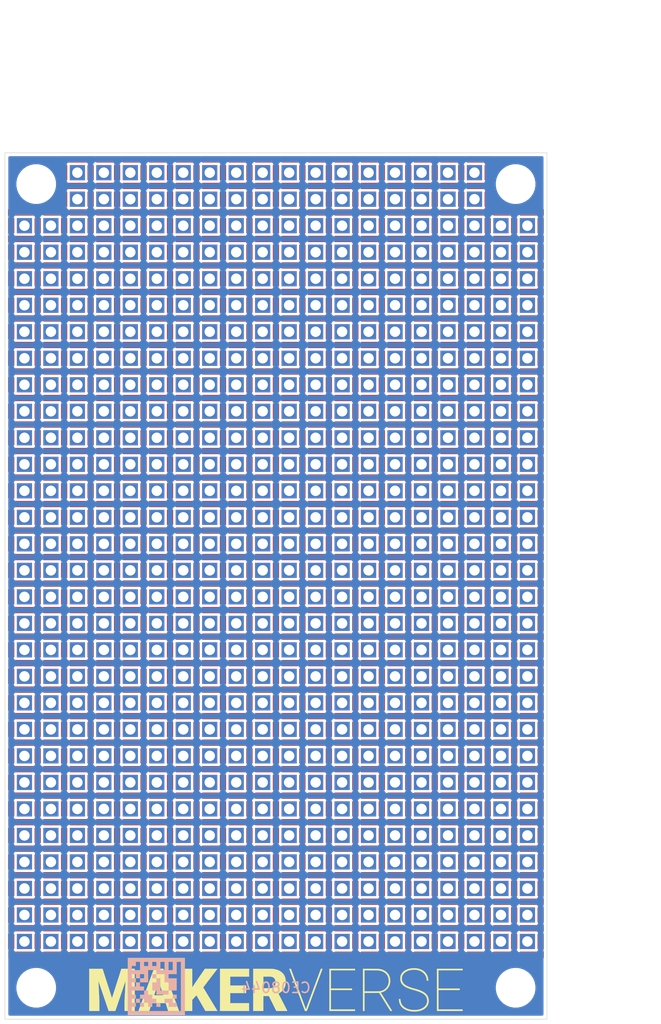
<source format=kicad_pcb>
(kicad_pcb (version 20171130) (host pcbnew "(5.1.10)-1")
  (layers (0 F.Cu signal) (31 B.Cu signal) (34 B.Paste user) (35 F.Paste user) (36 B.SilkS user) (37 F.SilkS user) (38 B.Mask user) (39 F.Mask user) (44 Edge.Cuts user))
  (net 0 "")
  (module Grid-PCB:CE08044 (layer B.Cu) (at 103.52626 168.87284 180)
    (fp_text reference G*** hide)
    (fp_text value LOGO hide)
  )
  (module Grid-PCB:SOIC-Pad-bulk (layer F.Cu) (at 95.95 93.445)
    (fp_text reference REF**)
    (fp_text value SOIC-Pad-bulk)
    (pad 1 thru_hole rect (at 0 0) (size 1.45 1.45) (drill 1) (layers *.Cu *.Mask))
    (pad 2 smd rect (at 0.42418 1.27 90) (size 0.6 2.3) (layers F.Cu F.Paste F.Mask))
    (pad 3 smd rect (at 1.27 0) (size 0.6 1.45) (layers F.Cu F.Paste F.Mask))
    (pad 3 smd rect (at -1.27 0) (size 0.6 1.45) (layers F.Cu F.Paste F.Mask))
  )
  (module Grid-PCB:SOIC-Pad-bulk (layer F.Cu) (at 93.41 95.985)
    (fp_text reference REF**)
    (fp_text value SOIC-Pad-bulk)
    (pad 1 thru_hole rect (at 0 0) (size 1.45 1.45) (drill 1) (layers *.Cu *.Mask))
    (pad 2 smd rect (at 0.42418 1.27 90) (size 0.6 2.3) (layers F.Cu F.Paste F.Mask))
    (pad 3 smd rect (at 1.27 0) (size 0.6 1.45) (layers F.Cu F.Paste F.Mask))
    (pad 2 smd rect (at 0.42418 -1.27 90) (size 0.6 2.3) (layers F.Cu F.Paste F.Mask))
  )
  (module Grid-PCB:SOIC-Pad-TopLeft (layer F.Cu) (at 90.87 95.985)
    (fp_text reference REF**)
    (fp_text value SOIC-Pad-TopLeft)
    (pad 5 smd rect (at -1.27 0) (size 0.6 1.45) (layers F.Cu F.Paste F.Mask))
    (pad 4 smd rect (at 0 -1.27 90) (size 0.6 3.15) (layers F.Cu F.Paste F.Mask))
    (pad 3 smd rect (at 1.27 0) (size 0.6 1.45) (layers F.Cu F.Paste F.Mask))
    (pad 2 smd rect (at 0 1.27 90) (size 0.6 3.15) (layers F.Cu F.Paste F.Mask))
    (pad 1 thru_hole rect (at 0 0) (size 1.45 1.45) (drill 1) (layers *.Cu *.Mask))
  )
  (module Grid-PCB:SOIC-Pad-TopLeft (layer F.Cu) (at 95.95 90.905)
    (fp_text reference REF**)
    (fp_text value SOIC-Pad-TopLeft)
    (pad 5 smd rect (at -1.27 0) (size 0.6 1.45) (layers F.Cu F.Paste F.Mask))
    (pad 4 smd rect (at 0 -1.27 90) (size 0.6 3.15) (layers F.Cu F.Paste F.Mask))
    (pad 3 smd rect (at 1.27 0) (size 0.6 1.45) (layers F.Cu F.Paste F.Mask))
    (pad 2 smd rect (at 0 1.27 90) (size 0.6 3.15) (layers F.Cu F.Paste F.Mask))
    (pad 1 thru_hole rect (at 0 0) (size 1.45 1.45) (drill 1) (layers *.Cu *.Mask))
  )
  (module Grid-PCB:SOIC-Pad-Left (layer F.Cu) (at 90.87 98.525)
    (fp_text reference REF**)
    (fp_text value SOIC-Pad-Left)
    (pad 4 smd rect (at -1.27 0) (size 0.6 1.45) (layers F.Cu F.Paste F.Mask))
    (pad 3 smd rect (at 1.27 0) (size 0.6 1.45) (layers F.Cu F.Paste F.Mask))
    (pad 2 smd rect (at 0 1.27 90) (size 0.6 3.1) (layers F.Cu F.Paste F.Mask))
    (pad 1 thru_hole rect (at 0 0) (size 1.45 1.45) (drill 1) (layers *.Cu *.Mask))
  )
  (module Grid-PCB:SOIC-Pad-Left (layer F.Cu) (at 90.87 164.565)
    (fp_text reference REF**)
    (fp_text value SOIC-Pad-Left)
    (pad 4 smd rect (at -1.27 0) (size 0.6 1.45) (layers F.Cu F.Paste F.Mask))
    (pad 3 smd rect (at 1.27 0) (size 0.6 1.45) (layers F.Cu F.Paste F.Mask))
    (pad 2 smd rect (at 0 1.27 90) (size 0.6 3.1) (layers F.Cu F.Paste F.Mask))
    (pad 1 thru_hole rect (at 0 0) (size 1.45 1.45) (drill 1) (layers *.Cu *.Mask))
  )
  (module Grid-PCB:SOIC-Pad-Left (layer F.Cu) (at 90.87 162.025)
    (fp_text reference REF**)
    (fp_text value SOIC-Pad-Left)
    (pad 4 smd rect (at -1.27 0) (size 0.6 1.45) (layers F.Cu F.Paste F.Mask))
    (pad 3 smd rect (at 1.27 0) (size 0.6 1.45) (layers F.Cu F.Paste F.Mask))
    (pad 2 smd rect (at 0 1.27 90) (size 0.6 3.1) (layers F.Cu F.Paste F.Mask))
    (pad 1 thru_hole rect (at 0 0) (size 1.45 1.45) (drill 1) (layers *.Cu *.Mask))
  )
  (module Grid-PCB:SOIC-Pad-Left (layer F.Cu) (at 90.87 159.485)
    (fp_text reference REF**)
    (fp_text value SOIC-Pad-Left)
    (pad 4 smd rect (at -1.27 0) (size 0.6 1.45) (layers F.Cu F.Paste F.Mask))
    (pad 3 smd rect (at 1.27 0) (size 0.6 1.45) (layers F.Cu F.Paste F.Mask))
    (pad 2 smd rect (at 0 1.27 90) (size 0.6 3.1) (layers F.Cu F.Paste F.Mask))
    (pad 1 thru_hole rect (at 0 0) (size 1.45 1.45) (drill 1) (layers *.Cu *.Mask))
  )
  (module Grid-PCB:SOIC-Pad-Left (layer F.Cu) (at 90.87 156.945)
    (fp_text reference REF**)
    (fp_text value SOIC-Pad-Left)
    (pad 4 smd rect (at -1.27 0) (size 0.6 1.45) (layers F.Cu F.Paste F.Mask))
    (pad 3 smd rect (at 1.27 0) (size 0.6 1.45) (layers F.Cu F.Paste F.Mask))
    (pad 2 smd rect (at 0 1.27 90) (size 0.6 3.1) (layers F.Cu F.Paste F.Mask))
    (pad 1 thru_hole rect (at 0 0) (size 1.45 1.45) (drill 1) (layers *.Cu *.Mask))
  )
  (module Grid-PCB:SOIC-Pad-Left (layer F.Cu) (at 90.87 154.405)
    (fp_text reference REF**)
    (fp_text value SOIC-Pad-Left)
    (pad 4 smd rect (at -1.27 0) (size 0.6 1.45) (layers F.Cu F.Paste F.Mask))
    (pad 3 smd rect (at 1.27 0) (size 0.6 1.45) (layers F.Cu F.Paste F.Mask))
    (pad 2 smd rect (at 0 1.27 90) (size 0.6 3.1) (layers F.Cu F.Paste F.Mask))
    (pad 1 thru_hole rect (at 0 0) (size 1.45 1.45) (drill 1) (layers *.Cu *.Mask))
  )
  (module Grid-PCB:SOIC-Pad-Left (layer F.Cu) (at 90.87 151.865)
    (fp_text reference REF**)
    (fp_text value SOIC-Pad-Left)
    (pad 4 smd rect (at -1.27 0) (size 0.6 1.45) (layers F.Cu F.Paste F.Mask))
    (pad 3 smd rect (at 1.27 0) (size 0.6 1.45) (layers F.Cu F.Paste F.Mask))
    (pad 2 smd rect (at 0 1.27 90) (size 0.6 3.1) (layers F.Cu F.Paste F.Mask))
    (pad 1 thru_hole rect (at 0 0) (size 1.45 1.45) (drill 1) (layers *.Cu *.Mask))
  )
  (module Grid-PCB:SOIC-Pad-Left (layer F.Cu) (at 90.87 149.325)
    (fp_text reference REF**)
    (fp_text value SOIC-Pad-Left)
    (pad 4 smd rect (at -1.27 0) (size 0.6 1.45) (layers F.Cu F.Paste F.Mask))
    (pad 3 smd rect (at 1.27 0) (size 0.6 1.45) (layers F.Cu F.Paste F.Mask))
    (pad 2 smd rect (at 0 1.27 90) (size 0.6 3.1) (layers F.Cu F.Paste F.Mask))
    (pad 1 thru_hole rect (at 0 0) (size 1.45 1.45) (drill 1) (layers *.Cu *.Mask))
  )
  (module Grid-PCB:SOIC-Pad-Left (layer F.Cu) (at 90.87 146.785)
    (fp_text reference REF**)
    (fp_text value SOIC-Pad-Left)
    (pad 4 smd rect (at -1.27 0) (size 0.6 1.45) (layers F.Cu F.Paste F.Mask))
    (pad 3 smd rect (at 1.27 0) (size 0.6 1.45) (layers F.Cu F.Paste F.Mask))
    (pad 2 smd rect (at 0 1.27 90) (size 0.6 3.1) (layers F.Cu F.Paste F.Mask))
    (pad 1 thru_hole rect (at 0 0) (size 1.45 1.45) (drill 1) (layers *.Cu *.Mask))
  )
  (module Grid-PCB:SOIC-Pad-Left (layer F.Cu) (at 90.87 144.245)
    (fp_text reference REF**)
    (fp_text value SOIC-Pad-Left)
    (pad 4 smd rect (at -1.27 0) (size 0.6 1.45) (layers F.Cu F.Paste F.Mask))
    (pad 3 smd rect (at 1.27 0) (size 0.6 1.45) (layers F.Cu F.Paste F.Mask))
    (pad 2 smd rect (at 0 1.27 90) (size 0.6 3.1) (layers F.Cu F.Paste F.Mask))
    (pad 1 thru_hole rect (at 0 0) (size 1.45 1.45) (drill 1) (layers *.Cu *.Mask))
  )
  (module Grid-PCB:SOIC-Pad-Left (layer F.Cu) (at 90.87 141.705)
    (fp_text reference REF**)
    (fp_text value SOIC-Pad-Left)
    (pad 4 smd rect (at -1.27 0) (size 0.6 1.45) (layers F.Cu F.Paste F.Mask))
    (pad 3 smd rect (at 1.27 0) (size 0.6 1.45) (layers F.Cu F.Paste F.Mask))
    (pad 2 smd rect (at 0 1.27 90) (size 0.6 3.1) (layers F.Cu F.Paste F.Mask))
    (pad 1 thru_hole rect (at 0 0) (size 1.45 1.45) (drill 1) (layers *.Cu *.Mask))
  )
  (module Grid-PCB:SOIC-Pad-Left (layer F.Cu) (at 90.87 139.165)
    (fp_text reference REF**)
    (fp_text value SOIC-Pad-Left)
    (pad 4 smd rect (at -1.27 0) (size 0.6 1.45) (layers F.Cu F.Paste F.Mask))
    (pad 3 smd rect (at 1.27 0) (size 0.6 1.45) (layers F.Cu F.Paste F.Mask))
    (pad 2 smd rect (at 0 1.27 90) (size 0.6 3.1) (layers F.Cu F.Paste F.Mask))
    (pad 1 thru_hole rect (at 0 0) (size 1.45 1.45) (drill 1) (layers *.Cu *.Mask))
  )
  (module Grid-PCB:SOIC-Pad-Left (layer F.Cu) (at 90.87 136.625)
    (fp_text reference REF**)
    (fp_text value SOIC-Pad-Left)
    (pad 4 smd rect (at -1.27 0) (size 0.6 1.45) (layers F.Cu F.Paste F.Mask))
    (pad 3 smd rect (at 1.27 0) (size 0.6 1.45) (layers F.Cu F.Paste F.Mask))
    (pad 2 smd rect (at 0 1.27 90) (size 0.6 3.1) (layers F.Cu F.Paste F.Mask))
    (pad 1 thru_hole rect (at 0 0) (size 1.45 1.45) (drill 1) (layers *.Cu *.Mask))
  )
  (module Grid-PCB:SOIC-Pad-Left (layer F.Cu) (at 90.87 134.085)
    (fp_text reference REF**)
    (fp_text value SOIC-Pad-Left)
    (pad 4 smd rect (at -1.27 0) (size 0.6 1.45) (layers F.Cu F.Paste F.Mask))
    (pad 3 smd rect (at 1.27 0) (size 0.6 1.45) (layers F.Cu F.Paste F.Mask))
    (pad 2 smd rect (at 0 1.27 90) (size 0.6 3.1) (layers F.Cu F.Paste F.Mask))
    (pad 1 thru_hole rect (at 0 0) (size 1.45 1.45) (drill 1) (layers *.Cu *.Mask))
  )
  (module Grid-PCB:SOIC-Pad-Left (layer F.Cu) (at 90.87 131.545)
    (fp_text reference REF**)
    (fp_text value SOIC-Pad-Left)
    (pad 4 smd rect (at -1.27 0) (size 0.6 1.45) (layers F.Cu F.Paste F.Mask))
    (pad 3 smd rect (at 1.27 0) (size 0.6 1.45) (layers F.Cu F.Paste F.Mask))
    (pad 2 smd rect (at 0 1.27 90) (size 0.6 3.1) (layers F.Cu F.Paste F.Mask))
    (pad 1 thru_hole rect (at 0 0) (size 1.45 1.45) (drill 1) (layers *.Cu *.Mask))
  )
  (module Grid-PCB:SOIC-Pad-Left (layer F.Cu) (at 90.87 129.005)
    (fp_text reference REF**)
    (fp_text value SOIC-Pad-Left)
    (pad 4 smd rect (at -1.27 0) (size 0.6 1.45) (layers F.Cu F.Paste F.Mask))
    (pad 3 smd rect (at 1.27 0) (size 0.6 1.45) (layers F.Cu F.Paste F.Mask))
    (pad 2 smd rect (at 0 1.27 90) (size 0.6 3.1) (layers F.Cu F.Paste F.Mask))
    (pad 1 thru_hole rect (at 0 0) (size 1.45 1.45) (drill 1) (layers *.Cu *.Mask))
  )
  (module Grid-PCB:SOIC-Pad-Left (layer F.Cu) (at 90.87 126.465)
    (fp_text reference REF**)
    (fp_text value SOIC-Pad-Left)
    (pad 4 smd rect (at -1.27 0) (size 0.6 1.45) (layers F.Cu F.Paste F.Mask))
    (pad 3 smd rect (at 1.27 0) (size 0.6 1.45) (layers F.Cu F.Paste F.Mask))
    (pad 2 smd rect (at 0 1.27 90) (size 0.6 3.1) (layers F.Cu F.Paste F.Mask))
    (pad 1 thru_hole rect (at 0 0) (size 1.45 1.45) (drill 1) (layers *.Cu *.Mask))
  )
  (module Grid-PCB:SOIC-Pad-Left (layer F.Cu) (at 90.87 123.925)
    (fp_text reference REF**)
    (fp_text value SOIC-Pad-Left)
    (pad 4 smd rect (at -1.27 0) (size 0.6 1.45) (layers F.Cu F.Paste F.Mask))
    (pad 3 smd rect (at 1.27 0) (size 0.6 1.45) (layers F.Cu F.Paste F.Mask))
    (pad 2 smd rect (at 0 1.27 90) (size 0.6 3.1) (layers F.Cu F.Paste F.Mask))
    (pad 1 thru_hole rect (at 0 0) (size 1.45 1.45) (drill 1) (layers *.Cu *.Mask))
  )
  (module Grid-PCB:SOIC-Pad-Left (layer F.Cu) (at 90.87 121.385)
    (fp_text reference REF**)
    (fp_text value SOIC-Pad-Left)
    (pad 4 smd rect (at -1.27 0) (size 0.6 1.45) (layers F.Cu F.Paste F.Mask))
    (pad 3 smd rect (at 1.27 0) (size 0.6 1.45) (layers F.Cu F.Paste F.Mask))
    (pad 2 smd rect (at 0 1.27 90) (size 0.6 3.1) (layers F.Cu F.Paste F.Mask))
    (pad 1 thru_hole rect (at 0 0) (size 1.45 1.45) (drill 1) (layers *.Cu *.Mask))
  )
  (module Grid-PCB:SOIC-Pad-Left (layer F.Cu) (at 90.87 118.845)
    (fp_text reference REF**)
    (fp_text value SOIC-Pad-Left)
    (pad 4 smd rect (at -1.27 0) (size 0.6 1.45) (layers F.Cu F.Paste F.Mask))
    (pad 3 smd rect (at 1.27 0) (size 0.6 1.45) (layers F.Cu F.Paste F.Mask))
    (pad 2 smd rect (at 0 1.27 90) (size 0.6 3.1) (layers F.Cu F.Paste F.Mask))
    (pad 1 thru_hole rect (at 0 0) (size 1.45 1.45) (drill 1) (layers *.Cu *.Mask))
  )
  (module Grid-PCB:SOIC-Pad-Left (layer F.Cu) (at 90.87 116.305)
    (fp_text reference REF**)
    (fp_text value SOIC-Pad-Left)
    (pad 4 smd rect (at -1.27 0) (size 0.6 1.45) (layers F.Cu F.Paste F.Mask))
    (pad 3 smd rect (at 1.27 0) (size 0.6 1.45) (layers F.Cu F.Paste F.Mask))
    (pad 2 smd rect (at 0 1.27 90) (size 0.6 3.1) (layers F.Cu F.Paste F.Mask))
    (pad 1 thru_hole rect (at 0 0) (size 1.45 1.45) (drill 1) (layers *.Cu *.Mask))
  )
  (module Grid-PCB:SOIC-Pad-Left (layer F.Cu) (at 90.87 113.765)
    (fp_text reference REF**)
    (fp_text value SOIC-Pad-Left)
    (pad 4 smd rect (at -1.27 0) (size 0.6 1.45) (layers F.Cu F.Paste F.Mask))
    (pad 3 smd rect (at 1.27 0) (size 0.6 1.45) (layers F.Cu F.Paste F.Mask))
    (pad 2 smd rect (at 0 1.27 90) (size 0.6 3.1) (layers F.Cu F.Paste F.Mask))
    (pad 1 thru_hole rect (at 0 0) (size 1.45 1.45) (drill 1) (layers *.Cu *.Mask))
  )
  (module Grid-PCB:SOIC-Pad-Left (layer F.Cu) (at 90.87 111.225)
    (fp_text reference REF**)
    (fp_text value SOIC-Pad-Left)
    (pad 4 smd rect (at -1.27 0) (size 0.6 1.45) (layers F.Cu F.Paste F.Mask))
    (pad 3 smd rect (at 1.27 0) (size 0.6 1.45) (layers F.Cu F.Paste F.Mask))
    (pad 2 smd rect (at 0 1.27 90) (size 0.6 3.1) (layers F.Cu F.Paste F.Mask))
    (pad 1 thru_hole rect (at 0 0) (size 1.45 1.45) (drill 1) (layers *.Cu *.Mask))
  )
  (module Grid-PCB:SOIC-Pad-Left (layer F.Cu) (at 90.87 108.685)
    (fp_text reference REF**)
    (fp_text value SOIC-Pad-Left)
    (pad 4 smd rect (at -1.27 0) (size 0.6 1.45) (layers F.Cu F.Paste F.Mask))
    (pad 3 smd rect (at 1.27 0) (size 0.6 1.45) (layers F.Cu F.Paste F.Mask))
    (pad 2 smd rect (at 0 1.27 90) (size 0.6 3.1) (layers F.Cu F.Paste F.Mask))
    (pad 1 thru_hole rect (at 0 0) (size 1.45 1.45) (drill 1) (layers *.Cu *.Mask))
  )
  (module Grid-PCB:SOIC-Pad-Left (layer F.Cu) (at 90.87 106.145)
    (fp_text reference REF**)
    (fp_text value SOIC-Pad-Left)
    (pad 4 smd rect (at -1.27 0) (size 0.6 1.45) (layers F.Cu F.Paste F.Mask))
    (pad 3 smd rect (at 1.27 0) (size 0.6 1.45) (layers F.Cu F.Paste F.Mask))
    (pad 2 smd rect (at 0 1.27 90) (size 0.6 3.1) (layers F.Cu F.Paste F.Mask))
    (pad 1 thru_hole rect (at 0 0) (size 1.45 1.45) (drill 1) (layers *.Cu *.Mask))
  )
  (module Grid-PCB:SOIC-Pad-Left (layer F.Cu) (at 90.87 103.605)
    (fp_text reference REF**)
    (fp_text value SOIC-Pad-Left)
    (pad 4 smd rect (at -1.27 0) (size 0.6 1.45) (layers F.Cu F.Paste F.Mask))
    (pad 3 smd rect (at 1.27 0) (size 0.6 1.45) (layers F.Cu F.Paste F.Mask))
    (pad 2 smd rect (at 0 1.27 90) (size 0.6 3.1) (layers F.Cu F.Paste F.Mask))
    (pad 1 thru_hole rect (at 0 0) (size 1.45 1.45) (drill 1) (layers *.Cu *.Mask))
  )
  (module Grid-PCB:SOIC-Pad-Left (layer F.Cu) (at 90.87 101.065)
    (fp_text reference REF**)
    (fp_text value SOIC-Pad-Left)
    (pad 4 smd rect (at -1.27 0) (size 0.6 1.45) (layers F.Cu F.Paste F.Mask))
    (pad 3 smd rect (at 1.27 0) (size 0.6 1.45) (layers F.Cu F.Paste F.Mask))
    (pad 2 smd rect (at 0 1.27 90) (size 0.6 3.1) (layers F.Cu F.Paste F.Mask))
    (pad 1 thru_hole rect (at 0 0) (size 1.45 1.45) (drill 1) (layers *.Cu *.Mask))
  )
  (module Grid-PCB:SOIC-Pad-Top (layer F.Cu) (at 139.13 95.985)
    (fp_text reference REF**)
    (fp_text value SOIC-Pad-Top)
    (pad 4 smd rect (at 0.42418 -1.27 90) (size 0.6 2.3) (layers F.Cu F.Paste F.Mask))
    (pad 3 smd rect (at 1.27 0) (size 0.6 1.45) (layers F.Cu F.Paste F.Mask))
    (pad 2 smd rect (at 0.42418 1.27 90) (size 0.6 2.3) (layers F.Cu F.Paste F.Mask))
    (pad 1 thru_hole rect (at 0 0) (size 1.45 1.45) (drill 1) (layers *.Cu *.Mask))
  )
  (module Grid-PCB:SOIC-Pad-Top (layer F.Cu) (at 136.59 95.985)
    (fp_text reference REF**)
    (fp_text value SOIC-Pad-Top)
    (pad 4 smd rect (at 0.42418 -1.27 90) (size 0.6 2.3) (layers F.Cu F.Paste F.Mask))
    (pad 3 smd rect (at 1.27 0) (size 0.6 1.45) (layers F.Cu F.Paste F.Mask))
    (pad 2 smd rect (at 0.42418 1.27 90) (size 0.6 2.3) (layers F.Cu F.Paste F.Mask))
    (pad 1 thru_hole rect (at 0 0) (size 1.45 1.45) (drill 1) (layers *.Cu *.Mask))
  )
  (module Grid-PCB:SOIC-Pad-Top (layer F.Cu) (at 134.05 90.905)
    (fp_text reference REF**)
    (fp_text value SOIC-Pad-Top)
    (pad 4 smd rect (at 0.42418 -1.27 90) (size 0.6 2.3) (layers F.Cu F.Paste F.Mask))
    (pad 3 smd rect (at 1.27 0) (size 0.6 1.45) (layers F.Cu F.Paste F.Mask))
    (pad 2 smd rect (at 0.42418 1.27 90) (size 0.6 2.3) (layers F.Cu F.Paste F.Mask))
    (pad 1 thru_hole rect (at 0 0) (size 1.45 1.45) (drill 1) (layers *.Cu *.Mask))
  )
  (module Grid-PCB:SOIC-Pad-Top (layer F.Cu) (at 98.49 90.905)
    (fp_text reference REF**)
    (fp_text value SOIC-Pad-Top)
    (pad 4 smd rect (at 0.42418 -1.27 90) (size 0.6 2.3) (layers F.Cu F.Paste F.Mask))
    (pad 3 smd rect (at 1.27 0) (size 0.6 1.45) (layers F.Cu F.Paste F.Mask))
    (pad 2 smd rect (at 0.42418 1.27 90) (size 0.6 2.3) (layers F.Cu F.Paste F.Mask))
    (pad 1 thru_hole rect (at 0 0) (size 1.45 1.45) (drill 1) (layers *.Cu *.Mask))
  )
  (module Grid-PCB:SOIC-Pad-Top (layer F.Cu) (at 131.51 90.905)
    (fp_text reference REF**)
    (fp_text value SOIC-Pad-Top)
    (pad 4 smd rect (at 0.42418 -1.27 90) (size 0.6 2.3) (layers F.Cu F.Paste F.Mask))
    (pad 3 smd rect (at 1.27 0) (size 0.6 1.45) (layers F.Cu F.Paste F.Mask))
    (pad 2 smd rect (at 0.42418 1.27 90) (size 0.6 2.3) (layers F.Cu F.Paste F.Mask))
    (pad 1 thru_hole rect (at 0 0) (size 1.45 1.45) (drill 1) (layers *.Cu *.Mask))
  )
  (module Grid-PCB:SOIC-Pad-Top (layer F.Cu) (at 128.97 90.905)
    (fp_text reference REF**)
    (fp_text value SOIC-Pad-Top)
    (pad 4 smd rect (at 0.42418 -1.27 90) (size 0.6 2.3) (layers F.Cu F.Paste F.Mask))
    (pad 3 smd rect (at 1.27 0) (size 0.6 1.45) (layers F.Cu F.Paste F.Mask))
    (pad 2 smd rect (at 0.42418 1.27 90) (size 0.6 2.3) (layers F.Cu F.Paste F.Mask))
    (pad 1 thru_hole rect (at 0 0) (size 1.45 1.45) (drill 1) (layers *.Cu *.Mask))
  )
  (module Grid-PCB:SOIC-Pad-Top (layer F.Cu) (at 126.43 90.905)
    (fp_text reference REF**)
    (fp_text value SOIC-Pad-Top)
    (pad 4 smd rect (at 0.42418 -1.27 90) (size 0.6 2.3) (layers F.Cu F.Paste F.Mask))
    (pad 3 smd rect (at 1.27 0) (size 0.6 1.45) (layers F.Cu F.Paste F.Mask))
    (pad 2 smd rect (at 0.42418 1.27 90) (size 0.6 2.3) (layers F.Cu F.Paste F.Mask))
    (pad 1 thru_hole rect (at 0 0) (size 1.45 1.45) (drill 1) (layers *.Cu *.Mask))
  )
  (module Grid-PCB:SOIC-Pad-Top (layer F.Cu) (at 123.89 90.905)
    (fp_text reference REF**)
    (fp_text value SOIC-Pad-Top)
    (pad 4 smd rect (at 0.42418 -1.27 90) (size 0.6 2.3) (layers F.Cu F.Paste F.Mask))
    (pad 3 smd rect (at 1.27 0) (size 0.6 1.45) (layers F.Cu F.Paste F.Mask))
    (pad 2 smd rect (at 0.42418 1.27 90) (size 0.6 2.3) (layers F.Cu F.Paste F.Mask))
    (pad 1 thru_hole rect (at 0 0) (size 1.45 1.45) (drill 1) (layers *.Cu *.Mask))
  )
  (module Grid-PCB:SOIC-Pad-Top (layer F.Cu) (at 121.35 90.905)
    (fp_text reference REF**)
    (fp_text value SOIC-Pad-Top)
    (pad 4 smd rect (at 0.42418 -1.27 90) (size 0.6 2.3) (layers F.Cu F.Paste F.Mask))
    (pad 3 smd rect (at 1.27 0) (size 0.6 1.45) (layers F.Cu F.Paste F.Mask))
    (pad 2 smd rect (at 0.42418 1.27 90) (size 0.6 2.3) (layers F.Cu F.Paste F.Mask))
    (pad 1 thru_hole rect (at 0 0) (size 1.45 1.45) (drill 1) (layers *.Cu *.Mask))
  )
  (module Grid-PCB:SOIC-Pad-Top (layer F.Cu) (at 118.81 90.905)
    (fp_text reference REF**)
    (fp_text value SOIC-Pad-Top)
    (pad 4 smd rect (at 0.42418 -1.27 90) (size 0.6 2.3) (layers F.Cu F.Paste F.Mask))
    (pad 3 smd rect (at 1.27 0) (size 0.6 1.45) (layers F.Cu F.Paste F.Mask))
    (pad 2 smd rect (at 0.42418 1.27 90) (size 0.6 2.3) (layers F.Cu F.Paste F.Mask))
    (pad 1 thru_hole rect (at 0 0) (size 1.45 1.45) (drill 1) (layers *.Cu *.Mask))
  )
  (module Grid-PCB:SOIC-Pad-Top (layer F.Cu) (at 116.27 90.905)
    (fp_text reference REF**)
    (fp_text value SOIC-Pad-Top)
    (pad 4 smd rect (at 0.42418 -1.27 90) (size 0.6 2.3) (layers F.Cu F.Paste F.Mask))
    (pad 3 smd rect (at 1.27 0) (size 0.6 1.45) (layers F.Cu F.Paste F.Mask))
    (pad 2 smd rect (at 0.42418 1.27 90) (size 0.6 2.3) (layers F.Cu F.Paste F.Mask))
    (pad 1 thru_hole rect (at 0 0) (size 1.45 1.45) (drill 1) (layers *.Cu *.Mask))
  )
  (module Grid-PCB:SOIC-Pad-Top (layer F.Cu) (at 113.73 90.905)
    (fp_text reference REF**)
    (fp_text value SOIC-Pad-Top)
    (pad 4 smd rect (at 0.42418 -1.27 90) (size 0.6 2.3) (layers F.Cu F.Paste F.Mask))
    (pad 3 smd rect (at 1.27 0) (size 0.6 1.45) (layers F.Cu F.Paste F.Mask))
    (pad 2 smd rect (at 0.42418 1.27 90) (size 0.6 2.3) (layers F.Cu F.Paste F.Mask))
    (pad 1 thru_hole rect (at 0 0) (size 1.45 1.45) (drill 1) (layers *.Cu *.Mask))
  )
  (module Grid-PCB:SOIC-Pad-Top (layer F.Cu) (at 111.19 90.905)
    (fp_text reference REF**)
    (fp_text value SOIC-Pad-Top)
    (pad 4 smd rect (at 0.42418 -1.27 90) (size 0.6 2.3) (layers F.Cu F.Paste F.Mask))
    (pad 3 smd rect (at 1.27 0) (size 0.6 1.45) (layers F.Cu F.Paste F.Mask))
    (pad 2 smd rect (at 0.42418 1.27 90) (size 0.6 2.3) (layers F.Cu F.Paste F.Mask))
    (pad 1 thru_hole rect (at 0 0) (size 1.45 1.45) (drill 1) (layers *.Cu *.Mask))
  )
  (module Grid-PCB:SOIC-Pad-Top (layer F.Cu) (at 108.65 90.905)
    (fp_text reference REF**)
    (fp_text value SOIC-Pad-Top)
    (pad 4 smd rect (at 0.42418 -1.27 90) (size 0.6 2.3) (layers F.Cu F.Paste F.Mask))
    (pad 3 smd rect (at 1.27 0) (size 0.6 1.45) (layers F.Cu F.Paste F.Mask))
    (pad 2 smd rect (at 0.42418 1.27 90) (size 0.6 2.3) (layers F.Cu F.Paste F.Mask))
    (pad 1 thru_hole rect (at 0 0) (size 1.45 1.45) (drill 1) (layers *.Cu *.Mask))
  )
  (module Grid-PCB:SOIC-Pad-Top (layer F.Cu) (at 106.11 90.905)
    (fp_text reference REF**)
    (fp_text value SOIC-Pad-Top)
    (pad 4 smd rect (at 0.42418 -1.27 90) (size 0.6 2.3) (layers F.Cu F.Paste F.Mask))
    (pad 3 smd rect (at 1.27 0) (size 0.6 1.45) (layers F.Cu F.Paste F.Mask))
    (pad 2 smd rect (at 0.42418 1.27 90) (size 0.6 2.3) (layers F.Cu F.Paste F.Mask))
    (pad 1 thru_hole rect (at 0 0) (size 1.45 1.45) (drill 1) (layers *.Cu *.Mask))
  )
  (module Grid-PCB:SOIC-Pad-Top (layer F.Cu) (at 103.57 90.905)
    (fp_text reference REF**)
    (fp_text value SOIC-Pad-Top)
    (pad 4 smd rect (at 0.42418 -1.27 90) (size 0.6 2.3) (layers F.Cu F.Paste F.Mask))
    (pad 3 smd rect (at 1.27 0) (size 0.6 1.45) (layers F.Cu F.Paste F.Mask))
    (pad 2 smd rect (at 0.42418 1.27 90) (size 0.6 2.3) (layers F.Cu F.Paste F.Mask))
    (pad 1 thru_hole rect (at 0 0) (size 1.45 1.45) (drill 1) (layers *.Cu *.Mask))
  )
  (module Grid-PCB:SOIC-Pad-Top (layer F.Cu) (at 101.03 90.905)
    (fp_text reference REF**)
    (fp_text value SOIC-Pad-Top)
    (pad 4 smd rect (at 0.42418 -1.27 90) (size 0.6 2.3) (layers F.Cu F.Paste F.Mask))
    (pad 3 smd rect (at 1.27 0) (size 0.6 1.45) (layers F.Cu F.Paste F.Mask))
    (pad 2 smd rect (at 0.42418 1.27 90) (size 0.6 2.3) (layers F.Cu F.Paste F.Mask))
    (pad 1 thru_hole rect (at 0 0) (size 1.45 1.45) (drill 1) (layers *.Cu *.Mask))
  )
  (module Grid-PCB:SOIC-Pad-bulk (layer F.Cu) (at 139.13 98.525)
    (fp_text reference REF**)
    (fp_text value SOIC-Pad-bulk)
    (pad 1 thru_hole rect (at 0 0) (size 1.45 1.45) (drill 1) (layers *.Cu *.Mask))
    (pad 2 smd rect (at 0.42418 1.27 90) (size 0.6 2.3) (layers F.Cu F.Paste F.Mask))
    (pad 3 smd rect (at 1.27 0) (size 0.6 1.45) (layers F.Cu F.Paste F.Mask))
  )
  (module Grid-PCB:SOIC-Pad-bulk (layer F.Cu) (at 136.59 98.525)
    (fp_text reference REF**)
    (fp_text value SOIC-Pad-bulk)
    (pad 1 thru_hole rect (at 0 0) (size 1.45 1.45) (drill 1) (layers *.Cu *.Mask))
    (pad 2 smd rect (at 0.42418 1.27 90) (size 0.6 2.3) (layers F.Cu F.Paste F.Mask))
    (pad 3 smd rect (at 1.27 0) (size 0.6 1.45) (layers F.Cu F.Paste F.Mask))
  )
  (module Grid-PCB:SOIC-Pad-bulk (layer F.Cu) (at 134.05 95.985)
    (fp_text reference REF**)
    (fp_text value SOIC-Pad-bulk)
    (pad 1 thru_hole rect (at 0 0) (size 1.45 1.45) (drill 1) (layers *.Cu *.Mask))
    (pad 2 smd rect (at 0.42418 1.27 90) (size 0.6 2.3) (layers F.Cu F.Paste F.Mask))
    (pad 3 smd rect (at 1.27 0) (size 0.6 1.45) (layers F.Cu F.Paste F.Mask))
  )
  (module Grid-PCB:SOIC-Pad-bulk (layer F.Cu) (at 134.05 93.445)
    (fp_text reference REF**)
    (fp_text value SOIC-Pad-bulk)
    (pad 1 thru_hole rect (at 0 0) (size 1.45 1.45) (drill 1) (layers *.Cu *.Mask))
    (pad 2 smd rect (at 0.42418 1.27 90) (size 0.6 2.3) (layers F.Cu F.Paste F.Mask))
    (pad 3 smd rect (at 1.27 0) (size 0.6 1.45) (layers F.Cu F.Paste F.Mask))
  )
  (module Grid-PCB:SOIC-Pad-bulk (layer F.Cu) (at 95.95 95.985)
    (fp_text reference REF**)
    (fp_text value SOIC-Pad-bulk)
    (pad 1 thru_hole rect (at 0 0) (size 1.45 1.45) (drill 1) (layers *.Cu *.Mask))
    (pad 2 smd rect (at 0.42418 1.27 90) (size 0.6 2.3) (layers F.Cu F.Paste F.Mask))
    (pad 3 smd rect (at 1.27 0) (size 0.6 1.45) (layers F.Cu F.Paste F.Mask))
  )
  (module Grid-PCB:SOIC-Pad-bulk (layer F.Cu) (at 98.49 93.445)
    (fp_text reference REF**)
    (fp_text value SOIC-Pad-bulk)
    (pad 1 thru_hole rect (at 0 0) (size 1.45 1.45) (drill 1) (layers *.Cu *.Mask))
    (pad 2 smd rect (at 0.42418 1.27 90) (size 0.6 2.3) (layers F.Cu F.Paste F.Mask))
    (pad 3 smd rect (at 1.27 0) (size 0.6 1.45) (layers F.Cu F.Paste F.Mask))
  )
  (module Grid-PCB:SOIC-Pad-bulk (layer F.Cu) (at 93.41 98.525)
    (fp_text reference REF**)
    (fp_text value SOIC-Pad-bulk)
    (pad 1 thru_hole rect (at 0 0) (size 1.45 1.45) (drill 1) (layers *.Cu *.Mask))
    (pad 2 smd rect (at 0.42418 1.27 90) (size 0.6 2.3) (layers F.Cu F.Paste F.Mask))
    (pad 3 smd rect (at 1.27 0) (size 0.6 1.45) (layers F.Cu F.Paste F.Mask))
  )
  (module Grid-PCB:SOIC-Pad-bulk (layer F.Cu) (at 93.41 164.565)
    (fp_text reference REF**)
    (fp_text value SOIC-Pad-bulk)
    (pad 1 thru_hole rect (at 0 0) (size 1.45 1.45) (drill 1) (layers *.Cu *.Mask))
    (pad 2 smd rect (at 0.42418 1.27 90) (size 0.6 2.3) (layers F.Cu F.Paste F.Mask))
    (pad 3 smd rect (at 1.27 0) (size 0.6 1.45) (layers F.Cu F.Paste F.Mask))
  )
  (module Grid-PCB:SOIC-Pad-bulk (layer F.Cu) (at 139.13 164.565)
    (fp_text reference REF**)
    (fp_text value SOIC-Pad-bulk)
    (pad 1 thru_hole rect (at 0 0) (size 1.45 1.45) (drill 1) (layers *.Cu *.Mask))
    (pad 2 smd rect (at 0.42418 1.27 90) (size 0.6 2.3) (layers F.Cu F.Paste F.Mask))
    (pad 3 smd rect (at 1.27 0) (size 0.6 1.45) (layers F.Cu F.Paste F.Mask))
  )
  (module Grid-PCB:SOIC-Pad-bulk (layer F.Cu) (at 136.59 164.565)
    (fp_text reference REF**)
    (fp_text value SOIC-Pad-bulk)
    (pad 1 thru_hole rect (at 0 0) (size 1.45 1.45) (drill 1) (layers *.Cu *.Mask))
    (pad 2 smd rect (at 0.42418 1.27 90) (size 0.6 2.3) (layers F.Cu F.Paste F.Mask))
    (pad 3 smd rect (at 1.27 0) (size 0.6 1.45) (layers F.Cu F.Paste F.Mask))
  )
  (module Grid-PCB:SOIC-Pad-bulk (layer F.Cu) (at 95.95 164.565)
    (fp_text reference REF**)
    (fp_text value SOIC-Pad-bulk)
    (pad 1 thru_hole rect (at 0 0) (size 1.45 1.45) (drill 1) (layers *.Cu *.Mask))
    (pad 2 smd rect (at 0.42418 1.27 90) (size 0.6 2.3) (layers F.Cu F.Paste F.Mask))
    (pad 3 smd rect (at 1.27 0) (size 0.6 1.45) (layers F.Cu F.Paste F.Mask))
  )
  (module Grid-PCB:SOIC-Pad-bulk (layer F.Cu) (at 136.59 139.165)
    (fp_text reference REF**)
    (fp_text value SOIC-Pad-bulk)
    (pad 1 thru_hole rect (at 0 0) (size 1.45 1.45) (drill 1) (layers *.Cu *.Mask))
    (pad 2 smd rect (at 0.42418 1.27 90) (size 0.6 2.3) (layers F.Cu F.Paste F.Mask))
    (pad 3 smd rect (at 1.27 0) (size 0.6 1.45) (layers F.Cu F.Paste F.Mask))
  )
  (module Grid-PCB:SOIC-Pad-bulk (layer F.Cu) (at 136.59 136.625)
    (fp_text reference REF**)
    (fp_text value SOIC-Pad-bulk)
    (pad 1 thru_hole rect (at 0 0) (size 1.45 1.45) (drill 1) (layers *.Cu *.Mask))
    (pad 2 smd rect (at 0.42418 1.27 90) (size 0.6 2.3) (layers F.Cu F.Paste F.Mask))
    (pad 3 smd rect (at 1.27 0) (size 0.6 1.45) (layers F.Cu F.Paste F.Mask))
  )
  (module Grid-PCB:SOIC-Pad-bulk (layer F.Cu) (at 136.59 131.545)
    (fp_text reference REF**)
    (fp_text value SOIC-Pad-bulk)
    (pad 1 thru_hole rect (at 0 0) (size 1.45 1.45) (drill 1) (layers *.Cu *.Mask))
    (pad 2 smd rect (at 0.42418 1.27 90) (size 0.6 2.3) (layers F.Cu F.Paste F.Mask))
    (pad 3 smd rect (at 1.27 0) (size 0.6 1.45) (layers F.Cu F.Paste F.Mask))
  )
  (module Grid-PCB:SOIC-Pad-bulk (layer F.Cu) (at 136.59 134.085)
    (fp_text reference REF**)
    (fp_text value SOIC-Pad-bulk)
    (pad 1 thru_hole rect (at 0 0) (size 1.45 1.45) (drill 1) (layers *.Cu *.Mask))
    (pad 2 smd rect (at 0.42418 1.27 90) (size 0.6 2.3) (layers F.Cu F.Paste F.Mask))
    (pad 3 smd rect (at 1.27 0) (size 0.6 1.45) (layers F.Cu F.Paste F.Mask))
  )
  (module Grid-PCB:SOIC-Pad-bulk (layer F.Cu) (at 136.59 129.005)
    (fp_text reference REF**)
    (fp_text value SOIC-Pad-bulk)
    (pad 1 thru_hole rect (at 0 0) (size 1.45 1.45) (drill 1) (layers *.Cu *.Mask))
    (pad 2 smd rect (at 0.42418 1.27 90) (size 0.6 2.3) (layers F.Cu F.Paste F.Mask))
    (pad 3 smd rect (at 1.27 0) (size 0.6 1.45) (layers F.Cu F.Paste F.Mask))
  )
  (module Grid-PCB:SOIC-Pad-bulk (layer F.Cu) (at 139.13 129.005)
    (fp_text reference REF**)
    (fp_text value SOIC-Pad-bulk)
    (pad 1 thru_hole rect (at 0 0) (size 1.45 1.45) (drill 1) (layers *.Cu *.Mask))
    (pad 2 smd rect (at 0.42418 1.27 90) (size 0.6 2.3) (layers F.Cu F.Paste F.Mask))
    (pad 3 smd rect (at 1.27 0) (size 0.6 1.45) (layers F.Cu F.Paste F.Mask))
  )
  (module Grid-PCB:SOIC-Pad-bulk (layer F.Cu) (at 139.13 154.405)
    (fp_text reference REF**)
    (fp_text value SOIC-Pad-bulk)
    (pad 1 thru_hole rect (at 0 0) (size 1.45 1.45) (drill 1) (layers *.Cu *.Mask))
    (pad 2 smd rect (at 0.42418 1.27 90) (size 0.6 2.3) (layers F.Cu F.Paste F.Mask))
    (pad 3 smd rect (at 1.27 0) (size 0.6 1.45) (layers F.Cu F.Paste F.Mask))
  )
  (module Grid-PCB:SOIC-Pad-bulk (layer F.Cu) (at 139.13 149.325)
    (fp_text reference REF**)
    (fp_text value SOIC-Pad-bulk)
    (pad 1 thru_hole rect (at 0 0) (size 1.45 1.45) (drill 1) (layers *.Cu *.Mask))
    (pad 2 smd rect (at 0.42418 1.27 90) (size 0.6 2.3) (layers F.Cu F.Paste F.Mask))
    (pad 3 smd rect (at 1.27 0) (size 0.6 1.45) (layers F.Cu F.Paste F.Mask))
  )
  (module Grid-PCB:SOIC-Pad-bulk (layer F.Cu) (at 139.13 151.865)
    (fp_text reference REF**)
    (fp_text value SOIC-Pad-bulk)
    (pad 1 thru_hole rect (at 0 0) (size 1.45 1.45) (drill 1) (layers *.Cu *.Mask))
    (pad 2 smd rect (at 0.42418 1.27 90) (size 0.6 2.3) (layers F.Cu F.Paste F.Mask))
    (pad 3 smd rect (at 1.27 0) (size 0.6 1.45) (layers F.Cu F.Paste F.Mask))
  )
  (module Grid-PCB:SOIC-Pad-bulk (layer F.Cu) (at 139.13 141.705)
    (fp_text reference REF**)
    (fp_text value SOIC-Pad-bulk)
    (pad 1 thru_hole rect (at 0 0) (size 1.45 1.45) (drill 1) (layers *.Cu *.Mask))
    (pad 2 smd rect (at 0.42418 1.27 90) (size 0.6 2.3) (layers F.Cu F.Paste F.Mask))
    (pad 3 smd rect (at 1.27 0) (size 0.6 1.45) (layers F.Cu F.Paste F.Mask))
  )
  (module Grid-PCB:SOIC-Pad-bulk (layer F.Cu) (at 139.13 121.385)
    (fp_text reference REF**)
    (fp_text value SOIC-Pad-bulk)
    (pad 1 thru_hole rect (at 0 0) (size 1.45 1.45) (drill 1) (layers *.Cu *.Mask))
    (pad 2 smd rect (at 0.42418 1.27 90) (size 0.6 2.3) (layers F.Cu F.Paste F.Mask))
    (pad 3 smd rect (at 1.27 0) (size 0.6 1.45) (layers F.Cu F.Paste F.Mask))
  )
  (module Grid-PCB:SOIC-Pad-bulk (layer F.Cu) (at 139.13 162.025)
    (fp_text reference REF**)
    (fp_text value SOIC-Pad-bulk)
    (pad 1 thru_hole rect (at 0 0) (size 1.45 1.45) (drill 1) (layers *.Cu *.Mask))
    (pad 2 smd rect (at 0.42418 1.27 90) (size 0.6 2.3) (layers F.Cu F.Paste F.Mask))
    (pad 3 smd rect (at 1.27 0) (size 0.6 1.45) (layers F.Cu F.Paste F.Mask))
  )
  (module Grid-PCB:SOIC-Pad-bulk (layer F.Cu) (at 139.13 123.925)
    (fp_text reference REF**)
    (fp_text value SOIC-Pad-bulk)
    (pad 1 thru_hole rect (at 0 0) (size 1.45 1.45) (drill 1) (layers *.Cu *.Mask))
    (pad 2 smd rect (at 0.42418 1.27 90) (size 0.6 2.3) (layers F.Cu F.Paste F.Mask))
    (pad 3 smd rect (at 1.27 0) (size 0.6 1.45) (layers F.Cu F.Paste F.Mask))
  )
  (module Grid-PCB:SOIC-Pad-bulk (layer F.Cu) (at 139.13 159.485)
    (fp_text reference REF**)
    (fp_text value SOIC-Pad-bulk)
    (pad 1 thru_hole rect (at 0 0) (size 1.45 1.45) (drill 1) (layers *.Cu *.Mask))
    (pad 2 smd rect (at 0.42418 1.27 90) (size 0.6 2.3) (layers F.Cu F.Paste F.Mask))
    (pad 3 smd rect (at 1.27 0) (size 0.6 1.45) (layers F.Cu F.Paste F.Mask))
  )
  (module Grid-PCB:SOIC-Pad-bulk (layer F.Cu) (at 139.13 144.245)
    (fp_text reference REF**)
    (fp_text value SOIC-Pad-bulk)
    (pad 1 thru_hole rect (at 0 0) (size 1.45 1.45) (drill 1) (layers *.Cu *.Mask))
    (pad 2 smd rect (at 0.42418 1.27 90) (size 0.6 2.3) (layers F.Cu F.Paste F.Mask))
    (pad 3 smd rect (at 1.27 0) (size 0.6 1.45) (layers F.Cu F.Paste F.Mask))
  )
  (module Grid-PCB:SOIC-Pad-bulk (layer F.Cu) (at 139.13 111.225)
    (fp_text reference REF**)
    (fp_text value SOIC-Pad-bulk)
    (pad 1 thru_hole rect (at 0 0) (size 1.45 1.45) (drill 1) (layers *.Cu *.Mask))
    (pad 2 smd rect (at 0.42418 1.27 90) (size 0.6 2.3) (layers F.Cu F.Paste F.Mask))
    (pad 3 smd rect (at 1.27 0) (size 0.6 1.45) (layers F.Cu F.Paste F.Mask))
  )
  (module Grid-PCB:SOIC-Pad-bulk (layer F.Cu) (at 139.13 101.065)
    (fp_text reference REF**)
    (fp_text value SOIC-Pad-bulk)
    (pad 1 thru_hole rect (at 0 0) (size 1.45 1.45) (drill 1) (layers *.Cu *.Mask))
    (pad 2 smd rect (at 0.42418 1.27 90) (size 0.6 2.3) (layers F.Cu F.Paste F.Mask))
    (pad 3 smd rect (at 1.27 0) (size 0.6 1.45) (layers F.Cu F.Paste F.Mask))
  )
  (module Grid-PCB:SOIC-Pad-bulk (layer F.Cu) (at 139.13 126.465)
    (fp_text reference REF**)
    (fp_text value SOIC-Pad-bulk)
    (pad 1 thru_hole rect (at 0 0) (size 1.45 1.45) (drill 1) (layers *.Cu *.Mask))
    (pad 2 smd rect (at 0.42418 1.27 90) (size 0.6 2.3) (layers F.Cu F.Paste F.Mask))
    (pad 3 smd rect (at 1.27 0) (size 0.6 1.45) (layers F.Cu F.Paste F.Mask))
  )
  (module Grid-PCB:SOIC-Pad-bulk (layer F.Cu) (at 139.13 139.165)
    (fp_text reference REF**)
    (fp_text value SOIC-Pad-bulk)
    (pad 1 thru_hole rect (at 0 0) (size 1.45 1.45) (drill 1) (layers *.Cu *.Mask))
    (pad 2 smd rect (at 0.42418 1.27 90) (size 0.6 2.3) (layers F.Cu F.Paste F.Mask))
    (pad 3 smd rect (at 1.27 0) (size 0.6 1.45) (layers F.Cu F.Paste F.Mask))
  )
  (module Grid-PCB:SOIC-Pad-bulk (layer F.Cu) (at 139.13 146.785)
    (fp_text reference REF**)
    (fp_text value SOIC-Pad-bulk)
    (pad 1 thru_hole rect (at 0 0) (size 1.45 1.45) (drill 1) (layers *.Cu *.Mask))
    (pad 2 smd rect (at 0.42418 1.27 90) (size 0.6 2.3) (layers F.Cu F.Paste F.Mask))
    (pad 3 smd rect (at 1.27 0) (size 0.6 1.45) (layers F.Cu F.Paste F.Mask))
  )
  (module Grid-PCB:SOIC-Pad-bulk (layer F.Cu) (at 139.13 131.545)
    (fp_text reference REF**)
    (fp_text value SOIC-Pad-bulk)
    (pad 1 thru_hole rect (at 0 0) (size 1.45 1.45) (drill 1) (layers *.Cu *.Mask))
    (pad 2 smd rect (at 0.42418 1.27 90) (size 0.6 2.3) (layers F.Cu F.Paste F.Mask))
    (pad 3 smd rect (at 1.27 0) (size 0.6 1.45) (layers F.Cu F.Paste F.Mask))
  )
  (module Grid-PCB:SOIC-Pad-bulk (layer F.Cu) (at 139.13 106.145)
    (fp_text reference REF**)
    (fp_text value SOIC-Pad-bulk)
    (pad 1 thru_hole rect (at 0 0) (size 1.45 1.45) (drill 1) (layers *.Cu *.Mask))
    (pad 2 smd rect (at 0.42418 1.27 90) (size 0.6 2.3) (layers F.Cu F.Paste F.Mask))
    (pad 3 smd rect (at 1.27 0) (size 0.6 1.45) (layers F.Cu F.Paste F.Mask))
  )
  (module Grid-PCB:SOIC-Pad-bulk (layer F.Cu) (at 139.13 136.625)
    (fp_text reference REF**)
    (fp_text value SOIC-Pad-bulk)
    (pad 1 thru_hole rect (at 0 0) (size 1.45 1.45) (drill 1) (layers *.Cu *.Mask))
    (pad 2 smd rect (at 0.42418 1.27 90) (size 0.6 2.3) (layers F.Cu F.Paste F.Mask))
    (pad 3 smd rect (at 1.27 0) (size 0.6 1.45) (layers F.Cu F.Paste F.Mask))
  )
  (module Grid-PCB:SOIC-Pad-bulk (layer F.Cu) (at 139.13 108.685)
    (fp_text reference REF**)
    (fp_text value SOIC-Pad-bulk)
    (pad 1 thru_hole rect (at 0 0) (size 1.45 1.45) (drill 1) (layers *.Cu *.Mask))
    (pad 2 smd rect (at 0.42418 1.27 90) (size 0.6 2.3) (layers F.Cu F.Paste F.Mask))
    (pad 3 smd rect (at 1.27 0) (size 0.6 1.45) (layers F.Cu F.Paste F.Mask))
  )
  (module Grid-PCB:SOIC-Pad-bulk (layer F.Cu) (at 139.13 134.085)
    (fp_text reference REF**)
    (fp_text value SOIC-Pad-bulk)
    (pad 1 thru_hole rect (at 0 0) (size 1.45 1.45) (drill 1) (layers *.Cu *.Mask))
    (pad 2 smd rect (at 0.42418 1.27 90) (size 0.6 2.3) (layers F.Cu F.Paste F.Mask))
    (pad 3 smd rect (at 1.27 0) (size 0.6 1.45) (layers F.Cu F.Paste F.Mask))
  )
  (module Grid-PCB:SOIC-Pad-bulk (layer F.Cu) (at 139.13 156.945)
    (fp_text reference REF**)
    (fp_text value SOIC-Pad-bulk)
    (pad 1 thru_hole rect (at 0 0) (size 1.45 1.45) (drill 1) (layers *.Cu *.Mask))
    (pad 2 smd rect (at 0.42418 1.27 90) (size 0.6 2.3) (layers F.Cu F.Paste F.Mask))
    (pad 3 smd rect (at 1.27 0) (size 0.6 1.45) (layers F.Cu F.Paste F.Mask))
  )
  (module Grid-PCB:SOIC-Pad-bulk (layer F.Cu) (at 139.13 103.605)
    (fp_text reference REF**)
    (fp_text value SOIC-Pad-bulk)
    (pad 1 thru_hole rect (at 0 0) (size 1.45 1.45) (drill 1) (layers *.Cu *.Mask))
    (pad 2 smd rect (at 0.42418 1.27 90) (size 0.6 2.3) (layers F.Cu F.Paste F.Mask))
    (pad 3 smd rect (at 1.27 0) (size 0.6 1.45) (layers F.Cu F.Paste F.Mask))
  )
  (module Grid-PCB:SOIC-Pad-bulk (layer F.Cu) (at 139.13 113.765)
    (fp_text reference REF**)
    (fp_text value SOIC-Pad-bulk)
    (pad 1 thru_hole rect (at 0 0) (size 1.45 1.45) (drill 1) (layers *.Cu *.Mask))
    (pad 2 smd rect (at 0.42418 1.27 90) (size 0.6 2.3) (layers F.Cu F.Paste F.Mask))
    (pad 3 smd rect (at 1.27 0) (size 0.6 1.45) (layers F.Cu F.Paste F.Mask))
  )
  (module Grid-PCB:SOIC-Pad-bulk (layer F.Cu) (at 139.13 116.305)
    (fp_text reference REF**)
    (fp_text value SOIC-Pad-bulk)
    (pad 1 thru_hole rect (at 0 0) (size 1.45 1.45) (drill 1) (layers *.Cu *.Mask))
    (pad 2 smd rect (at 0.42418 1.27 90) (size 0.6 2.3) (layers F.Cu F.Paste F.Mask))
    (pad 3 smd rect (at 1.27 0) (size 0.6 1.45) (layers F.Cu F.Paste F.Mask))
  )
  (module Grid-PCB:SOIC-Pad-bulk (layer F.Cu) (at 139.13 118.845)
    (fp_text reference REF**)
    (fp_text value SOIC-Pad-bulk)
    (pad 1 thru_hole rect (at 0 0) (size 1.45 1.45) (drill 1) (layers *.Cu *.Mask))
    (pad 2 smd rect (at 0.42418 1.27 90) (size 0.6 2.3) (layers F.Cu F.Paste F.Mask))
    (pad 3 smd rect (at 1.27 0) (size 0.6 1.45) (layers F.Cu F.Paste F.Mask))
  )
  (module Grid-PCB:SOIC-Pad-bulk (layer F.Cu) (at 136.59 101.065)
    (fp_text reference REF**)
    (fp_text value SOIC-Pad-bulk)
    (pad 1 thru_hole rect (at 0 0) (size 1.45 1.45) (drill 1) (layers *.Cu *.Mask))
    (pad 2 smd rect (at 0.42418 1.27 90) (size 0.6 2.3) (layers F.Cu F.Paste F.Mask))
    (pad 3 smd rect (at 1.27 0) (size 0.6 1.45) (layers F.Cu F.Paste F.Mask))
  )
  (module Grid-PCB:SOIC-Pad-bulk (layer F.Cu) (at 136.59 154.405)
    (fp_text reference REF**)
    (fp_text value SOIC-Pad-bulk)
    (pad 1 thru_hole rect (at 0 0) (size 1.45 1.45) (drill 1) (layers *.Cu *.Mask))
    (pad 2 smd rect (at 0.42418 1.27 90) (size 0.6 2.3) (layers F.Cu F.Paste F.Mask))
    (pad 3 smd rect (at 1.27 0) (size 0.6 1.45) (layers F.Cu F.Paste F.Mask))
  )
  (module Grid-PCB:SOIC-Pad-bulk (layer F.Cu) (at 136.59 151.865)
    (fp_text reference REF**)
    (fp_text value SOIC-Pad-bulk)
    (pad 1 thru_hole rect (at 0 0) (size 1.45 1.45) (drill 1) (layers *.Cu *.Mask))
    (pad 2 smd rect (at 0.42418 1.27 90) (size 0.6 2.3) (layers F.Cu F.Paste F.Mask))
    (pad 3 smd rect (at 1.27 0) (size 0.6 1.45) (layers F.Cu F.Paste F.Mask))
  )
  (module Grid-PCB:SOIC-Pad-bulk (layer F.Cu) (at 136.59 149.325)
    (fp_text reference REF**)
    (fp_text value SOIC-Pad-bulk)
    (pad 1 thru_hole rect (at 0 0) (size 1.45 1.45) (drill 1) (layers *.Cu *.Mask))
    (pad 2 smd rect (at 0.42418 1.27 90) (size 0.6 2.3) (layers F.Cu F.Paste F.Mask))
    (pad 3 smd rect (at 1.27 0) (size 0.6 1.45) (layers F.Cu F.Paste F.Mask))
  )
  (module Grid-PCB:SOIC-Pad-bulk (layer F.Cu) (at 136.59 144.245)
    (fp_text reference REF**)
    (fp_text value SOIC-Pad-bulk)
    (pad 1 thru_hole rect (at 0 0) (size 1.45 1.45) (drill 1) (layers *.Cu *.Mask))
    (pad 2 smd rect (at 0.42418 1.27 90) (size 0.6 2.3) (layers F.Cu F.Paste F.Mask))
    (pad 3 smd rect (at 1.27 0) (size 0.6 1.45) (layers F.Cu F.Paste F.Mask))
  )
  (module Grid-PCB:SOIC-Pad-bulk (layer F.Cu) (at 136.59 141.705)
    (fp_text reference REF**)
    (fp_text value SOIC-Pad-bulk)
    (pad 1 thru_hole rect (at 0 0) (size 1.45 1.45) (drill 1) (layers *.Cu *.Mask))
    (pad 2 smd rect (at 0.42418 1.27 90) (size 0.6 2.3) (layers F.Cu F.Paste F.Mask))
    (pad 3 smd rect (at 1.27 0) (size 0.6 1.45) (layers F.Cu F.Paste F.Mask))
  )
  (module Grid-PCB:SOIC-Pad-bulk (layer F.Cu) (at 136.59 146.785)
    (fp_text reference REF**)
    (fp_text value SOIC-Pad-bulk)
    (pad 1 thru_hole rect (at 0 0) (size 1.45 1.45) (drill 1) (layers *.Cu *.Mask))
    (pad 2 smd rect (at 0.42418 1.27 90) (size 0.6 2.3) (layers F.Cu F.Paste F.Mask))
    (pad 3 smd rect (at 1.27 0) (size 0.6 1.45) (layers F.Cu F.Paste F.Mask))
  )
  (module Grid-PCB:SOIC-Pad-bulk (layer F.Cu) (at 136.59 162.025)
    (fp_text reference REF**)
    (fp_text value SOIC-Pad-bulk)
    (pad 1 thru_hole rect (at 0 0) (size 1.45 1.45) (drill 1) (layers *.Cu *.Mask))
    (pad 2 smd rect (at 0.42418 1.27 90) (size 0.6 2.3) (layers F.Cu F.Paste F.Mask))
    (pad 3 smd rect (at 1.27 0) (size 0.6 1.45) (layers F.Cu F.Paste F.Mask))
  )
  (module Grid-PCB:SOIC-Pad-bulk (layer F.Cu) (at 136.59 159.485)
    (fp_text reference REF**)
    (fp_text value SOIC-Pad-bulk)
    (pad 1 thru_hole rect (at 0 0) (size 1.45 1.45) (drill 1) (layers *.Cu *.Mask))
    (pad 2 smd rect (at 0.42418 1.27 90) (size 0.6 2.3) (layers F.Cu F.Paste F.Mask))
    (pad 3 smd rect (at 1.27 0) (size 0.6 1.45) (layers F.Cu F.Paste F.Mask))
  )
  (module Grid-PCB:SOIC-Pad-bulk (layer F.Cu) (at 136.59 156.945)
    (fp_text reference REF**)
    (fp_text value SOIC-Pad-bulk)
    (pad 1 thru_hole rect (at 0 0) (size 1.45 1.45) (drill 1) (layers *.Cu *.Mask))
    (pad 2 smd rect (at 0.42418 1.27 90) (size 0.6 2.3) (layers F.Cu F.Paste F.Mask))
    (pad 3 smd rect (at 1.27 0) (size 0.6 1.45) (layers F.Cu F.Paste F.Mask))
  )
  (module Grid-PCB:SOIC-Pad-bulk (layer F.Cu) (at 136.59 126.465)
    (fp_text reference REF**)
    (fp_text value SOIC-Pad-bulk)
    (pad 1 thru_hole rect (at 0 0) (size 1.45 1.45) (drill 1) (layers *.Cu *.Mask))
    (pad 2 smd rect (at 0.42418 1.27 90) (size 0.6 2.3) (layers F.Cu F.Paste F.Mask))
    (pad 3 smd rect (at 1.27 0) (size 0.6 1.45) (layers F.Cu F.Paste F.Mask))
  )
  (module Grid-PCB:SOIC-Pad-bulk (layer F.Cu) (at 136.59 123.925)
    (fp_text reference REF**)
    (fp_text value SOIC-Pad-bulk)
    (pad 1 thru_hole rect (at 0 0) (size 1.45 1.45) (drill 1) (layers *.Cu *.Mask))
    (pad 2 smd rect (at 0.42418 1.27 90) (size 0.6 2.3) (layers F.Cu F.Paste F.Mask))
    (pad 3 smd rect (at 1.27 0) (size 0.6 1.45) (layers F.Cu F.Paste F.Mask))
  )
  (module Grid-PCB:SOIC-Pad-bulk (layer F.Cu) (at 136.59 121.385)
    (fp_text reference REF**)
    (fp_text value SOIC-Pad-bulk)
    (pad 1 thru_hole rect (at 0 0) (size 1.45 1.45) (drill 1) (layers *.Cu *.Mask))
    (pad 2 smd rect (at 0.42418 1.27 90) (size 0.6 2.3) (layers F.Cu F.Paste F.Mask))
    (pad 3 smd rect (at 1.27 0) (size 0.6 1.45) (layers F.Cu F.Paste F.Mask))
  )
  (module Grid-PCB:SOIC-Pad-bulk (layer F.Cu) (at 136.59 118.845)
    (fp_text reference REF**)
    (fp_text value SOIC-Pad-bulk)
    (pad 1 thru_hole rect (at 0 0) (size 1.45 1.45) (drill 1) (layers *.Cu *.Mask))
    (pad 2 smd rect (at 0.42418 1.27 90) (size 0.6 2.3) (layers F.Cu F.Paste F.Mask))
    (pad 3 smd rect (at 1.27 0) (size 0.6 1.45) (layers F.Cu F.Paste F.Mask))
  )
  (module Grid-PCB:SOIC-Pad-bulk (layer F.Cu) (at 136.59 113.765)
    (fp_text reference REF**)
    (fp_text value SOIC-Pad-bulk)
    (pad 1 thru_hole rect (at 0 0) (size 1.45 1.45) (drill 1) (layers *.Cu *.Mask))
    (pad 2 smd rect (at 0.42418 1.27 90) (size 0.6 2.3) (layers F.Cu F.Paste F.Mask))
    (pad 3 smd rect (at 1.27 0) (size 0.6 1.45) (layers F.Cu F.Paste F.Mask))
  )
  (module Grid-PCB:SOIC-Pad-bulk (layer F.Cu) (at 136.59 116.305)
    (fp_text reference REF**)
    (fp_text value SOIC-Pad-bulk)
    (pad 1 thru_hole rect (at 0 0) (size 1.45 1.45) (drill 1) (layers *.Cu *.Mask))
    (pad 2 smd rect (at 0.42418 1.27 90) (size 0.6 2.3) (layers F.Cu F.Paste F.Mask))
    (pad 3 smd rect (at 1.27 0) (size 0.6 1.45) (layers F.Cu F.Paste F.Mask))
  )
  (module Grid-PCB:SOIC-Pad-bulk (layer F.Cu) (at 136.59 111.225)
    (fp_text reference REF**)
    (fp_text value SOIC-Pad-bulk)
    (pad 1 thru_hole rect (at 0 0) (size 1.45 1.45) (drill 1) (layers *.Cu *.Mask))
    (pad 2 smd rect (at 0.42418 1.27 90) (size 0.6 2.3) (layers F.Cu F.Paste F.Mask))
    (pad 3 smd rect (at 1.27 0) (size 0.6 1.45) (layers F.Cu F.Paste F.Mask))
  )
  (module Grid-PCB:SOIC-Pad-bulk (layer F.Cu) (at 136.59 108.685)
    (fp_text reference REF**)
    (fp_text value SOIC-Pad-bulk)
    (pad 1 thru_hole rect (at 0 0) (size 1.45 1.45) (drill 1) (layers *.Cu *.Mask))
    (pad 2 smd rect (at 0.42418 1.27 90) (size 0.6 2.3) (layers F.Cu F.Paste F.Mask))
    (pad 3 smd rect (at 1.27 0) (size 0.6 1.45) (layers F.Cu F.Paste F.Mask))
  )
  (module Grid-PCB:SOIC-Pad-bulk (layer F.Cu) (at 136.59 103.605)
    (fp_text reference REF**)
    (fp_text value SOIC-Pad-bulk)
    (pad 1 thru_hole rect (at 0 0) (size 1.45 1.45) (drill 1) (layers *.Cu *.Mask))
    (pad 2 smd rect (at 0.42418 1.27 90) (size 0.6 2.3) (layers F.Cu F.Paste F.Mask))
    (pad 3 smd rect (at 1.27 0) (size 0.6 1.45) (layers F.Cu F.Paste F.Mask))
  )
  (module Grid-PCB:SOIC-Pad-bulk (layer F.Cu) (at 136.59 106.145)
    (fp_text reference REF**)
    (fp_text value SOIC-Pad-bulk)
    (pad 1 thru_hole rect (at 0 0) (size 1.45 1.45) (drill 1) (layers *.Cu *.Mask))
    (pad 2 smd rect (at 0.42418 1.27 90) (size 0.6 2.3) (layers F.Cu F.Paste F.Mask))
    (pad 3 smd rect (at 1.27 0) (size 0.6 1.45) (layers F.Cu F.Paste F.Mask))
  )
  (module Grid-PCB:SOIC-Pad-bulk (layer F.Cu) (at 134.05 139.165)
    (fp_text reference REF**)
    (fp_text value SOIC-Pad-bulk)
    (pad 1 thru_hole rect (at 0 0) (size 1.45 1.45) (drill 1) (layers *.Cu *.Mask))
    (pad 2 smd rect (at 0.42418 1.27 90) (size 0.6 2.3) (layers F.Cu F.Paste F.Mask))
    (pad 3 smd rect (at 1.27 0) (size 0.6 1.45) (layers F.Cu F.Paste F.Mask))
  )
  (module Grid-PCB:SOIC-Pad-bulk (layer F.Cu) (at 134.05 136.625)
    (fp_text reference REF**)
    (fp_text value SOIC-Pad-bulk)
    (pad 1 thru_hole rect (at 0 0) (size 1.45 1.45) (drill 1) (layers *.Cu *.Mask))
    (pad 2 smd rect (at 0.42418 1.27 90) (size 0.6 2.3) (layers F.Cu F.Paste F.Mask))
    (pad 3 smd rect (at 1.27 0) (size 0.6 1.45) (layers F.Cu F.Paste F.Mask))
  )
  (module Grid-PCB:SOIC-Pad-bulk (layer F.Cu) (at 134.05 131.545)
    (fp_text reference REF**)
    (fp_text value SOIC-Pad-bulk)
    (pad 1 thru_hole rect (at 0 0) (size 1.45 1.45) (drill 1) (layers *.Cu *.Mask))
    (pad 2 smd rect (at 0.42418 1.27 90) (size 0.6 2.3) (layers F.Cu F.Paste F.Mask))
    (pad 3 smd rect (at 1.27 0) (size 0.6 1.45) (layers F.Cu F.Paste F.Mask))
  )
  (module Grid-PCB:SOIC-Pad-bulk (layer F.Cu) (at 134.05 134.085)
    (fp_text reference REF**)
    (fp_text value SOIC-Pad-bulk)
    (pad 1 thru_hole rect (at 0 0) (size 1.45 1.45) (drill 1) (layers *.Cu *.Mask))
    (pad 2 smd rect (at 0.42418 1.27 90) (size 0.6 2.3) (layers F.Cu F.Paste F.Mask))
    (pad 3 smd rect (at 1.27 0) (size 0.6 1.45) (layers F.Cu F.Paste F.Mask))
  )
  (module Grid-PCB:SOIC-Pad-bulk (layer F.Cu) (at 134.05 129.005)
    (fp_text reference REF**)
    (fp_text value SOIC-Pad-bulk)
    (pad 1 thru_hole rect (at 0 0) (size 1.45 1.45) (drill 1) (layers *.Cu *.Mask))
    (pad 2 smd rect (at 0.42418 1.27 90) (size 0.6 2.3) (layers F.Cu F.Paste F.Mask))
    (pad 3 smd rect (at 1.27 0) (size 0.6 1.45) (layers F.Cu F.Paste F.Mask))
  )
  (module Grid-PCB:SOIC-Pad-bulk (layer F.Cu) (at 134.05 101.065)
    (fp_text reference REF**)
    (fp_text value SOIC-Pad-bulk)
    (pad 1 thru_hole rect (at 0 0) (size 1.45 1.45) (drill 1) (layers *.Cu *.Mask))
    (pad 2 smd rect (at 0.42418 1.27 90) (size 0.6 2.3) (layers F.Cu F.Paste F.Mask))
    (pad 3 smd rect (at 1.27 0) (size 0.6 1.45) (layers F.Cu F.Paste F.Mask))
  )
  (module Grid-PCB:SOIC-Pad-bulk (layer F.Cu) (at 134.05 98.525)
    (fp_text reference REF**)
    (fp_text value SOIC-Pad-bulk)
    (pad 1 thru_hole rect (at 0 0) (size 1.45 1.45) (drill 1) (layers *.Cu *.Mask))
    (pad 2 smd rect (at 0.42418 1.27 90) (size 0.6 2.3) (layers F.Cu F.Paste F.Mask))
    (pad 3 smd rect (at 1.27 0) (size 0.6 1.45) (layers F.Cu F.Paste F.Mask))
  )
  (module Grid-PCB:SOIC-Pad-bulk (layer F.Cu) (at 134.05 154.405)
    (fp_text reference REF**)
    (fp_text value SOIC-Pad-bulk)
    (pad 1 thru_hole rect (at 0 0) (size 1.45 1.45) (drill 1) (layers *.Cu *.Mask))
    (pad 2 smd rect (at 0.42418 1.27 90) (size 0.6 2.3) (layers F.Cu F.Paste F.Mask))
    (pad 3 smd rect (at 1.27 0) (size 0.6 1.45) (layers F.Cu F.Paste F.Mask))
  )
  (module Grid-PCB:SOIC-Pad-bulk (layer F.Cu) (at 134.05 151.865)
    (fp_text reference REF**)
    (fp_text value SOIC-Pad-bulk)
    (pad 1 thru_hole rect (at 0 0) (size 1.45 1.45) (drill 1) (layers *.Cu *.Mask))
    (pad 2 smd rect (at 0.42418 1.27 90) (size 0.6 2.3) (layers F.Cu F.Paste F.Mask))
    (pad 3 smd rect (at 1.27 0) (size 0.6 1.45) (layers F.Cu F.Paste F.Mask))
  )
  (module Grid-PCB:SOIC-Pad-bulk (layer F.Cu) (at 134.05 149.325)
    (fp_text reference REF**)
    (fp_text value SOIC-Pad-bulk)
    (pad 1 thru_hole rect (at 0 0) (size 1.45 1.45) (drill 1) (layers *.Cu *.Mask))
    (pad 2 smd rect (at 0.42418 1.27 90) (size 0.6 2.3) (layers F.Cu F.Paste F.Mask))
    (pad 3 smd rect (at 1.27 0) (size 0.6 1.45) (layers F.Cu F.Paste F.Mask))
  )
  (module Grid-PCB:SOIC-Pad-bulk (layer F.Cu) (at 134.05 144.245)
    (fp_text reference REF**)
    (fp_text value SOIC-Pad-bulk)
    (pad 1 thru_hole rect (at 0 0) (size 1.45 1.45) (drill 1) (layers *.Cu *.Mask))
    (pad 2 smd rect (at 0.42418 1.27 90) (size 0.6 2.3) (layers F.Cu F.Paste F.Mask))
    (pad 3 smd rect (at 1.27 0) (size 0.6 1.45) (layers F.Cu F.Paste F.Mask))
  )
  (module Grid-PCB:SOIC-Pad-bulk (layer F.Cu) (at 134.05 141.705)
    (fp_text reference REF**)
    (fp_text value SOIC-Pad-bulk)
    (pad 1 thru_hole rect (at 0 0) (size 1.45 1.45) (drill 1) (layers *.Cu *.Mask))
    (pad 2 smd rect (at 0.42418 1.27 90) (size 0.6 2.3) (layers F.Cu F.Paste F.Mask))
    (pad 3 smd rect (at 1.27 0) (size 0.6 1.45) (layers F.Cu F.Paste F.Mask))
  )
  (module Grid-PCB:SOIC-Pad-bulk (layer F.Cu) (at 134.05 146.785)
    (fp_text reference REF**)
    (fp_text value SOIC-Pad-bulk)
    (pad 1 thru_hole rect (at 0 0) (size 1.45 1.45) (drill 1) (layers *.Cu *.Mask))
    (pad 2 smd rect (at 0.42418 1.27 90) (size 0.6 2.3) (layers F.Cu F.Paste F.Mask))
    (pad 3 smd rect (at 1.27 0) (size 0.6 1.45) (layers F.Cu F.Paste F.Mask))
  )
  (module Grid-PCB:SOIC-Pad-bulk (layer F.Cu) (at 134.05 164.565)
    (fp_text reference REF**)
    (fp_text value SOIC-Pad-bulk)
    (pad 1 thru_hole rect (at 0 0) (size 1.45 1.45) (drill 1) (layers *.Cu *.Mask))
    (pad 2 smd rect (at 0.42418 1.27 90) (size 0.6 2.3) (layers F.Cu F.Paste F.Mask))
    (pad 3 smd rect (at 1.27 0) (size 0.6 1.45) (layers F.Cu F.Paste F.Mask))
  )
  (module Grid-PCB:SOIC-Pad-bulk (layer F.Cu) (at 134.05 162.025)
    (fp_text reference REF**)
    (fp_text value SOIC-Pad-bulk)
    (pad 1 thru_hole rect (at 0 0) (size 1.45 1.45) (drill 1) (layers *.Cu *.Mask))
    (pad 2 smd rect (at 0.42418 1.27 90) (size 0.6 2.3) (layers F.Cu F.Paste F.Mask))
    (pad 3 smd rect (at 1.27 0) (size 0.6 1.45) (layers F.Cu F.Paste F.Mask))
  )
  (module Grid-PCB:SOIC-Pad-bulk (layer F.Cu) (at 134.05 159.485)
    (fp_text reference REF**)
    (fp_text value SOIC-Pad-bulk)
    (pad 1 thru_hole rect (at 0 0) (size 1.45 1.45) (drill 1) (layers *.Cu *.Mask))
    (pad 2 smd rect (at 0.42418 1.27 90) (size 0.6 2.3) (layers F.Cu F.Paste F.Mask))
    (pad 3 smd rect (at 1.27 0) (size 0.6 1.45) (layers F.Cu F.Paste F.Mask))
  )
  (module Grid-PCB:SOIC-Pad-bulk (layer F.Cu) (at 134.05 156.945)
    (fp_text reference REF**)
    (fp_text value SOIC-Pad-bulk)
    (pad 1 thru_hole rect (at 0 0) (size 1.45 1.45) (drill 1) (layers *.Cu *.Mask))
    (pad 2 smd rect (at 0.42418 1.27 90) (size 0.6 2.3) (layers F.Cu F.Paste F.Mask))
    (pad 3 smd rect (at 1.27 0) (size 0.6 1.45) (layers F.Cu F.Paste F.Mask))
  )
  (module Grid-PCB:SOIC-Pad-bulk (layer F.Cu) (at 134.05 126.465)
    (fp_text reference REF**)
    (fp_text value SOIC-Pad-bulk)
    (pad 1 thru_hole rect (at 0 0) (size 1.45 1.45) (drill 1) (layers *.Cu *.Mask))
    (pad 2 smd rect (at 0.42418 1.27 90) (size 0.6 2.3) (layers F.Cu F.Paste F.Mask))
    (pad 3 smd rect (at 1.27 0) (size 0.6 1.45) (layers F.Cu F.Paste F.Mask))
  )
  (module Grid-PCB:SOIC-Pad-bulk (layer F.Cu) (at 134.05 123.925)
    (fp_text reference REF**)
    (fp_text value SOIC-Pad-bulk)
    (pad 1 thru_hole rect (at 0 0) (size 1.45 1.45) (drill 1) (layers *.Cu *.Mask))
    (pad 2 smd rect (at 0.42418 1.27 90) (size 0.6 2.3) (layers F.Cu F.Paste F.Mask))
    (pad 3 smd rect (at 1.27 0) (size 0.6 1.45) (layers F.Cu F.Paste F.Mask))
  )
  (module Grid-PCB:SOIC-Pad-bulk (layer F.Cu) (at 134.05 121.385)
    (fp_text reference REF**)
    (fp_text value SOIC-Pad-bulk)
    (pad 1 thru_hole rect (at 0 0) (size 1.45 1.45) (drill 1) (layers *.Cu *.Mask))
    (pad 2 smd rect (at 0.42418 1.27 90) (size 0.6 2.3) (layers F.Cu F.Paste F.Mask))
    (pad 3 smd rect (at 1.27 0) (size 0.6 1.45) (layers F.Cu F.Paste F.Mask))
  )
  (module Grid-PCB:SOIC-Pad-bulk (layer F.Cu) (at 134.05 118.845)
    (fp_text reference REF**)
    (fp_text value SOIC-Pad-bulk)
    (pad 1 thru_hole rect (at 0 0) (size 1.45 1.45) (drill 1) (layers *.Cu *.Mask))
    (pad 2 smd rect (at 0.42418 1.27 90) (size 0.6 2.3) (layers F.Cu F.Paste F.Mask))
    (pad 3 smd rect (at 1.27 0) (size 0.6 1.45) (layers F.Cu F.Paste F.Mask))
  )
  (module Grid-PCB:SOIC-Pad-bulk (layer F.Cu) (at 134.05 113.765)
    (fp_text reference REF**)
    (fp_text value SOIC-Pad-bulk)
    (pad 1 thru_hole rect (at 0 0) (size 1.45 1.45) (drill 1) (layers *.Cu *.Mask))
    (pad 2 smd rect (at 0.42418 1.27 90) (size 0.6 2.3) (layers F.Cu F.Paste F.Mask))
    (pad 3 smd rect (at 1.27 0) (size 0.6 1.45) (layers F.Cu F.Paste F.Mask))
  )
  (module Grid-PCB:SOIC-Pad-bulk (layer F.Cu) (at 134.05 116.305)
    (fp_text reference REF**)
    (fp_text value SOIC-Pad-bulk)
    (pad 1 thru_hole rect (at 0 0) (size 1.45 1.45) (drill 1) (layers *.Cu *.Mask))
    (pad 2 smd rect (at 0.42418 1.27 90) (size 0.6 2.3) (layers F.Cu F.Paste F.Mask))
    (pad 3 smd rect (at 1.27 0) (size 0.6 1.45) (layers F.Cu F.Paste F.Mask))
  )
  (module Grid-PCB:SOIC-Pad-bulk (layer F.Cu) (at 134.05 111.225)
    (fp_text reference REF**)
    (fp_text value SOIC-Pad-bulk)
    (pad 1 thru_hole rect (at 0 0) (size 1.45 1.45) (drill 1) (layers *.Cu *.Mask))
    (pad 2 smd rect (at 0.42418 1.27 90) (size 0.6 2.3) (layers F.Cu F.Paste F.Mask))
    (pad 3 smd rect (at 1.27 0) (size 0.6 1.45) (layers F.Cu F.Paste F.Mask))
  )
  (module Grid-PCB:SOIC-Pad-bulk (layer F.Cu) (at 134.05 108.685)
    (fp_text reference REF**)
    (fp_text value SOIC-Pad-bulk)
    (pad 1 thru_hole rect (at 0 0) (size 1.45 1.45) (drill 1) (layers *.Cu *.Mask))
    (pad 2 smd rect (at 0.42418 1.27 90) (size 0.6 2.3) (layers F.Cu F.Paste F.Mask))
    (pad 3 smd rect (at 1.27 0) (size 0.6 1.45) (layers F.Cu F.Paste F.Mask))
  )
  (module Grid-PCB:SOIC-Pad-bulk (layer F.Cu) (at 134.05 103.605)
    (fp_text reference REF**)
    (fp_text value SOIC-Pad-bulk)
    (pad 1 thru_hole rect (at 0 0) (size 1.45 1.45) (drill 1) (layers *.Cu *.Mask))
    (pad 2 smd rect (at 0.42418 1.27 90) (size 0.6 2.3) (layers F.Cu F.Paste F.Mask))
    (pad 3 smd rect (at 1.27 0) (size 0.6 1.45) (layers F.Cu F.Paste F.Mask))
  )
  (module Grid-PCB:SOIC-Pad-bulk (layer F.Cu) (at 134.05 106.145)
    (fp_text reference REF**)
    (fp_text value SOIC-Pad-bulk)
    (pad 1 thru_hole rect (at 0 0) (size 1.45 1.45) (drill 1) (layers *.Cu *.Mask))
    (pad 2 smd rect (at 0.42418 1.27 90) (size 0.6 2.3) (layers F.Cu F.Paste F.Mask))
    (pad 3 smd rect (at 1.27 0) (size 0.6 1.45) (layers F.Cu F.Paste F.Mask))
  )
  (module Grid-PCB:SOIC-Pad-bulk (layer F.Cu) (at 93.41 141.705)
    (fp_text reference REF**)
    (fp_text value SOIC-Pad-bulk)
    (pad 1 thru_hole rect (at 0 0) (size 1.45 1.45) (drill 1) (layers *.Cu *.Mask))
    (pad 2 smd rect (at 0.42418 1.27 90) (size 0.6 2.3) (layers F.Cu F.Paste F.Mask))
    (pad 3 smd rect (at 1.27 0) (size 0.6 1.45) (layers F.Cu F.Paste F.Mask))
  )
  (module Grid-PCB:SOIC-Pad-bulk (layer F.Cu) (at 93.41 154.405)
    (fp_text reference REF**)
    (fp_text value SOIC-Pad-bulk)
    (pad 1 thru_hole rect (at 0 0) (size 1.45 1.45) (drill 1) (layers *.Cu *.Mask))
    (pad 2 smd rect (at 0.42418 1.27 90) (size 0.6 2.3) (layers F.Cu F.Paste F.Mask))
    (pad 3 smd rect (at 1.27 0) (size 0.6 1.45) (layers F.Cu F.Paste F.Mask))
  )
  (module Grid-PCB:SOIC-Pad-bulk (layer F.Cu) (at 93.41 103.605)
    (fp_text reference REF**)
    (fp_text value SOIC-Pad-bulk)
    (pad 1 thru_hole rect (at 0 0) (size 1.45 1.45) (drill 1) (layers *.Cu *.Mask))
    (pad 2 smd rect (at 0.42418 1.27 90) (size 0.6 2.3) (layers F.Cu F.Paste F.Mask))
    (pad 3 smd rect (at 1.27 0) (size 0.6 1.45) (layers F.Cu F.Paste F.Mask))
  )
  (module Grid-PCB:SOIC-Pad-bulk (layer F.Cu) (at 93.41 123.925)
    (fp_text reference REF**)
    (fp_text value SOIC-Pad-bulk)
    (pad 1 thru_hole rect (at 0 0) (size 1.45 1.45) (drill 1) (layers *.Cu *.Mask))
    (pad 2 smd rect (at 0.42418 1.27 90) (size 0.6 2.3) (layers F.Cu F.Paste F.Mask))
    (pad 3 smd rect (at 1.27 0) (size 0.6 1.45) (layers F.Cu F.Paste F.Mask))
  )
  (module Grid-PCB:SOIC-Pad-bulk (layer F.Cu) (at 93.41 131.545)
    (fp_text reference REF**)
    (fp_text value SOIC-Pad-bulk)
    (pad 1 thru_hole rect (at 0 0) (size 1.45 1.45) (drill 1) (layers *.Cu *.Mask))
    (pad 2 smd rect (at 0.42418 1.27 90) (size 0.6 2.3) (layers F.Cu F.Paste F.Mask))
    (pad 3 smd rect (at 1.27 0) (size 0.6 1.45) (layers F.Cu F.Paste F.Mask))
  )
  (module Grid-PCB:SOIC-Pad-bulk (layer F.Cu) (at 93.41 118.845)
    (fp_text reference REF**)
    (fp_text value SOIC-Pad-bulk)
    (pad 1 thru_hole rect (at 0 0) (size 1.45 1.45) (drill 1) (layers *.Cu *.Mask))
    (pad 2 smd rect (at 0.42418 1.27 90) (size 0.6 2.3) (layers F.Cu F.Paste F.Mask))
    (pad 3 smd rect (at 1.27 0) (size 0.6 1.45) (layers F.Cu F.Paste F.Mask))
  )
  (module Grid-PCB:SOIC-Pad-bulk (layer F.Cu) (at 93.41 134.085)
    (fp_text reference REF**)
    (fp_text value SOIC-Pad-bulk)
    (pad 1 thru_hole rect (at 0 0) (size 1.45 1.45) (drill 1) (layers *.Cu *.Mask))
    (pad 2 smd rect (at 0.42418 1.27 90) (size 0.6 2.3) (layers F.Cu F.Paste F.Mask))
    (pad 3 smd rect (at 1.27 0) (size 0.6 1.45) (layers F.Cu F.Paste F.Mask))
  )
  (module Grid-PCB:SOIC-Pad-bulk (layer F.Cu) (at 93.41 146.785)
    (fp_text reference REF**)
    (fp_text value SOIC-Pad-bulk)
    (pad 1 thru_hole rect (at 0 0) (size 1.45 1.45) (drill 1) (layers *.Cu *.Mask))
    (pad 2 smd rect (at 0.42418 1.27 90) (size 0.6 2.3) (layers F.Cu F.Paste F.Mask))
    (pad 3 smd rect (at 1.27 0) (size 0.6 1.45) (layers F.Cu F.Paste F.Mask))
  )
  (module Grid-PCB:SOIC-Pad-bulk (layer F.Cu) (at 93.41 108.685)
    (fp_text reference REF**)
    (fp_text value SOIC-Pad-bulk)
    (pad 1 thru_hole rect (at 0 0) (size 1.45 1.45) (drill 1) (layers *.Cu *.Mask))
    (pad 2 smd rect (at 0.42418 1.27 90) (size 0.6 2.3) (layers F.Cu F.Paste F.Mask))
    (pad 3 smd rect (at 1.27 0) (size 0.6 1.45) (layers F.Cu F.Paste F.Mask))
  )
  (module Grid-PCB:SOIC-Pad-bulk (layer F.Cu) (at 93.41 101.065)
    (fp_text reference REF**)
    (fp_text value SOIC-Pad-bulk)
    (pad 1 thru_hole rect (at 0 0) (size 1.45 1.45) (drill 1) (layers *.Cu *.Mask))
    (pad 2 smd rect (at 0.42418 1.27 90) (size 0.6 2.3) (layers F.Cu F.Paste F.Mask))
    (pad 3 smd rect (at 1.27 0) (size 0.6 1.45) (layers F.Cu F.Paste F.Mask))
  )
  (module Grid-PCB:SOIC-Pad-bulk (layer F.Cu) (at 93.41 151.865)
    (fp_text reference REF**)
    (fp_text value SOIC-Pad-bulk)
    (pad 1 thru_hole rect (at 0 0) (size 1.45 1.45) (drill 1) (layers *.Cu *.Mask))
    (pad 2 smd rect (at 0.42418 1.27 90) (size 0.6 2.3) (layers F.Cu F.Paste F.Mask))
    (pad 3 smd rect (at 1.27 0) (size 0.6 1.45) (layers F.Cu F.Paste F.Mask))
  )
  (module Grid-PCB:SOIC-Pad-bulk (layer F.Cu) (at 93.41 156.945)
    (fp_text reference REF**)
    (fp_text value SOIC-Pad-bulk)
    (pad 1 thru_hole rect (at 0 0) (size 1.45 1.45) (drill 1) (layers *.Cu *.Mask))
    (pad 2 smd rect (at 0.42418 1.27 90) (size 0.6 2.3) (layers F.Cu F.Paste F.Mask))
    (pad 3 smd rect (at 1.27 0) (size 0.6 1.45) (layers F.Cu F.Paste F.Mask))
  )
  (module Grid-PCB:SOIC-Pad-bulk (layer F.Cu) (at 93.41 144.245)
    (fp_text reference REF**)
    (fp_text value SOIC-Pad-bulk)
    (pad 1 thru_hole rect (at 0 0) (size 1.45 1.45) (drill 1) (layers *.Cu *.Mask))
    (pad 2 smd rect (at 0.42418 1.27 90) (size 0.6 2.3) (layers F.Cu F.Paste F.Mask))
    (pad 3 smd rect (at 1.27 0) (size 0.6 1.45) (layers F.Cu F.Paste F.Mask))
  )
  (module Grid-PCB:SOIC-Pad-bulk (layer F.Cu) (at 93.41 159.485)
    (fp_text reference REF**)
    (fp_text value SOIC-Pad-bulk)
    (pad 1 thru_hole rect (at 0 0) (size 1.45 1.45) (drill 1) (layers *.Cu *.Mask))
    (pad 2 smd rect (at 0.42418 1.27 90) (size 0.6 2.3) (layers F.Cu F.Paste F.Mask))
    (pad 3 smd rect (at 1.27 0) (size 0.6 1.45) (layers F.Cu F.Paste F.Mask))
  )
  (module Grid-PCB:SOIC-Pad-bulk (layer F.Cu) (at 93.41 111.225)
    (fp_text reference REF**)
    (fp_text value SOIC-Pad-bulk)
    (pad 1 thru_hole rect (at 0 0) (size 1.45 1.45) (drill 1) (layers *.Cu *.Mask))
    (pad 2 smd rect (at 0.42418 1.27 90) (size 0.6 2.3) (layers F.Cu F.Paste F.Mask))
    (pad 3 smd rect (at 1.27 0) (size 0.6 1.45) (layers F.Cu F.Paste F.Mask))
  )
  (module Grid-PCB:SOIC-Pad-bulk (layer F.Cu) (at 93.41 162.025)
    (fp_text reference REF**)
    (fp_text value SOIC-Pad-bulk)
    (pad 1 thru_hole rect (at 0 0) (size 1.45 1.45) (drill 1) (layers *.Cu *.Mask))
    (pad 2 smd rect (at 0.42418 1.27 90) (size 0.6 2.3) (layers F.Cu F.Paste F.Mask))
    (pad 3 smd rect (at 1.27 0) (size 0.6 1.45) (layers F.Cu F.Paste F.Mask))
  )
  (module Grid-PCB:SOIC-Pad-bulk (layer F.Cu) (at 93.41 126.465)
    (fp_text reference REF**)
    (fp_text value SOIC-Pad-bulk)
    (pad 1 thru_hole rect (at 0 0) (size 1.45 1.45) (drill 1) (layers *.Cu *.Mask))
    (pad 2 smd rect (at 0.42418 1.27 90) (size 0.6 2.3) (layers F.Cu F.Paste F.Mask))
    (pad 3 smd rect (at 1.27 0) (size 0.6 1.45) (layers F.Cu F.Paste F.Mask))
  )
  (module Grid-PCB:SOIC-Pad-bulk (layer F.Cu) (at 93.41 106.145)
    (fp_text reference REF**)
    (fp_text value SOIC-Pad-bulk)
    (pad 1 thru_hole rect (at 0 0) (size 1.45 1.45) (drill 1) (layers *.Cu *.Mask))
    (pad 2 smd rect (at 0.42418 1.27 90) (size 0.6 2.3) (layers F.Cu F.Paste F.Mask))
    (pad 3 smd rect (at 1.27 0) (size 0.6 1.45) (layers F.Cu F.Paste F.Mask))
  )
  (module Grid-PCB:SOIC-Pad-bulk (layer F.Cu) (at 93.41 129.005)
    (fp_text reference REF**)
    (fp_text value SOIC-Pad-bulk)
    (pad 1 thru_hole rect (at 0 0) (size 1.45 1.45) (drill 1) (layers *.Cu *.Mask))
    (pad 2 smd rect (at 0.42418 1.27 90) (size 0.6 2.3) (layers F.Cu F.Paste F.Mask))
    (pad 3 smd rect (at 1.27 0) (size 0.6 1.45) (layers F.Cu F.Paste F.Mask))
  )
  (module Grid-PCB:SOIC-Pad-bulk (layer F.Cu) (at 93.41 139.165)
    (fp_text reference REF**)
    (fp_text value SOIC-Pad-bulk)
    (pad 1 thru_hole rect (at 0 0) (size 1.45 1.45) (drill 1) (layers *.Cu *.Mask))
    (pad 2 smd rect (at 0.42418 1.27 90) (size 0.6 2.3) (layers F.Cu F.Paste F.Mask))
    (pad 3 smd rect (at 1.27 0) (size 0.6 1.45) (layers F.Cu F.Paste F.Mask))
  )
  (module Grid-PCB:SOIC-Pad-bulk (layer F.Cu) (at 93.41 149.325)
    (fp_text reference REF**)
    (fp_text value SOIC-Pad-bulk)
    (pad 1 thru_hole rect (at 0 0) (size 1.45 1.45) (drill 1) (layers *.Cu *.Mask))
    (pad 2 smd rect (at 0.42418 1.27 90) (size 0.6 2.3) (layers F.Cu F.Paste F.Mask))
    (pad 3 smd rect (at 1.27 0) (size 0.6 1.45) (layers F.Cu F.Paste F.Mask))
  )
  (module Grid-PCB:SOIC-Pad-bulk (layer F.Cu) (at 93.41 121.385)
    (fp_text reference REF**)
    (fp_text value SOIC-Pad-bulk)
    (pad 1 thru_hole rect (at 0 0) (size 1.45 1.45) (drill 1) (layers *.Cu *.Mask))
    (pad 2 smd rect (at 0.42418 1.27 90) (size 0.6 2.3) (layers F.Cu F.Paste F.Mask))
    (pad 3 smd rect (at 1.27 0) (size 0.6 1.45) (layers F.Cu F.Paste F.Mask))
  )
  (module Grid-PCB:SOIC-Pad-bulk (layer F.Cu) (at 93.41 113.765)
    (fp_text reference REF**)
    (fp_text value SOIC-Pad-bulk)
    (pad 1 thru_hole rect (at 0 0) (size 1.45 1.45) (drill 1) (layers *.Cu *.Mask))
    (pad 2 smd rect (at 0.42418 1.27 90) (size 0.6 2.3) (layers F.Cu F.Paste F.Mask))
    (pad 3 smd rect (at 1.27 0) (size 0.6 1.45) (layers F.Cu F.Paste F.Mask))
  )
  (module Grid-PCB:SOIC-Pad-bulk (layer F.Cu) (at 93.41 116.305)
    (fp_text reference REF**)
    (fp_text value SOIC-Pad-bulk)
    (pad 1 thru_hole rect (at 0 0) (size 1.45 1.45) (drill 1) (layers *.Cu *.Mask))
    (pad 2 smd rect (at 0.42418 1.27 90) (size 0.6 2.3) (layers F.Cu F.Paste F.Mask))
    (pad 3 smd rect (at 1.27 0) (size 0.6 1.45) (layers F.Cu F.Paste F.Mask))
  )
  (module Grid-PCB:SOIC-Pad-bulk (layer F.Cu) (at 93.41 136.625)
    (fp_text reference REF**)
    (fp_text value SOIC-Pad-bulk)
    (pad 1 thru_hole rect (at 0 0) (size 1.45 1.45) (drill 1) (layers *.Cu *.Mask))
    (pad 2 smd rect (at 0.42418 1.27 90) (size 0.6 2.3) (layers F.Cu F.Paste F.Mask))
    (pad 3 smd rect (at 1.27 0) (size 0.6 1.45) (layers F.Cu F.Paste F.Mask))
  )
  (module Grid-PCB:SOIC-Pad-bulk (layer F.Cu) (at 95.95 141.705)
    (fp_text reference REF**)
    (fp_text value SOIC-Pad-bulk)
    (pad 1 thru_hole rect (at 0 0) (size 1.45 1.45) (drill 1) (layers *.Cu *.Mask))
    (pad 2 smd rect (at 0.42418 1.27 90) (size 0.6 2.3) (layers F.Cu F.Paste F.Mask))
    (pad 3 smd rect (at 1.27 0) (size 0.6 1.45) (layers F.Cu F.Paste F.Mask))
  )
  (module Grid-PCB:SOIC-Pad-bulk (layer F.Cu) (at 95.95 139.165)
    (fp_text reference REF**)
    (fp_text value SOIC-Pad-bulk)
    (pad 1 thru_hole rect (at 0 0) (size 1.45 1.45) (drill 1) (layers *.Cu *.Mask))
    (pad 2 smd rect (at 0.42418 1.27 90) (size 0.6 2.3) (layers F.Cu F.Paste F.Mask))
    (pad 3 smd rect (at 1.27 0) (size 0.6 1.45) (layers F.Cu F.Paste F.Mask))
  )
  (module Grid-PCB:SOIC-Pad-bulk (layer F.Cu) (at 95.95 131.545)
    (fp_text reference REF**)
    (fp_text value SOIC-Pad-bulk)
    (pad 1 thru_hole rect (at 0 0) (size 1.45 1.45) (drill 1) (layers *.Cu *.Mask))
    (pad 2 smd rect (at 0.42418 1.27 90) (size 0.6 2.3) (layers F.Cu F.Paste F.Mask))
    (pad 3 smd rect (at 1.27 0) (size 0.6 1.45) (layers F.Cu F.Paste F.Mask))
  )
  (module Grid-PCB:SOIC-Pad-bulk (layer F.Cu) (at 95.95 134.085)
    (fp_text reference REF**)
    (fp_text value SOIC-Pad-bulk)
    (pad 1 thru_hole rect (at 0 0) (size 1.45 1.45) (drill 1) (layers *.Cu *.Mask))
    (pad 2 smd rect (at 0.42418 1.27 90) (size 0.6 2.3) (layers F.Cu F.Paste F.Mask))
    (pad 3 smd rect (at 1.27 0) (size 0.6 1.45) (layers F.Cu F.Paste F.Mask))
  )
  (module Grid-PCB:SOIC-Pad-bulk (layer F.Cu) (at 95.95 136.625)
    (fp_text reference REF**)
    (fp_text value SOIC-Pad-bulk)
    (pad 1 thru_hole rect (at 0 0) (size 1.45 1.45) (drill 1) (layers *.Cu *.Mask))
    (pad 2 smd rect (at 0.42418 1.27 90) (size 0.6 2.3) (layers F.Cu F.Paste F.Mask))
    (pad 3 smd rect (at 1.27 0) (size 0.6 1.45) (layers F.Cu F.Paste F.Mask))
  )
  (module Grid-PCB:SOIC-Pad-bulk (layer F.Cu) (at 95.95 101.065)
    (fp_text reference REF**)
    (fp_text value SOIC-Pad-bulk)
    (pad 1 thru_hole rect (at 0 0) (size 1.45 1.45) (drill 1) (layers *.Cu *.Mask))
    (pad 2 smd rect (at 0.42418 1.27 90) (size 0.6 2.3) (layers F.Cu F.Paste F.Mask))
    (pad 3 smd rect (at 1.27 0) (size 0.6 1.45) (layers F.Cu F.Paste F.Mask))
  )
  (module Grid-PCB:SOIC-Pad-bulk (layer F.Cu) (at 95.95 98.525)
    (fp_text reference REF**)
    (fp_text value SOIC-Pad-bulk)
    (pad 1 thru_hole rect (at 0 0) (size 1.45 1.45) (drill 1) (layers *.Cu *.Mask))
    (pad 2 smd rect (at 0.42418 1.27 90) (size 0.6 2.3) (layers F.Cu F.Paste F.Mask))
    (pad 3 smd rect (at 1.27 0) (size 0.6 1.45) (layers F.Cu F.Paste F.Mask))
  )
  (module Grid-PCB:SOIC-Pad-bulk (layer F.Cu) (at 95.95 156.945)
    (fp_text reference REF**)
    (fp_text value SOIC-Pad-bulk)
    (pad 1 thru_hole rect (at 0 0) (size 1.45 1.45) (drill 1) (layers *.Cu *.Mask))
    (pad 2 smd rect (at 0.42418 1.27 90) (size 0.6 2.3) (layers F.Cu F.Paste F.Mask))
    (pad 3 smd rect (at 1.27 0) (size 0.6 1.45) (layers F.Cu F.Paste F.Mask))
  )
  (module Grid-PCB:SOIC-Pad-bulk (layer F.Cu) (at 95.95 154.405)
    (fp_text reference REF**)
    (fp_text value SOIC-Pad-bulk)
    (pad 1 thru_hole rect (at 0 0) (size 1.45 1.45) (drill 1) (layers *.Cu *.Mask))
    (pad 2 smd rect (at 0.42418 1.27 90) (size 0.6 2.3) (layers F.Cu F.Paste F.Mask))
    (pad 3 smd rect (at 1.27 0) (size 0.6 1.45) (layers F.Cu F.Paste F.Mask))
  )
  (module Grid-PCB:SOIC-Pad-bulk (layer F.Cu) (at 95.95 151.865)
    (fp_text reference REF**)
    (fp_text value SOIC-Pad-bulk)
    (pad 1 thru_hole rect (at 0 0) (size 1.45 1.45) (drill 1) (layers *.Cu *.Mask))
    (pad 2 smd rect (at 0.42418 1.27 90) (size 0.6 2.3) (layers F.Cu F.Paste F.Mask))
    (pad 3 smd rect (at 1.27 0) (size 0.6 1.45) (layers F.Cu F.Paste F.Mask))
  )
  (module Grid-PCB:SOIC-Pad-bulk (layer F.Cu) (at 95.95 146.785)
    (fp_text reference REF**)
    (fp_text value SOIC-Pad-bulk)
    (pad 1 thru_hole rect (at 0 0) (size 1.45 1.45) (drill 1) (layers *.Cu *.Mask))
    (pad 2 smd rect (at 0.42418 1.27 90) (size 0.6 2.3) (layers F.Cu F.Paste F.Mask))
    (pad 3 smd rect (at 1.27 0) (size 0.6 1.45) (layers F.Cu F.Paste F.Mask))
  )
  (module Grid-PCB:SOIC-Pad-bulk (layer F.Cu) (at 95.95 149.325)
    (fp_text reference REF**)
    (fp_text value SOIC-Pad-bulk)
    (pad 1 thru_hole rect (at 0 0) (size 1.45 1.45) (drill 1) (layers *.Cu *.Mask))
    (pad 2 smd rect (at 0.42418 1.27 90) (size 0.6 2.3) (layers F.Cu F.Paste F.Mask))
    (pad 3 smd rect (at 1.27 0) (size 0.6 1.45) (layers F.Cu F.Paste F.Mask))
  )
  (module Grid-PCB:SOIC-Pad-bulk (layer F.Cu) (at 95.95 144.245)
    (fp_text reference REF**)
    (fp_text value SOIC-Pad-bulk)
    (pad 1 thru_hole rect (at 0 0) (size 1.45 1.45) (drill 1) (layers *.Cu *.Mask))
    (pad 2 smd rect (at 0.42418 1.27 90) (size 0.6 2.3) (layers F.Cu F.Paste F.Mask))
    (pad 3 smd rect (at 1.27 0) (size 0.6 1.45) (layers F.Cu F.Paste F.Mask))
  )
  (module Grid-PCB:SOIC-Pad-bulk (layer F.Cu) (at 95.95 162.025)
    (fp_text reference REF**)
    (fp_text value SOIC-Pad-bulk)
    (pad 1 thru_hole rect (at 0 0) (size 1.45 1.45) (drill 1) (layers *.Cu *.Mask))
    (pad 2 smd rect (at 0.42418 1.27 90) (size 0.6 2.3) (layers F.Cu F.Paste F.Mask))
    (pad 3 smd rect (at 1.27 0) (size 0.6 1.45) (layers F.Cu F.Paste F.Mask))
  )
  (module Grid-PCB:SOIC-Pad-bulk (layer F.Cu) (at 95.95 159.485)
    (fp_text reference REF**)
    (fp_text value SOIC-Pad-bulk)
    (pad 1 thru_hole rect (at 0 0) (size 1.45 1.45) (drill 1) (layers *.Cu *.Mask))
    (pad 2 smd rect (at 0.42418 1.27 90) (size 0.6 2.3) (layers F.Cu F.Paste F.Mask))
    (pad 3 smd rect (at 1.27 0) (size 0.6 1.45) (layers F.Cu F.Paste F.Mask))
  )
  (module Grid-PCB:SOIC-Pad-bulk (layer F.Cu) (at 95.95 129.005)
    (fp_text reference REF**)
    (fp_text value SOIC-Pad-bulk)
    (pad 1 thru_hole rect (at 0 0) (size 1.45 1.45) (drill 1) (layers *.Cu *.Mask))
    (pad 2 smd rect (at 0.42418 1.27 90) (size 0.6 2.3) (layers F.Cu F.Paste F.Mask))
    (pad 3 smd rect (at 1.27 0) (size 0.6 1.45) (layers F.Cu F.Paste F.Mask))
  )
  (module Grid-PCB:SOIC-Pad-bulk (layer F.Cu) (at 95.95 126.465)
    (fp_text reference REF**)
    (fp_text value SOIC-Pad-bulk)
    (pad 1 thru_hole rect (at 0 0) (size 1.45 1.45) (drill 1) (layers *.Cu *.Mask))
    (pad 2 smd rect (at 0.42418 1.27 90) (size 0.6 2.3) (layers F.Cu F.Paste F.Mask))
    (pad 3 smd rect (at 1.27 0) (size 0.6 1.45) (layers F.Cu F.Paste F.Mask))
  )
  (module Grid-PCB:SOIC-Pad-bulk (layer F.Cu) (at 95.95 123.925)
    (fp_text reference REF**)
    (fp_text value SOIC-Pad-bulk)
    (pad 1 thru_hole rect (at 0 0) (size 1.45 1.45) (drill 1) (layers *.Cu *.Mask))
    (pad 2 smd rect (at 0.42418 1.27 90) (size 0.6 2.3) (layers F.Cu F.Paste F.Mask))
    (pad 3 smd rect (at 1.27 0) (size 0.6 1.45) (layers F.Cu F.Paste F.Mask))
  )
  (module Grid-PCB:SOIC-Pad-bulk (layer F.Cu) (at 95.95 116.305)
    (fp_text reference REF**)
    (fp_text value SOIC-Pad-bulk)
    (pad 1 thru_hole rect (at 0 0) (size 1.45 1.45) (drill 1) (layers *.Cu *.Mask))
    (pad 2 smd rect (at 0.42418 1.27 90) (size 0.6 2.3) (layers F.Cu F.Paste F.Mask))
    (pad 3 smd rect (at 1.27 0) (size 0.6 1.45) (layers F.Cu F.Paste F.Mask))
  )
  (module Grid-PCB:SOIC-Pad-bulk (layer F.Cu) (at 95.95 118.845)
    (fp_text reference REF**)
    (fp_text value SOIC-Pad-bulk)
    (pad 1 thru_hole rect (at 0 0) (size 1.45 1.45) (drill 1) (layers *.Cu *.Mask))
    (pad 2 smd rect (at 0.42418 1.27 90) (size 0.6 2.3) (layers F.Cu F.Paste F.Mask))
    (pad 3 smd rect (at 1.27 0) (size 0.6 1.45) (layers F.Cu F.Paste F.Mask))
  )
  (module Grid-PCB:SOIC-Pad-bulk (layer F.Cu) (at 95.95 121.385)
    (fp_text reference REF**)
    (fp_text value SOIC-Pad-bulk)
    (pad 1 thru_hole rect (at 0 0) (size 1.45 1.45) (drill 1) (layers *.Cu *.Mask))
    (pad 2 smd rect (at 0.42418 1.27 90) (size 0.6 2.3) (layers F.Cu F.Paste F.Mask))
    (pad 3 smd rect (at 1.27 0) (size 0.6 1.45) (layers F.Cu F.Paste F.Mask))
  )
  (module Grid-PCB:SOIC-Pad-bulk (layer F.Cu) (at 95.95 113.765)
    (fp_text reference REF**)
    (fp_text value SOIC-Pad-bulk)
    (pad 1 thru_hole rect (at 0 0) (size 1.45 1.45) (drill 1) (layers *.Cu *.Mask))
    (pad 2 smd rect (at 0.42418 1.27 90) (size 0.6 2.3) (layers F.Cu F.Paste F.Mask))
    (pad 3 smd rect (at 1.27 0) (size 0.6 1.45) (layers F.Cu F.Paste F.Mask))
  )
  (module Grid-PCB:SOIC-Pad-bulk (layer F.Cu) (at 95.95 111.225)
    (fp_text reference REF**)
    (fp_text value SOIC-Pad-bulk)
    (pad 1 thru_hole rect (at 0 0) (size 1.45 1.45) (drill 1) (layers *.Cu *.Mask))
    (pad 2 smd rect (at 0.42418 1.27 90) (size 0.6 2.3) (layers F.Cu F.Paste F.Mask))
    (pad 3 smd rect (at 1.27 0) (size 0.6 1.45) (layers F.Cu F.Paste F.Mask))
  )
  (module Grid-PCB:SOIC-Pad-bulk (layer F.Cu) (at 95.95 108.685)
    (fp_text reference REF**)
    (fp_text value SOIC-Pad-bulk)
    (pad 1 thru_hole rect (at 0 0) (size 1.45 1.45) (drill 1) (layers *.Cu *.Mask))
    (pad 2 smd rect (at 0.42418 1.27 90) (size 0.6 2.3) (layers F.Cu F.Paste F.Mask))
    (pad 3 smd rect (at 1.27 0) (size 0.6 1.45) (layers F.Cu F.Paste F.Mask))
  )
  (module Grid-PCB:SOIC-Pad-bulk (layer F.Cu) (at 95.95 103.605)
    (fp_text reference REF**)
    (fp_text value SOIC-Pad-bulk)
    (pad 1 thru_hole rect (at 0 0) (size 1.45 1.45) (drill 1) (layers *.Cu *.Mask))
    (pad 2 smd rect (at 0.42418 1.27 90) (size 0.6 2.3) (layers F.Cu F.Paste F.Mask))
    (pad 3 smd rect (at 1.27 0) (size 0.6 1.45) (layers F.Cu F.Paste F.Mask))
  )
  (module Grid-PCB:SOIC-Pad-bulk (layer F.Cu) (at 95.95 106.145)
    (fp_text reference REF**)
    (fp_text value SOIC-Pad-bulk)
    (pad 1 thru_hole rect (at 0 0) (size 1.45 1.45) (drill 1) (layers *.Cu *.Mask))
    (pad 2 smd rect (at 0.42418 1.27 90) (size 0.6 2.3) (layers F.Cu F.Paste F.Mask))
    (pad 3 smd rect (at 1.27 0) (size 0.6 1.45) (layers F.Cu F.Paste F.Mask))
  )
  (module Grid-PCB:SOIC-Pad-bulk (layer F.Cu) (at 131.51 164.565)
    (fp_text reference REF**)
    (fp_text value SOIC-Pad-bulk)
    (pad 1 thru_hole rect (at 0 0) (size 1.45 1.45) (drill 1) (layers *.Cu *.Mask))
    (pad 2 smd rect (at 0.42418 1.27 90) (size 0.6 2.3) (layers F.Cu F.Paste F.Mask))
    (pad 3 smd rect (at 1.27 0) (size 0.6 1.45) (layers F.Cu F.Paste F.Mask))
  )
  (module Grid-PCB:SOIC-Pad-bulk (layer F.Cu) (at 128.97 164.565)
    (fp_text reference REF**)
    (fp_text value SOIC-Pad-bulk)
    (pad 1 thru_hole rect (at 0 0) (size 1.45 1.45) (drill 1) (layers *.Cu *.Mask))
    (pad 2 smd rect (at 0.42418 1.27 90) (size 0.6 2.3) (layers F.Cu F.Paste F.Mask))
    (pad 3 smd rect (at 1.27 0) (size 0.6 1.45) (layers F.Cu F.Paste F.Mask))
  )
  (module Grid-PCB:SOIC-Pad-bulk (layer F.Cu) (at 126.43 164.565)
    (fp_text reference REF**)
    (fp_text value SOIC-Pad-bulk)
    (pad 1 thru_hole rect (at 0 0) (size 1.45 1.45) (drill 1) (layers *.Cu *.Mask))
    (pad 2 smd rect (at 0.42418 1.27 90) (size 0.6 2.3) (layers F.Cu F.Paste F.Mask))
    (pad 3 smd rect (at 1.27 0) (size 0.6 1.45) (layers F.Cu F.Paste F.Mask))
  )
  (module Grid-PCB:SOIC-Pad-bulk (layer F.Cu) (at 123.89 164.565)
    (fp_text reference REF**)
    (fp_text value SOIC-Pad-bulk)
    (pad 1 thru_hole rect (at 0 0) (size 1.45 1.45) (drill 1) (layers *.Cu *.Mask))
    (pad 2 smd rect (at 0.42418 1.27 90) (size 0.6 2.3) (layers F.Cu F.Paste F.Mask))
    (pad 3 smd rect (at 1.27 0) (size 0.6 1.45) (layers F.Cu F.Paste F.Mask))
  )
  (module Grid-PCB:SOIC-Pad-bulk (layer F.Cu) (at 121.35 164.565)
    (fp_text reference REF**)
    (fp_text value SOIC-Pad-bulk)
    (pad 1 thru_hole rect (at 0 0) (size 1.45 1.45) (drill 1) (layers *.Cu *.Mask))
    (pad 2 smd rect (at 0.42418 1.27 90) (size 0.6 2.3) (layers F.Cu F.Paste F.Mask))
    (pad 3 smd rect (at 1.27 0) (size 0.6 1.45) (layers F.Cu F.Paste F.Mask))
  )
  (module Grid-PCB:SOIC-Pad-bulk (layer F.Cu) (at 118.81 164.565)
    (fp_text reference REF**)
    (fp_text value SOIC-Pad-bulk)
    (pad 1 thru_hole rect (at 0 0) (size 1.45 1.45) (drill 1) (layers *.Cu *.Mask))
    (pad 2 smd rect (at 0.42418 1.27 90) (size 0.6 2.3) (layers F.Cu F.Paste F.Mask))
    (pad 3 smd rect (at 1.27 0) (size 0.6 1.45) (layers F.Cu F.Paste F.Mask))
  )
  (module Grid-PCB:SOIC-Pad-bulk (layer F.Cu) (at 116.27 164.565)
    (fp_text reference REF**)
    (fp_text value SOIC-Pad-bulk)
    (pad 1 thru_hole rect (at 0 0) (size 1.45 1.45) (drill 1) (layers *.Cu *.Mask))
    (pad 2 smd rect (at 0.42418 1.27 90) (size 0.6 2.3) (layers F.Cu F.Paste F.Mask))
    (pad 3 smd rect (at 1.27 0) (size 0.6 1.45) (layers F.Cu F.Paste F.Mask))
  )
  (module Grid-PCB:SOIC-Pad-bulk (layer F.Cu) (at 113.73 164.565)
    (fp_text reference REF**)
    (fp_text value SOIC-Pad-bulk)
    (pad 1 thru_hole rect (at 0 0) (size 1.45 1.45) (drill 1) (layers *.Cu *.Mask))
    (pad 2 smd rect (at 0.42418 1.27 90) (size 0.6 2.3) (layers F.Cu F.Paste F.Mask))
    (pad 3 smd rect (at 1.27 0) (size 0.6 1.45) (layers F.Cu F.Paste F.Mask))
  )
  (module Grid-PCB:SOIC-Pad-bulk (layer F.Cu) (at 111.19 164.565)
    (fp_text reference REF**)
    (fp_text value SOIC-Pad-bulk)
    (pad 1 thru_hole rect (at 0 0) (size 1.45 1.45) (drill 1) (layers *.Cu *.Mask))
    (pad 2 smd rect (at 0.42418 1.27 90) (size 0.6 2.3) (layers F.Cu F.Paste F.Mask))
    (pad 3 smd rect (at 1.27 0) (size 0.6 1.45) (layers F.Cu F.Paste F.Mask))
  )
  (module Grid-PCB:SOIC-Pad-bulk (layer F.Cu) (at 108.65 164.565)
    (fp_text reference REF**)
    (fp_text value SOIC-Pad-bulk)
    (pad 1 thru_hole rect (at 0 0) (size 1.45 1.45) (drill 1) (layers *.Cu *.Mask))
    (pad 2 smd rect (at 0.42418 1.27 90) (size 0.6 2.3) (layers F.Cu F.Paste F.Mask))
    (pad 3 smd rect (at 1.27 0) (size 0.6 1.45) (layers F.Cu F.Paste F.Mask))
  )
  (module Grid-PCB:SOIC-Pad-bulk (layer F.Cu) (at 106.11 164.565)
    (fp_text reference REF**)
    (fp_text value SOIC-Pad-bulk)
    (pad 1 thru_hole rect (at 0 0) (size 1.45 1.45) (drill 1) (layers *.Cu *.Mask))
    (pad 2 smd rect (at 0.42418 1.27 90) (size 0.6 2.3) (layers F.Cu F.Paste F.Mask))
    (pad 3 smd rect (at 1.27 0) (size 0.6 1.45) (layers F.Cu F.Paste F.Mask))
  )
  (module Grid-PCB:SOIC-Pad-bulk (layer F.Cu) (at 103.57 164.565)
    (fp_text reference REF**)
    (fp_text value SOIC-Pad-bulk)
    (pad 1 thru_hole rect (at 0 0) (size 1.45 1.45) (drill 1) (layers *.Cu *.Mask))
    (pad 2 smd rect (at 0.42418 1.27 90) (size 0.6 2.3) (layers F.Cu F.Paste F.Mask))
    (pad 3 smd rect (at 1.27 0) (size 0.6 1.45) (layers F.Cu F.Paste F.Mask))
  )
  (module Grid-PCB:SOIC-Pad-bulk (layer F.Cu) (at 101.03 164.565)
    (fp_text reference REF**)
    (fp_text value SOIC-Pad-bulk)
    (pad 1 thru_hole rect (at 0 0) (size 1.45 1.45) (drill 1) (layers *.Cu *.Mask))
    (pad 2 smd rect (at 0.42418 1.27 90) (size 0.6 2.3) (layers F.Cu F.Paste F.Mask))
    (pad 3 smd rect (at 1.27 0) (size 0.6 1.45) (layers F.Cu F.Paste F.Mask))
  )
  (module Grid-PCB:SOIC-Pad-bulk (layer F.Cu) (at 98.49 164.565)
    (fp_text reference REF**)
    (fp_text value SOIC-Pad-bulk)
    (pad 1 thru_hole rect (at 0 0) (size 1.45 1.45) (drill 1) (layers *.Cu *.Mask))
    (pad 2 smd rect (at 0.42418 1.27 90) (size 0.6 2.3) (layers F.Cu F.Paste F.Mask))
    (pad 3 smd rect (at 1.27 0) (size 0.6 1.45) (layers F.Cu F.Paste F.Mask))
  )
  (module Grid-PCB:SOIC-Pad-bulk (layer F.Cu) (at 131.51 162.025)
    (fp_text reference REF**)
    (fp_text value SOIC-Pad-bulk)
    (pad 1 thru_hole rect (at 0 0) (size 1.45 1.45) (drill 1) (layers *.Cu *.Mask))
    (pad 2 smd rect (at 0.42418 1.27 90) (size 0.6 2.3) (layers F.Cu F.Paste F.Mask))
    (pad 3 smd rect (at 1.27 0) (size 0.6 1.45) (layers F.Cu F.Paste F.Mask))
  )
  (module Grid-PCB:SOIC-Pad-bulk (layer F.Cu) (at 128.97 162.025)
    (fp_text reference REF**)
    (fp_text value SOIC-Pad-bulk)
    (pad 1 thru_hole rect (at 0 0) (size 1.45 1.45) (drill 1) (layers *.Cu *.Mask))
    (pad 2 smd rect (at 0.42418 1.27 90) (size 0.6 2.3) (layers F.Cu F.Paste F.Mask))
    (pad 3 smd rect (at 1.27 0) (size 0.6 1.45) (layers F.Cu F.Paste F.Mask))
  )
  (module Grid-PCB:SOIC-Pad-bulk (layer F.Cu) (at 126.43 162.025)
    (fp_text reference REF**)
    (fp_text value SOIC-Pad-bulk)
    (pad 1 thru_hole rect (at 0 0) (size 1.45 1.45) (drill 1) (layers *.Cu *.Mask))
    (pad 2 smd rect (at 0.42418 1.27 90) (size 0.6 2.3) (layers F.Cu F.Paste F.Mask))
    (pad 3 smd rect (at 1.27 0) (size 0.6 1.45) (layers F.Cu F.Paste F.Mask))
  )
  (module Grid-PCB:SOIC-Pad-bulk (layer F.Cu) (at 123.89 162.025)
    (fp_text reference REF**)
    (fp_text value SOIC-Pad-bulk)
    (pad 1 thru_hole rect (at 0 0) (size 1.45 1.45) (drill 1) (layers *.Cu *.Mask))
    (pad 2 smd rect (at 0.42418 1.27 90) (size 0.6 2.3) (layers F.Cu F.Paste F.Mask))
    (pad 3 smd rect (at 1.27 0) (size 0.6 1.45) (layers F.Cu F.Paste F.Mask))
  )
  (module Grid-PCB:SOIC-Pad-bulk (layer F.Cu) (at 121.35 162.025)
    (fp_text reference REF**)
    (fp_text value SOIC-Pad-bulk)
    (pad 1 thru_hole rect (at 0 0) (size 1.45 1.45) (drill 1) (layers *.Cu *.Mask))
    (pad 2 smd rect (at 0.42418 1.27 90) (size 0.6 2.3) (layers F.Cu F.Paste F.Mask))
    (pad 3 smd rect (at 1.27 0) (size 0.6 1.45) (layers F.Cu F.Paste F.Mask))
  )
  (module Grid-PCB:SOIC-Pad-bulk (layer F.Cu) (at 118.81 162.025)
    (fp_text reference REF**)
    (fp_text value SOIC-Pad-bulk)
    (pad 1 thru_hole rect (at 0 0) (size 1.45 1.45) (drill 1) (layers *.Cu *.Mask))
    (pad 2 smd rect (at 0.42418 1.27 90) (size 0.6 2.3) (layers F.Cu F.Paste F.Mask))
    (pad 3 smd rect (at 1.27 0) (size 0.6 1.45) (layers F.Cu F.Paste F.Mask))
  )
  (module Grid-PCB:SOIC-Pad-bulk (layer F.Cu) (at 116.27 162.025)
    (fp_text reference REF**)
    (fp_text value SOIC-Pad-bulk)
    (pad 1 thru_hole rect (at 0 0) (size 1.45 1.45) (drill 1) (layers *.Cu *.Mask))
    (pad 2 smd rect (at 0.42418 1.27 90) (size 0.6 2.3) (layers F.Cu F.Paste F.Mask))
    (pad 3 smd rect (at 1.27 0) (size 0.6 1.45) (layers F.Cu F.Paste F.Mask))
  )
  (module Grid-PCB:SOIC-Pad-bulk (layer F.Cu) (at 113.73 162.025)
    (fp_text reference REF**)
    (fp_text value SOIC-Pad-bulk)
    (pad 1 thru_hole rect (at 0 0) (size 1.45 1.45) (drill 1) (layers *.Cu *.Mask))
    (pad 2 smd rect (at 0.42418 1.27 90) (size 0.6 2.3) (layers F.Cu F.Paste F.Mask))
    (pad 3 smd rect (at 1.27 0) (size 0.6 1.45) (layers F.Cu F.Paste F.Mask))
  )
  (module Grid-PCB:SOIC-Pad-bulk (layer F.Cu) (at 111.19 162.025)
    (fp_text reference REF**)
    (fp_text value SOIC-Pad-bulk)
    (pad 1 thru_hole rect (at 0 0) (size 1.45 1.45) (drill 1) (layers *.Cu *.Mask))
    (pad 2 smd rect (at 0.42418 1.27 90) (size 0.6 2.3) (layers F.Cu F.Paste F.Mask))
    (pad 3 smd rect (at 1.27 0) (size 0.6 1.45) (layers F.Cu F.Paste F.Mask))
  )
  (module Grid-PCB:SOIC-Pad-bulk (layer F.Cu) (at 108.65 162.025)
    (fp_text reference REF**)
    (fp_text value SOIC-Pad-bulk)
    (pad 1 thru_hole rect (at 0 0) (size 1.45 1.45) (drill 1) (layers *.Cu *.Mask))
    (pad 2 smd rect (at 0.42418 1.27 90) (size 0.6 2.3) (layers F.Cu F.Paste F.Mask))
    (pad 3 smd rect (at 1.27 0) (size 0.6 1.45) (layers F.Cu F.Paste F.Mask))
  )
  (module Grid-PCB:SOIC-Pad-bulk (layer F.Cu) (at 106.11 162.025)
    (fp_text reference REF**)
    (fp_text value SOIC-Pad-bulk)
    (pad 1 thru_hole rect (at 0 0) (size 1.45 1.45) (drill 1) (layers *.Cu *.Mask))
    (pad 2 smd rect (at 0.42418 1.27 90) (size 0.6 2.3) (layers F.Cu F.Paste F.Mask))
    (pad 3 smd rect (at 1.27 0) (size 0.6 1.45) (layers F.Cu F.Paste F.Mask))
  )
  (module Grid-PCB:SOIC-Pad-bulk (layer F.Cu) (at 103.57 162.025)
    (fp_text reference REF**)
    (fp_text value SOIC-Pad-bulk)
    (pad 1 thru_hole rect (at 0 0) (size 1.45 1.45) (drill 1) (layers *.Cu *.Mask))
    (pad 2 smd rect (at 0.42418 1.27 90) (size 0.6 2.3) (layers F.Cu F.Paste F.Mask))
    (pad 3 smd rect (at 1.27 0) (size 0.6 1.45) (layers F.Cu F.Paste F.Mask))
  )
  (module Grid-PCB:SOIC-Pad-bulk (layer F.Cu) (at 101.03 162.025)
    (fp_text reference REF**)
    (fp_text value SOIC-Pad-bulk)
    (pad 1 thru_hole rect (at 0 0) (size 1.45 1.45) (drill 1) (layers *.Cu *.Mask))
    (pad 2 smd rect (at 0.42418 1.27 90) (size 0.6 2.3) (layers F.Cu F.Paste F.Mask))
    (pad 3 smd rect (at 1.27 0) (size 0.6 1.45) (layers F.Cu F.Paste F.Mask))
  )
  (module Grid-PCB:SOIC-Pad-bulk (layer F.Cu) (at 98.49 162.025)
    (fp_text reference REF**)
    (fp_text value SOIC-Pad-bulk)
    (pad 1 thru_hole rect (at 0 0) (size 1.45 1.45) (drill 1) (layers *.Cu *.Mask))
    (pad 2 smd rect (at 0.42418 1.27 90) (size 0.6 2.3) (layers F.Cu F.Paste F.Mask))
    (pad 3 smd rect (at 1.27 0) (size 0.6 1.45) (layers F.Cu F.Paste F.Mask))
  )
  (module Grid-PCB:SOIC-Pad-bulk (layer F.Cu) (at 131.51 159.485)
    (fp_text reference REF**)
    (fp_text value SOIC-Pad-bulk)
    (pad 1 thru_hole rect (at 0 0) (size 1.45 1.45) (drill 1) (layers *.Cu *.Mask))
    (pad 2 smd rect (at 0.42418 1.27 90) (size 0.6 2.3) (layers F.Cu F.Paste F.Mask))
    (pad 3 smd rect (at 1.27 0) (size 0.6 1.45) (layers F.Cu F.Paste F.Mask))
  )
  (module Grid-PCB:SOIC-Pad-bulk (layer F.Cu) (at 128.97 159.485)
    (fp_text reference REF**)
    (fp_text value SOIC-Pad-bulk)
    (pad 1 thru_hole rect (at 0 0) (size 1.45 1.45) (drill 1) (layers *.Cu *.Mask))
    (pad 2 smd rect (at 0.42418 1.27 90) (size 0.6 2.3) (layers F.Cu F.Paste F.Mask))
    (pad 3 smd rect (at 1.27 0) (size 0.6 1.45) (layers F.Cu F.Paste F.Mask))
  )
  (module Grid-PCB:SOIC-Pad-bulk (layer F.Cu) (at 126.43 159.485)
    (fp_text reference REF**)
    (fp_text value SOIC-Pad-bulk)
    (pad 1 thru_hole rect (at 0 0) (size 1.45 1.45) (drill 1) (layers *.Cu *.Mask))
    (pad 2 smd rect (at 0.42418 1.27 90) (size 0.6 2.3) (layers F.Cu F.Paste F.Mask))
    (pad 3 smd rect (at 1.27 0) (size 0.6 1.45) (layers F.Cu F.Paste F.Mask))
  )
  (module Grid-PCB:SOIC-Pad-bulk (layer F.Cu) (at 123.89 159.485)
    (fp_text reference REF**)
    (fp_text value SOIC-Pad-bulk)
    (pad 1 thru_hole rect (at 0 0) (size 1.45 1.45) (drill 1) (layers *.Cu *.Mask))
    (pad 2 smd rect (at 0.42418 1.27 90) (size 0.6 2.3) (layers F.Cu F.Paste F.Mask))
    (pad 3 smd rect (at 1.27 0) (size 0.6 1.45) (layers F.Cu F.Paste F.Mask))
  )
  (module Grid-PCB:SOIC-Pad-bulk (layer F.Cu) (at 121.35 159.485)
    (fp_text reference REF**)
    (fp_text value SOIC-Pad-bulk)
    (pad 1 thru_hole rect (at 0 0) (size 1.45 1.45) (drill 1) (layers *.Cu *.Mask))
    (pad 2 smd rect (at 0.42418 1.27 90) (size 0.6 2.3) (layers F.Cu F.Paste F.Mask))
    (pad 3 smd rect (at 1.27 0) (size 0.6 1.45) (layers F.Cu F.Paste F.Mask))
  )
  (module Grid-PCB:SOIC-Pad-bulk (layer F.Cu) (at 118.81 159.485)
    (fp_text reference REF**)
    (fp_text value SOIC-Pad-bulk)
    (pad 1 thru_hole rect (at 0 0) (size 1.45 1.45) (drill 1) (layers *.Cu *.Mask))
    (pad 2 smd rect (at 0.42418 1.27 90) (size 0.6 2.3) (layers F.Cu F.Paste F.Mask))
    (pad 3 smd rect (at 1.27 0) (size 0.6 1.45) (layers F.Cu F.Paste F.Mask))
  )
  (module Grid-PCB:SOIC-Pad-bulk (layer F.Cu) (at 116.27 159.485)
    (fp_text reference REF**)
    (fp_text value SOIC-Pad-bulk)
    (pad 1 thru_hole rect (at 0 0) (size 1.45 1.45) (drill 1) (layers *.Cu *.Mask))
    (pad 2 smd rect (at 0.42418 1.27 90) (size 0.6 2.3) (layers F.Cu F.Paste F.Mask))
    (pad 3 smd rect (at 1.27 0) (size 0.6 1.45) (layers F.Cu F.Paste F.Mask))
  )
  (module Grid-PCB:SOIC-Pad-bulk (layer F.Cu) (at 113.73 159.485)
    (fp_text reference REF**)
    (fp_text value SOIC-Pad-bulk)
    (pad 1 thru_hole rect (at 0 0) (size 1.45 1.45) (drill 1) (layers *.Cu *.Mask))
    (pad 2 smd rect (at 0.42418 1.27 90) (size 0.6 2.3) (layers F.Cu F.Paste F.Mask))
    (pad 3 smd rect (at 1.27 0) (size 0.6 1.45) (layers F.Cu F.Paste F.Mask))
  )
  (module Grid-PCB:SOIC-Pad-bulk (layer F.Cu) (at 111.19 159.485)
    (fp_text reference REF**)
    (fp_text value SOIC-Pad-bulk)
    (pad 1 thru_hole rect (at 0 0) (size 1.45 1.45) (drill 1) (layers *.Cu *.Mask))
    (pad 2 smd rect (at 0.42418 1.27 90) (size 0.6 2.3) (layers F.Cu F.Paste F.Mask))
    (pad 3 smd rect (at 1.27 0) (size 0.6 1.45) (layers F.Cu F.Paste F.Mask))
  )
  (module Grid-PCB:SOIC-Pad-bulk (layer F.Cu) (at 108.65 159.485)
    (fp_text reference REF**)
    (fp_text value SOIC-Pad-bulk)
    (pad 1 thru_hole rect (at 0 0) (size 1.45 1.45) (drill 1) (layers *.Cu *.Mask))
    (pad 2 smd rect (at 0.42418 1.27 90) (size 0.6 2.3) (layers F.Cu F.Paste F.Mask))
    (pad 3 smd rect (at 1.27 0) (size 0.6 1.45) (layers F.Cu F.Paste F.Mask))
  )
  (module Grid-PCB:SOIC-Pad-bulk (layer F.Cu) (at 106.11 159.485)
    (fp_text reference REF**)
    (fp_text value SOIC-Pad-bulk)
    (pad 1 thru_hole rect (at 0 0) (size 1.45 1.45) (drill 1) (layers *.Cu *.Mask))
    (pad 2 smd rect (at 0.42418 1.27 90) (size 0.6 2.3) (layers F.Cu F.Paste F.Mask))
    (pad 3 smd rect (at 1.27 0) (size 0.6 1.45) (layers F.Cu F.Paste F.Mask))
  )
  (module Grid-PCB:SOIC-Pad-bulk (layer F.Cu) (at 103.57 159.485)
    (fp_text reference REF**)
    (fp_text value SOIC-Pad-bulk)
    (pad 1 thru_hole rect (at 0 0) (size 1.45 1.45) (drill 1) (layers *.Cu *.Mask))
    (pad 2 smd rect (at 0.42418 1.27 90) (size 0.6 2.3) (layers F.Cu F.Paste F.Mask))
    (pad 3 smd rect (at 1.27 0) (size 0.6 1.45) (layers F.Cu F.Paste F.Mask))
  )
  (module Grid-PCB:SOIC-Pad-bulk (layer F.Cu) (at 101.03 159.485)
    (fp_text reference REF**)
    (fp_text value SOIC-Pad-bulk)
    (pad 1 thru_hole rect (at 0 0) (size 1.45 1.45) (drill 1) (layers *.Cu *.Mask))
    (pad 2 smd rect (at 0.42418 1.27 90) (size 0.6 2.3) (layers F.Cu F.Paste F.Mask))
    (pad 3 smd rect (at 1.27 0) (size 0.6 1.45) (layers F.Cu F.Paste F.Mask))
  )
  (module Grid-PCB:SOIC-Pad-bulk (layer F.Cu) (at 98.49 159.485)
    (fp_text reference REF**)
    (fp_text value SOIC-Pad-bulk)
    (pad 1 thru_hole rect (at 0 0) (size 1.45 1.45) (drill 1) (layers *.Cu *.Mask))
    (pad 2 smd rect (at 0.42418 1.27 90) (size 0.6 2.3) (layers F.Cu F.Paste F.Mask))
    (pad 3 smd rect (at 1.27 0) (size 0.6 1.45) (layers F.Cu F.Paste F.Mask))
  )
  (module Grid-PCB:SOIC-Pad-bulk (layer F.Cu) (at 131.51 156.945)
    (fp_text reference REF**)
    (fp_text value SOIC-Pad-bulk)
    (pad 1 thru_hole rect (at 0 0) (size 1.45 1.45) (drill 1) (layers *.Cu *.Mask))
    (pad 2 smd rect (at 0.42418 1.27 90) (size 0.6 2.3) (layers F.Cu F.Paste F.Mask))
    (pad 3 smd rect (at 1.27 0) (size 0.6 1.45) (layers F.Cu F.Paste F.Mask))
  )
  (module Grid-PCB:SOIC-Pad-bulk (layer F.Cu) (at 128.97 156.945)
    (fp_text reference REF**)
    (fp_text value SOIC-Pad-bulk)
    (pad 1 thru_hole rect (at 0 0) (size 1.45 1.45) (drill 1) (layers *.Cu *.Mask))
    (pad 2 smd rect (at 0.42418 1.27 90) (size 0.6 2.3) (layers F.Cu F.Paste F.Mask))
    (pad 3 smd rect (at 1.27 0) (size 0.6 1.45) (layers F.Cu F.Paste F.Mask))
  )
  (module Grid-PCB:SOIC-Pad-bulk (layer F.Cu) (at 126.43 156.945)
    (fp_text reference REF**)
    (fp_text value SOIC-Pad-bulk)
    (pad 1 thru_hole rect (at 0 0) (size 1.45 1.45) (drill 1) (layers *.Cu *.Mask))
    (pad 2 smd rect (at 0.42418 1.27 90) (size 0.6 2.3) (layers F.Cu F.Paste F.Mask))
    (pad 3 smd rect (at 1.27 0) (size 0.6 1.45) (layers F.Cu F.Paste F.Mask))
  )
  (module Grid-PCB:SOIC-Pad-bulk (layer F.Cu) (at 123.89 156.945)
    (fp_text reference REF**)
    (fp_text value SOIC-Pad-bulk)
    (pad 1 thru_hole rect (at 0 0) (size 1.45 1.45) (drill 1) (layers *.Cu *.Mask))
    (pad 2 smd rect (at 0.42418 1.27 90) (size 0.6 2.3) (layers F.Cu F.Paste F.Mask))
    (pad 3 smd rect (at 1.27 0) (size 0.6 1.45) (layers F.Cu F.Paste F.Mask))
  )
  (module Grid-PCB:SOIC-Pad-bulk (layer F.Cu) (at 121.35 156.945)
    (fp_text reference REF**)
    (fp_text value SOIC-Pad-bulk)
    (pad 1 thru_hole rect (at 0 0) (size 1.45 1.45) (drill 1) (layers *.Cu *.Mask))
    (pad 2 smd rect (at 0.42418 1.27 90) (size 0.6 2.3) (layers F.Cu F.Paste F.Mask))
    (pad 3 smd rect (at 1.27 0) (size 0.6 1.45) (layers F.Cu F.Paste F.Mask))
  )
  (module Grid-PCB:SOIC-Pad-bulk (layer F.Cu) (at 118.81 156.945)
    (fp_text reference REF**)
    (fp_text value SOIC-Pad-bulk)
    (pad 1 thru_hole rect (at 0 0) (size 1.45 1.45) (drill 1) (layers *.Cu *.Mask))
    (pad 2 smd rect (at 0.42418 1.27 90) (size 0.6 2.3) (layers F.Cu F.Paste F.Mask))
    (pad 3 smd rect (at 1.27 0) (size 0.6 1.45) (layers F.Cu F.Paste F.Mask))
  )
  (module Grid-PCB:SOIC-Pad-bulk (layer F.Cu) (at 116.27 156.945)
    (fp_text reference REF**)
    (fp_text value SOIC-Pad-bulk)
    (pad 1 thru_hole rect (at 0 0) (size 1.45 1.45) (drill 1) (layers *.Cu *.Mask))
    (pad 2 smd rect (at 0.42418 1.27 90) (size 0.6 2.3) (layers F.Cu F.Paste F.Mask))
    (pad 3 smd rect (at 1.27 0) (size 0.6 1.45) (layers F.Cu F.Paste F.Mask))
  )
  (module Grid-PCB:SOIC-Pad-bulk (layer F.Cu) (at 113.73 156.945)
    (fp_text reference REF**)
    (fp_text value SOIC-Pad-bulk)
    (pad 1 thru_hole rect (at 0 0) (size 1.45 1.45) (drill 1) (layers *.Cu *.Mask))
    (pad 2 smd rect (at 0.42418 1.27 90) (size 0.6 2.3) (layers F.Cu F.Paste F.Mask))
    (pad 3 smd rect (at 1.27 0) (size 0.6 1.45) (layers F.Cu F.Paste F.Mask))
  )
  (module Grid-PCB:SOIC-Pad-bulk (layer F.Cu) (at 111.19 156.945)
    (fp_text reference REF**)
    (fp_text value SOIC-Pad-bulk)
    (pad 1 thru_hole rect (at 0 0) (size 1.45 1.45) (drill 1) (layers *.Cu *.Mask))
    (pad 2 smd rect (at 0.42418 1.27 90) (size 0.6 2.3) (layers F.Cu F.Paste F.Mask))
    (pad 3 smd rect (at 1.27 0) (size 0.6 1.45) (layers F.Cu F.Paste F.Mask))
  )
  (module Grid-PCB:SOIC-Pad-bulk (layer F.Cu) (at 108.65 156.945)
    (fp_text reference REF**)
    (fp_text value SOIC-Pad-bulk)
    (pad 1 thru_hole rect (at 0 0) (size 1.45 1.45) (drill 1) (layers *.Cu *.Mask))
    (pad 2 smd rect (at 0.42418 1.27 90) (size 0.6 2.3) (layers F.Cu F.Paste F.Mask))
    (pad 3 smd rect (at 1.27 0) (size 0.6 1.45) (layers F.Cu F.Paste F.Mask))
  )
  (module Grid-PCB:SOIC-Pad-bulk (layer F.Cu) (at 106.11 156.945)
    (fp_text reference REF**)
    (fp_text value SOIC-Pad-bulk)
    (pad 1 thru_hole rect (at 0 0) (size 1.45 1.45) (drill 1) (layers *.Cu *.Mask))
    (pad 2 smd rect (at 0.42418 1.27 90) (size 0.6 2.3) (layers F.Cu F.Paste F.Mask))
    (pad 3 smd rect (at 1.27 0) (size 0.6 1.45) (layers F.Cu F.Paste F.Mask))
  )
  (module Grid-PCB:SOIC-Pad-bulk (layer F.Cu) (at 103.57 156.945)
    (fp_text reference REF**)
    (fp_text value SOIC-Pad-bulk)
    (pad 1 thru_hole rect (at 0 0) (size 1.45 1.45) (drill 1) (layers *.Cu *.Mask))
    (pad 2 smd rect (at 0.42418 1.27 90) (size 0.6 2.3) (layers F.Cu F.Paste F.Mask))
    (pad 3 smd rect (at 1.27 0) (size 0.6 1.45) (layers F.Cu F.Paste F.Mask))
  )
  (module Grid-PCB:SOIC-Pad-bulk (layer F.Cu) (at 101.03 156.945)
    (fp_text reference REF**)
    (fp_text value SOIC-Pad-bulk)
    (pad 1 thru_hole rect (at 0 0) (size 1.45 1.45) (drill 1) (layers *.Cu *.Mask))
    (pad 2 smd rect (at 0.42418 1.27 90) (size 0.6 2.3) (layers F.Cu F.Paste F.Mask))
    (pad 3 smd rect (at 1.27 0) (size 0.6 1.45) (layers F.Cu F.Paste F.Mask))
  )
  (module Grid-PCB:SOIC-Pad-bulk (layer F.Cu) (at 98.49 156.945)
    (fp_text reference REF**)
    (fp_text value SOIC-Pad-bulk)
    (pad 1 thru_hole rect (at 0 0) (size 1.45 1.45) (drill 1) (layers *.Cu *.Mask))
    (pad 2 smd rect (at 0.42418 1.27 90) (size 0.6 2.3) (layers F.Cu F.Paste F.Mask))
    (pad 3 smd rect (at 1.27 0) (size 0.6 1.45) (layers F.Cu F.Paste F.Mask))
  )
  (module Grid-PCB:SOIC-Pad-bulk (layer F.Cu) (at 131.51 154.405)
    (fp_text reference REF**)
    (fp_text value SOIC-Pad-bulk)
    (pad 1 thru_hole rect (at 0 0) (size 1.45 1.45) (drill 1) (layers *.Cu *.Mask))
    (pad 2 smd rect (at 0.42418 1.27 90) (size 0.6 2.3) (layers F.Cu F.Paste F.Mask))
    (pad 3 smd rect (at 1.27 0) (size 0.6 1.45) (layers F.Cu F.Paste F.Mask))
  )
  (module Grid-PCB:SOIC-Pad-bulk (layer F.Cu) (at 128.97 154.405)
    (fp_text reference REF**)
    (fp_text value SOIC-Pad-bulk)
    (pad 1 thru_hole rect (at 0 0) (size 1.45 1.45) (drill 1) (layers *.Cu *.Mask))
    (pad 2 smd rect (at 0.42418 1.27 90) (size 0.6 2.3) (layers F.Cu F.Paste F.Mask))
    (pad 3 smd rect (at 1.27 0) (size 0.6 1.45) (layers F.Cu F.Paste F.Mask))
  )
  (module Grid-PCB:SOIC-Pad-bulk (layer F.Cu) (at 126.43 154.405)
    (fp_text reference REF**)
    (fp_text value SOIC-Pad-bulk)
    (pad 1 thru_hole rect (at 0 0) (size 1.45 1.45) (drill 1) (layers *.Cu *.Mask))
    (pad 2 smd rect (at 0.42418 1.27 90) (size 0.6 2.3) (layers F.Cu F.Paste F.Mask))
    (pad 3 smd rect (at 1.27 0) (size 0.6 1.45) (layers F.Cu F.Paste F.Mask))
  )
  (module Grid-PCB:SOIC-Pad-bulk (layer F.Cu) (at 123.89 154.405)
    (fp_text reference REF**)
    (fp_text value SOIC-Pad-bulk)
    (pad 1 thru_hole rect (at 0 0) (size 1.45 1.45) (drill 1) (layers *.Cu *.Mask))
    (pad 2 smd rect (at 0.42418 1.27 90) (size 0.6 2.3) (layers F.Cu F.Paste F.Mask))
    (pad 3 smd rect (at 1.27 0) (size 0.6 1.45) (layers F.Cu F.Paste F.Mask))
  )
  (module Grid-PCB:SOIC-Pad-bulk (layer F.Cu) (at 121.35 154.405)
    (fp_text reference REF**)
    (fp_text value SOIC-Pad-bulk)
    (pad 1 thru_hole rect (at 0 0) (size 1.45 1.45) (drill 1) (layers *.Cu *.Mask))
    (pad 2 smd rect (at 0.42418 1.27 90) (size 0.6 2.3) (layers F.Cu F.Paste F.Mask))
    (pad 3 smd rect (at 1.27 0) (size 0.6 1.45) (layers F.Cu F.Paste F.Mask))
  )
  (module Grid-PCB:SOIC-Pad-bulk (layer F.Cu) (at 118.81 154.405)
    (fp_text reference REF**)
    (fp_text value SOIC-Pad-bulk)
    (pad 1 thru_hole rect (at 0 0) (size 1.45 1.45) (drill 1) (layers *.Cu *.Mask))
    (pad 2 smd rect (at 0.42418 1.27 90) (size 0.6 2.3) (layers F.Cu F.Paste F.Mask))
    (pad 3 smd rect (at 1.27 0) (size 0.6 1.45) (layers F.Cu F.Paste F.Mask))
  )
  (module Grid-PCB:SOIC-Pad-bulk (layer F.Cu) (at 116.27 154.405)
    (fp_text reference REF**)
    (fp_text value SOIC-Pad-bulk)
    (pad 1 thru_hole rect (at 0 0) (size 1.45 1.45) (drill 1) (layers *.Cu *.Mask))
    (pad 2 smd rect (at 0.42418 1.27 90) (size 0.6 2.3) (layers F.Cu F.Paste F.Mask))
    (pad 3 smd rect (at 1.27 0) (size 0.6 1.45) (layers F.Cu F.Paste F.Mask))
  )
  (module Grid-PCB:SOIC-Pad-bulk (layer F.Cu) (at 113.73 154.405)
    (fp_text reference REF**)
    (fp_text value SOIC-Pad-bulk)
    (pad 1 thru_hole rect (at 0 0) (size 1.45 1.45) (drill 1) (layers *.Cu *.Mask))
    (pad 2 smd rect (at 0.42418 1.27 90) (size 0.6 2.3) (layers F.Cu F.Paste F.Mask))
    (pad 3 smd rect (at 1.27 0) (size 0.6 1.45) (layers F.Cu F.Paste F.Mask))
  )
  (module Grid-PCB:SOIC-Pad-bulk (layer F.Cu) (at 111.19 154.405)
    (fp_text reference REF**)
    (fp_text value SOIC-Pad-bulk)
    (pad 1 thru_hole rect (at 0 0) (size 1.45 1.45) (drill 1) (layers *.Cu *.Mask))
    (pad 2 smd rect (at 0.42418 1.27 90) (size 0.6 2.3) (layers F.Cu F.Paste F.Mask))
    (pad 3 smd rect (at 1.27 0) (size 0.6 1.45) (layers F.Cu F.Paste F.Mask))
  )
  (module Grid-PCB:SOIC-Pad-bulk (layer F.Cu) (at 108.65 154.405)
    (fp_text reference REF**)
    (fp_text value SOIC-Pad-bulk)
    (pad 1 thru_hole rect (at 0 0) (size 1.45 1.45) (drill 1) (layers *.Cu *.Mask))
    (pad 2 smd rect (at 0.42418 1.27 90) (size 0.6 2.3) (layers F.Cu F.Paste F.Mask))
    (pad 3 smd rect (at 1.27 0) (size 0.6 1.45) (layers F.Cu F.Paste F.Mask))
  )
  (module Grid-PCB:SOIC-Pad-bulk (layer F.Cu) (at 106.11 154.405)
    (fp_text reference REF**)
    (fp_text value SOIC-Pad-bulk)
    (pad 1 thru_hole rect (at 0 0) (size 1.45 1.45) (drill 1) (layers *.Cu *.Mask))
    (pad 2 smd rect (at 0.42418 1.27 90) (size 0.6 2.3) (layers F.Cu F.Paste F.Mask))
    (pad 3 smd rect (at 1.27 0) (size 0.6 1.45) (layers F.Cu F.Paste F.Mask))
  )
  (module Grid-PCB:SOIC-Pad-bulk (layer F.Cu) (at 103.57 154.405)
    (fp_text reference REF**)
    (fp_text value SOIC-Pad-bulk)
    (pad 1 thru_hole rect (at 0 0) (size 1.45 1.45) (drill 1) (layers *.Cu *.Mask))
    (pad 2 smd rect (at 0.42418 1.27 90) (size 0.6 2.3) (layers F.Cu F.Paste F.Mask))
    (pad 3 smd rect (at 1.27 0) (size 0.6 1.45) (layers F.Cu F.Paste F.Mask))
  )
  (module Grid-PCB:SOIC-Pad-bulk (layer F.Cu) (at 101.03 154.405)
    (fp_text reference REF**)
    (fp_text value SOIC-Pad-bulk)
    (pad 1 thru_hole rect (at 0 0) (size 1.45 1.45) (drill 1) (layers *.Cu *.Mask))
    (pad 2 smd rect (at 0.42418 1.27 90) (size 0.6 2.3) (layers F.Cu F.Paste F.Mask))
    (pad 3 smd rect (at 1.27 0) (size 0.6 1.45) (layers F.Cu F.Paste F.Mask))
  )
  (module Grid-PCB:SOIC-Pad-bulk (layer F.Cu) (at 98.49 154.405)
    (fp_text reference REF**)
    (fp_text value SOIC-Pad-bulk)
    (pad 1 thru_hole rect (at 0 0) (size 1.45 1.45) (drill 1) (layers *.Cu *.Mask))
    (pad 2 smd rect (at 0.42418 1.27 90) (size 0.6 2.3) (layers F.Cu F.Paste F.Mask))
    (pad 3 smd rect (at 1.27 0) (size 0.6 1.45) (layers F.Cu F.Paste F.Mask))
  )
  (module Grid-PCB:SOIC-Pad-bulk (layer F.Cu) (at 131.51 151.865)
    (fp_text reference REF**)
    (fp_text value SOIC-Pad-bulk)
    (pad 1 thru_hole rect (at 0 0) (size 1.45 1.45) (drill 1) (layers *.Cu *.Mask))
    (pad 2 smd rect (at 0.42418 1.27 90) (size 0.6 2.3) (layers F.Cu F.Paste F.Mask))
    (pad 3 smd rect (at 1.27 0) (size 0.6 1.45) (layers F.Cu F.Paste F.Mask))
  )
  (module Grid-PCB:SOIC-Pad-bulk (layer F.Cu) (at 128.97 151.865)
    (fp_text reference REF**)
    (fp_text value SOIC-Pad-bulk)
    (pad 1 thru_hole rect (at 0 0) (size 1.45 1.45) (drill 1) (layers *.Cu *.Mask))
    (pad 2 smd rect (at 0.42418 1.27 90) (size 0.6 2.3) (layers F.Cu F.Paste F.Mask))
    (pad 3 smd rect (at 1.27 0) (size 0.6 1.45) (layers F.Cu F.Paste F.Mask))
  )
  (module Grid-PCB:SOIC-Pad-bulk (layer F.Cu) (at 126.43 151.865)
    (fp_text reference REF**)
    (fp_text value SOIC-Pad-bulk)
    (pad 1 thru_hole rect (at 0 0) (size 1.45 1.45) (drill 1) (layers *.Cu *.Mask))
    (pad 2 smd rect (at 0.42418 1.27 90) (size 0.6 2.3) (layers F.Cu F.Paste F.Mask))
    (pad 3 smd rect (at 1.27 0) (size 0.6 1.45) (layers F.Cu F.Paste F.Mask))
  )
  (module Grid-PCB:SOIC-Pad-bulk (layer F.Cu) (at 123.89 151.865)
    (fp_text reference REF**)
    (fp_text value SOIC-Pad-bulk)
    (pad 1 thru_hole rect (at 0 0) (size 1.45 1.45) (drill 1) (layers *.Cu *.Mask))
    (pad 2 smd rect (at 0.42418 1.27 90) (size 0.6 2.3) (layers F.Cu F.Paste F.Mask))
    (pad 3 smd rect (at 1.27 0) (size 0.6 1.45) (layers F.Cu F.Paste F.Mask))
  )
  (module Grid-PCB:SOIC-Pad-bulk (layer F.Cu) (at 121.35 151.865)
    (fp_text reference REF**)
    (fp_text value SOIC-Pad-bulk)
    (pad 1 thru_hole rect (at 0 0) (size 1.45 1.45) (drill 1) (layers *.Cu *.Mask))
    (pad 2 smd rect (at 0.42418 1.27 90) (size 0.6 2.3) (layers F.Cu F.Paste F.Mask))
    (pad 3 smd rect (at 1.27 0) (size 0.6 1.45) (layers F.Cu F.Paste F.Mask))
  )
  (module Grid-PCB:SOIC-Pad-bulk (layer F.Cu) (at 118.81 151.865)
    (fp_text reference REF**)
    (fp_text value SOIC-Pad-bulk)
    (pad 1 thru_hole rect (at 0 0) (size 1.45 1.45) (drill 1) (layers *.Cu *.Mask))
    (pad 2 smd rect (at 0.42418 1.27 90) (size 0.6 2.3) (layers F.Cu F.Paste F.Mask))
    (pad 3 smd rect (at 1.27 0) (size 0.6 1.45) (layers F.Cu F.Paste F.Mask))
  )
  (module Grid-PCB:SOIC-Pad-bulk (layer F.Cu) (at 116.27 151.865)
    (fp_text reference REF**)
    (fp_text value SOIC-Pad-bulk)
    (pad 1 thru_hole rect (at 0 0) (size 1.45 1.45) (drill 1) (layers *.Cu *.Mask))
    (pad 2 smd rect (at 0.42418 1.27 90) (size 0.6 2.3) (layers F.Cu F.Paste F.Mask))
    (pad 3 smd rect (at 1.27 0) (size 0.6 1.45) (layers F.Cu F.Paste F.Mask))
  )
  (module Grid-PCB:SOIC-Pad-bulk (layer F.Cu) (at 113.73 151.865)
    (fp_text reference REF**)
    (fp_text value SOIC-Pad-bulk)
    (pad 1 thru_hole rect (at 0 0) (size 1.45 1.45) (drill 1) (layers *.Cu *.Mask))
    (pad 2 smd rect (at 0.42418 1.27 90) (size 0.6 2.3) (layers F.Cu F.Paste F.Mask))
    (pad 3 smd rect (at 1.27 0) (size 0.6 1.45) (layers F.Cu F.Paste F.Mask))
  )
  (module Grid-PCB:SOIC-Pad-bulk (layer F.Cu) (at 111.19 151.865)
    (fp_text reference REF**)
    (fp_text value SOIC-Pad-bulk)
    (pad 1 thru_hole rect (at 0 0) (size 1.45 1.45) (drill 1) (layers *.Cu *.Mask))
    (pad 2 smd rect (at 0.42418 1.27 90) (size 0.6 2.3) (layers F.Cu F.Paste F.Mask))
    (pad 3 smd rect (at 1.27 0) (size 0.6 1.45) (layers F.Cu F.Paste F.Mask))
  )
  (module Grid-PCB:SOIC-Pad-bulk (layer F.Cu) (at 108.65 151.865)
    (fp_text reference REF**)
    (fp_text value SOIC-Pad-bulk)
    (pad 1 thru_hole rect (at 0 0) (size 1.45 1.45) (drill 1) (layers *.Cu *.Mask))
    (pad 2 smd rect (at 0.42418 1.27 90) (size 0.6 2.3) (layers F.Cu F.Paste F.Mask))
    (pad 3 smd rect (at 1.27 0) (size 0.6 1.45) (layers F.Cu F.Paste F.Mask))
  )
  (module Grid-PCB:SOIC-Pad-bulk (layer F.Cu) (at 106.11 151.865)
    (fp_text reference REF**)
    (fp_text value SOIC-Pad-bulk)
    (pad 1 thru_hole rect (at 0 0) (size 1.45 1.45) (drill 1) (layers *.Cu *.Mask))
    (pad 2 smd rect (at 0.42418 1.27 90) (size 0.6 2.3) (layers F.Cu F.Paste F.Mask))
    (pad 3 smd rect (at 1.27 0) (size 0.6 1.45) (layers F.Cu F.Paste F.Mask))
  )
  (module Grid-PCB:SOIC-Pad-bulk (layer F.Cu) (at 103.57 151.865)
    (fp_text reference REF**)
    (fp_text value SOIC-Pad-bulk)
    (pad 1 thru_hole rect (at 0 0) (size 1.45 1.45) (drill 1) (layers *.Cu *.Mask))
    (pad 2 smd rect (at 0.42418 1.27 90) (size 0.6 2.3) (layers F.Cu F.Paste F.Mask))
    (pad 3 smd rect (at 1.27 0) (size 0.6 1.45) (layers F.Cu F.Paste F.Mask))
  )
  (module Grid-PCB:SOIC-Pad-bulk (layer F.Cu) (at 101.03 151.865)
    (fp_text reference REF**)
    (fp_text value SOIC-Pad-bulk)
    (pad 1 thru_hole rect (at 0 0) (size 1.45 1.45) (drill 1) (layers *.Cu *.Mask))
    (pad 2 smd rect (at 0.42418 1.27 90) (size 0.6 2.3) (layers F.Cu F.Paste F.Mask))
    (pad 3 smd rect (at 1.27 0) (size 0.6 1.45) (layers F.Cu F.Paste F.Mask))
  )
  (module Grid-PCB:SOIC-Pad-bulk (layer F.Cu) (at 98.49 151.865)
    (fp_text reference REF**)
    (fp_text value SOIC-Pad-bulk)
    (pad 1 thru_hole rect (at 0 0) (size 1.45 1.45) (drill 1) (layers *.Cu *.Mask))
    (pad 2 smd rect (at 0.42418 1.27 90) (size 0.6 2.3) (layers F.Cu F.Paste F.Mask))
    (pad 3 smd rect (at 1.27 0) (size 0.6 1.45) (layers F.Cu F.Paste F.Mask))
  )
  (module Grid-PCB:SOIC-Pad-bulk (layer F.Cu) (at 131.51 149.325)
    (fp_text reference REF**)
    (fp_text value SOIC-Pad-bulk)
    (pad 1 thru_hole rect (at 0 0) (size 1.45 1.45) (drill 1) (layers *.Cu *.Mask))
    (pad 2 smd rect (at 0.42418 1.27 90) (size 0.6 2.3) (layers F.Cu F.Paste F.Mask))
    (pad 3 smd rect (at 1.27 0) (size 0.6 1.45) (layers F.Cu F.Paste F.Mask))
  )
  (module Grid-PCB:SOIC-Pad-bulk (layer F.Cu) (at 128.97 149.325)
    (fp_text reference REF**)
    (fp_text value SOIC-Pad-bulk)
    (pad 1 thru_hole rect (at 0 0) (size 1.45 1.45) (drill 1) (layers *.Cu *.Mask))
    (pad 2 smd rect (at 0.42418 1.27 90) (size 0.6 2.3) (layers F.Cu F.Paste F.Mask))
    (pad 3 smd rect (at 1.27 0) (size 0.6 1.45) (layers F.Cu F.Paste F.Mask))
  )
  (module Grid-PCB:SOIC-Pad-bulk (layer F.Cu) (at 126.43 149.325)
    (fp_text reference REF**)
    (fp_text value SOIC-Pad-bulk)
    (pad 1 thru_hole rect (at 0 0) (size 1.45 1.45) (drill 1) (layers *.Cu *.Mask))
    (pad 2 smd rect (at 0.42418 1.27 90) (size 0.6 2.3) (layers F.Cu F.Paste F.Mask))
    (pad 3 smd rect (at 1.27 0) (size 0.6 1.45) (layers F.Cu F.Paste F.Mask))
  )
  (module Grid-PCB:SOIC-Pad-bulk (layer F.Cu) (at 123.89 149.325)
    (fp_text reference REF**)
    (fp_text value SOIC-Pad-bulk)
    (pad 1 thru_hole rect (at 0 0) (size 1.45 1.45) (drill 1) (layers *.Cu *.Mask))
    (pad 2 smd rect (at 0.42418 1.27 90) (size 0.6 2.3) (layers F.Cu F.Paste F.Mask))
    (pad 3 smd rect (at 1.27 0) (size 0.6 1.45) (layers F.Cu F.Paste F.Mask))
  )
  (module Grid-PCB:SOIC-Pad-bulk (layer F.Cu) (at 121.35 149.325)
    (fp_text reference REF**)
    (fp_text value SOIC-Pad-bulk)
    (pad 1 thru_hole rect (at 0 0) (size 1.45 1.45) (drill 1) (layers *.Cu *.Mask))
    (pad 2 smd rect (at 0.42418 1.27 90) (size 0.6 2.3) (layers F.Cu F.Paste F.Mask))
    (pad 3 smd rect (at 1.27 0) (size 0.6 1.45) (layers F.Cu F.Paste F.Mask))
  )
  (module Grid-PCB:SOIC-Pad-bulk (layer F.Cu) (at 118.81 149.325)
    (fp_text reference REF**)
    (fp_text value SOIC-Pad-bulk)
    (pad 1 thru_hole rect (at 0 0) (size 1.45 1.45) (drill 1) (layers *.Cu *.Mask))
    (pad 2 smd rect (at 0.42418 1.27 90) (size 0.6 2.3) (layers F.Cu F.Paste F.Mask))
    (pad 3 smd rect (at 1.27 0) (size 0.6 1.45) (layers F.Cu F.Paste F.Mask))
  )
  (module Grid-PCB:SOIC-Pad-bulk (layer F.Cu) (at 116.27 149.325)
    (fp_text reference REF**)
    (fp_text value SOIC-Pad-bulk)
    (pad 1 thru_hole rect (at 0 0) (size 1.45 1.45) (drill 1) (layers *.Cu *.Mask))
    (pad 2 smd rect (at 0.42418 1.27 90) (size 0.6 2.3) (layers F.Cu F.Paste F.Mask))
    (pad 3 smd rect (at 1.27 0) (size 0.6 1.45) (layers F.Cu F.Paste F.Mask))
  )
  (module Grid-PCB:SOIC-Pad-bulk (layer F.Cu) (at 113.73 149.325)
    (fp_text reference REF**)
    (fp_text value SOIC-Pad-bulk)
    (pad 1 thru_hole rect (at 0 0) (size 1.45 1.45) (drill 1) (layers *.Cu *.Mask))
    (pad 2 smd rect (at 0.42418 1.27 90) (size 0.6 2.3) (layers F.Cu F.Paste F.Mask))
    (pad 3 smd rect (at 1.27 0) (size 0.6 1.45) (layers F.Cu F.Paste F.Mask))
  )
  (module Grid-PCB:SOIC-Pad-bulk (layer F.Cu) (at 111.19 149.325)
    (fp_text reference REF**)
    (fp_text value SOIC-Pad-bulk)
    (pad 1 thru_hole rect (at 0 0) (size 1.45 1.45) (drill 1) (layers *.Cu *.Mask))
    (pad 2 smd rect (at 0.42418 1.27 90) (size 0.6 2.3) (layers F.Cu F.Paste F.Mask))
    (pad 3 smd rect (at 1.27 0) (size 0.6 1.45) (layers F.Cu F.Paste F.Mask))
  )
  (module Grid-PCB:SOIC-Pad-bulk (layer F.Cu) (at 108.65 149.325)
    (fp_text reference REF**)
    (fp_text value SOIC-Pad-bulk)
    (pad 1 thru_hole rect (at 0 0) (size 1.45 1.45) (drill 1) (layers *.Cu *.Mask))
    (pad 2 smd rect (at 0.42418 1.27 90) (size 0.6 2.3) (layers F.Cu F.Paste F.Mask))
    (pad 3 smd rect (at 1.27 0) (size 0.6 1.45) (layers F.Cu F.Paste F.Mask))
  )
  (module Grid-PCB:SOIC-Pad-bulk (layer F.Cu) (at 106.11 149.325)
    (fp_text reference REF**)
    (fp_text value SOIC-Pad-bulk)
    (pad 1 thru_hole rect (at 0 0) (size 1.45 1.45) (drill 1) (layers *.Cu *.Mask))
    (pad 2 smd rect (at 0.42418 1.27 90) (size 0.6 2.3) (layers F.Cu F.Paste F.Mask))
    (pad 3 smd rect (at 1.27 0) (size 0.6 1.45) (layers F.Cu F.Paste F.Mask))
  )
  (module Grid-PCB:SOIC-Pad-bulk (layer F.Cu) (at 103.57 149.325)
    (fp_text reference REF**)
    (fp_text value SOIC-Pad-bulk)
    (pad 1 thru_hole rect (at 0 0) (size 1.45 1.45) (drill 1) (layers *.Cu *.Mask))
    (pad 2 smd rect (at 0.42418 1.27 90) (size 0.6 2.3) (layers F.Cu F.Paste F.Mask))
    (pad 3 smd rect (at 1.27 0) (size 0.6 1.45) (layers F.Cu F.Paste F.Mask))
  )
  (module Grid-PCB:SOIC-Pad-bulk (layer F.Cu) (at 101.03 149.325)
    (fp_text reference REF**)
    (fp_text value SOIC-Pad-bulk)
    (pad 1 thru_hole rect (at 0 0) (size 1.45 1.45) (drill 1) (layers *.Cu *.Mask))
    (pad 2 smd rect (at 0.42418 1.27 90) (size 0.6 2.3) (layers F.Cu F.Paste F.Mask))
    (pad 3 smd rect (at 1.27 0) (size 0.6 1.45) (layers F.Cu F.Paste F.Mask))
  )
  (module Grid-PCB:SOIC-Pad-bulk (layer F.Cu) (at 98.49 149.325)
    (fp_text reference REF**)
    (fp_text value SOIC-Pad-bulk)
    (pad 1 thru_hole rect (at 0 0) (size 1.45 1.45) (drill 1) (layers *.Cu *.Mask))
    (pad 2 smd rect (at 0.42418 1.27 90) (size 0.6 2.3) (layers F.Cu F.Paste F.Mask))
    (pad 3 smd rect (at 1.27 0) (size 0.6 1.45) (layers F.Cu F.Paste F.Mask))
  )
  (module Grid-PCB:SOIC-Pad-bulk (layer F.Cu) (at 131.51 146.785)
    (fp_text reference REF**)
    (fp_text value SOIC-Pad-bulk)
    (pad 1 thru_hole rect (at 0 0) (size 1.45 1.45) (drill 1) (layers *.Cu *.Mask))
    (pad 2 smd rect (at 0.42418 1.27 90) (size 0.6 2.3) (layers F.Cu F.Paste F.Mask))
    (pad 3 smd rect (at 1.27 0) (size 0.6 1.45) (layers F.Cu F.Paste F.Mask))
  )
  (module Grid-PCB:SOIC-Pad-bulk (layer F.Cu) (at 128.97 146.785)
    (fp_text reference REF**)
    (fp_text value SOIC-Pad-bulk)
    (pad 1 thru_hole rect (at 0 0) (size 1.45 1.45) (drill 1) (layers *.Cu *.Mask))
    (pad 2 smd rect (at 0.42418 1.27 90) (size 0.6 2.3) (layers F.Cu F.Paste F.Mask))
    (pad 3 smd rect (at 1.27 0) (size 0.6 1.45) (layers F.Cu F.Paste F.Mask))
  )
  (module Grid-PCB:SOIC-Pad-bulk (layer F.Cu) (at 126.43 146.785)
    (fp_text reference REF**)
    (fp_text value SOIC-Pad-bulk)
    (pad 1 thru_hole rect (at 0 0) (size 1.45 1.45) (drill 1) (layers *.Cu *.Mask))
    (pad 2 smd rect (at 0.42418 1.27 90) (size 0.6 2.3) (layers F.Cu F.Paste F.Mask))
    (pad 3 smd rect (at 1.27 0) (size 0.6 1.45) (layers F.Cu F.Paste F.Mask))
  )
  (module Grid-PCB:SOIC-Pad-bulk (layer F.Cu) (at 123.89 146.785)
    (fp_text reference REF**)
    (fp_text value SOIC-Pad-bulk)
    (pad 1 thru_hole rect (at 0 0) (size 1.45 1.45) (drill 1) (layers *.Cu *.Mask))
    (pad 2 smd rect (at 0.42418 1.27 90) (size 0.6 2.3) (layers F.Cu F.Paste F.Mask))
    (pad 3 smd rect (at 1.27 0) (size 0.6 1.45) (layers F.Cu F.Paste F.Mask))
  )
  (module Grid-PCB:SOIC-Pad-bulk (layer F.Cu) (at 121.35 146.785)
    (fp_text reference REF**)
    (fp_text value SOIC-Pad-bulk)
    (pad 1 thru_hole rect (at 0 0) (size 1.45 1.45) (drill 1) (layers *.Cu *.Mask))
    (pad 2 smd rect (at 0.42418 1.27 90) (size 0.6 2.3) (layers F.Cu F.Paste F.Mask))
    (pad 3 smd rect (at 1.27 0) (size 0.6 1.45) (layers F.Cu F.Paste F.Mask))
  )
  (module Grid-PCB:SOIC-Pad-bulk (layer F.Cu) (at 118.81 146.785)
    (fp_text reference REF**)
    (fp_text value SOIC-Pad-bulk)
    (pad 1 thru_hole rect (at 0 0) (size 1.45 1.45) (drill 1) (layers *.Cu *.Mask))
    (pad 2 smd rect (at 0.42418 1.27 90) (size 0.6 2.3) (layers F.Cu F.Paste F.Mask))
    (pad 3 smd rect (at 1.27 0) (size 0.6 1.45) (layers F.Cu F.Paste F.Mask))
  )
  (module Grid-PCB:SOIC-Pad-bulk (layer F.Cu) (at 116.27 146.785)
    (fp_text reference REF**)
    (fp_text value SOIC-Pad-bulk)
    (pad 1 thru_hole rect (at 0 0) (size 1.45 1.45) (drill 1) (layers *.Cu *.Mask))
    (pad 2 smd rect (at 0.42418 1.27 90) (size 0.6 2.3) (layers F.Cu F.Paste F.Mask))
    (pad 3 smd rect (at 1.27 0) (size 0.6 1.45) (layers F.Cu F.Paste F.Mask))
  )
  (module Grid-PCB:SOIC-Pad-bulk (layer F.Cu) (at 113.73 146.785)
    (fp_text reference REF**)
    (fp_text value SOIC-Pad-bulk)
    (pad 1 thru_hole rect (at 0 0) (size 1.45 1.45) (drill 1) (layers *.Cu *.Mask))
    (pad 2 smd rect (at 0.42418 1.27 90) (size 0.6 2.3) (layers F.Cu F.Paste F.Mask))
    (pad 3 smd rect (at 1.27 0) (size 0.6 1.45) (layers F.Cu F.Paste F.Mask))
  )
  (module Grid-PCB:SOIC-Pad-bulk (layer F.Cu) (at 111.19 146.785)
    (fp_text reference REF**)
    (fp_text value SOIC-Pad-bulk)
    (pad 1 thru_hole rect (at 0 0) (size 1.45 1.45) (drill 1) (layers *.Cu *.Mask))
    (pad 2 smd rect (at 0.42418 1.27 90) (size 0.6 2.3) (layers F.Cu F.Paste F.Mask))
    (pad 3 smd rect (at 1.27 0) (size 0.6 1.45) (layers F.Cu F.Paste F.Mask))
  )
  (module Grid-PCB:SOIC-Pad-bulk (layer F.Cu) (at 108.65 146.785)
    (fp_text reference REF**)
    (fp_text value SOIC-Pad-bulk)
    (pad 1 thru_hole rect (at 0 0) (size 1.45 1.45) (drill 1) (layers *.Cu *.Mask))
    (pad 2 smd rect (at 0.42418 1.27 90) (size 0.6 2.3) (layers F.Cu F.Paste F.Mask))
    (pad 3 smd rect (at 1.27 0) (size 0.6 1.45) (layers F.Cu F.Paste F.Mask))
  )
  (module Grid-PCB:SOIC-Pad-bulk (layer F.Cu) (at 106.11 146.785)
    (fp_text reference REF**)
    (fp_text value SOIC-Pad-bulk)
    (pad 1 thru_hole rect (at 0 0) (size 1.45 1.45) (drill 1) (layers *.Cu *.Mask))
    (pad 2 smd rect (at 0.42418 1.27 90) (size 0.6 2.3) (layers F.Cu F.Paste F.Mask))
    (pad 3 smd rect (at 1.27 0) (size 0.6 1.45) (layers F.Cu F.Paste F.Mask))
  )
  (module Grid-PCB:SOIC-Pad-bulk (layer F.Cu) (at 103.57 146.785)
    (fp_text reference REF**)
    (fp_text value SOIC-Pad-bulk)
    (pad 1 thru_hole rect (at 0 0) (size 1.45 1.45) (drill 1) (layers *.Cu *.Mask))
    (pad 2 smd rect (at 0.42418 1.27 90) (size 0.6 2.3) (layers F.Cu F.Paste F.Mask))
    (pad 3 smd rect (at 1.27 0) (size 0.6 1.45) (layers F.Cu F.Paste F.Mask))
  )
  (module Grid-PCB:SOIC-Pad-bulk (layer F.Cu) (at 101.03 146.785)
    (fp_text reference REF**)
    (fp_text value SOIC-Pad-bulk)
    (pad 1 thru_hole rect (at 0 0) (size 1.45 1.45) (drill 1) (layers *.Cu *.Mask))
    (pad 2 smd rect (at 0.42418 1.27 90) (size 0.6 2.3) (layers F.Cu F.Paste F.Mask))
    (pad 3 smd rect (at 1.27 0) (size 0.6 1.45) (layers F.Cu F.Paste F.Mask))
  )
  (module Grid-PCB:SOIC-Pad-bulk (layer F.Cu) (at 98.49 146.785)
    (fp_text reference REF**)
    (fp_text value SOIC-Pad-bulk)
    (pad 1 thru_hole rect (at 0 0) (size 1.45 1.45) (drill 1) (layers *.Cu *.Mask))
    (pad 2 smd rect (at 0.42418 1.27 90) (size 0.6 2.3) (layers F.Cu F.Paste F.Mask))
    (pad 3 smd rect (at 1.27 0) (size 0.6 1.45) (layers F.Cu F.Paste F.Mask))
  )
  (module Grid-PCB:SOIC-Pad-bulk (layer F.Cu) (at 131.51 144.245)
    (fp_text reference REF**)
    (fp_text value SOIC-Pad-bulk)
    (pad 1 thru_hole rect (at 0 0) (size 1.45 1.45) (drill 1) (layers *.Cu *.Mask))
    (pad 2 smd rect (at 0.42418 1.27 90) (size 0.6 2.3) (layers F.Cu F.Paste F.Mask))
    (pad 3 smd rect (at 1.27 0) (size 0.6 1.45) (layers F.Cu F.Paste F.Mask))
  )
  (module Grid-PCB:SOIC-Pad-bulk (layer F.Cu) (at 128.97 144.245)
    (fp_text reference REF**)
    (fp_text value SOIC-Pad-bulk)
    (pad 1 thru_hole rect (at 0 0) (size 1.45 1.45) (drill 1) (layers *.Cu *.Mask))
    (pad 2 smd rect (at 0.42418 1.27 90) (size 0.6 2.3) (layers F.Cu F.Paste F.Mask))
    (pad 3 smd rect (at 1.27 0) (size 0.6 1.45) (layers F.Cu F.Paste F.Mask))
  )
  (module Grid-PCB:SOIC-Pad-bulk (layer F.Cu) (at 126.43 144.245)
    (fp_text reference REF**)
    (fp_text value SOIC-Pad-bulk)
    (pad 1 thru_hole rect (at 0 0) (size 1.45 1.45) (drill 1) (layers *.Cu *.Mask))
    (pad 2 smd rect (at 0.42418 1.27 90) (size 0.6 2.3) (layers F.Cu F.Paste F.Mask))
    (pad 3 smd rect (at 1.27 0) (size 0.6 1.45) (layers F.Cu F.Paste F.Mask))
  )
  (module Grid-PCB:SOIC-Pad-bulk (layer F.Cu) (at 123.89 144.245)
    (fp_text reference REF**)
    (fp_text value SOIC-Pad-bulk)
    (pad 1 thru_hole rect (at 0 0) (size 1.45 1.45) (drill 1) (layers *.Cu *.Mask))
    (pad 2 smd rect (at 0.42418 1.27 90) (size 0.6 2.3) (layers F.Cu F.Paste F.Mask))
    (pad 3 smd rect (at 1.27 0) (size 0.6 1.45) (layers F.Cu F.Paste F.Mask))
  )
  (module Grid-PCB:SOIC-Pad-bulk (layer F.Cu) (at 121.35 144.245)
    (fp_text reference REF**)
    (fp_text value SOIC-Pad-bulk)
    (pad 1 thru_hole rect (at 0 0) (size 1.45 1.45) (drill 1) (layers *.Cu *.Mask))
    (pad 2 smd rect (at 0.42418 1.27 90) (size 0.6 2.3) (layers F.Cu F.Paste F.Mask))
    (pad 3 smd rect (at 1.27 0) (size 0.6 1.45) (layers F.Cu F.Paste F.Mask))
  )
  (module Grid-PCB:SOIC-Pad-bulk (layer F.Cu) (at 118.81 144.245)
    (fp_text reference REF**)
    (fp_text value SOIC-Pad-bulk)
    (pad 1 thru_hole rect (at 0 0) (size 1.45 1.45) (drill 1) (layers *.Cu *.Mask))
    (pad 2 smd rect (at 0.42418 1.27 90) (size 0.6 2.3) (layers F.Cu F.Paste F.Mask))
    (pad 3 smd rect (at 1.27 0) (size 0.6 1.45) (layers F.Cu F.Paste F.Mask))
  )
  (module Grid-PCB:SOIC-Pad-bulk (layer F.Cu) (at 116.27 144.245)
    (fp_text reference REF**)
    (fp_text value SOIC-Pad-bulk)
    (pad 1 thru_hole rect (at 0 0) (size 1.45 1.45) (drill 1) (layers *.Cu *.Mask))
    (pad 2 smd rect (at 0.42418 1.27 90) (size 0.6 2.3) (layers F.Cu F.Paste F.Mask))
    (pad 3 smd rect (at 1.27 0) (size 0.6 1.45) (layers F.Cu F.Paste F.Mask))
  )
  (module Grid-PCB:SOIC-Pad-bulk (layer F.Cu) (at 113.73 144.245)
    (fp_text reference REF**)
    (fp_text value SOIC-Pad-bulk)
    (pad 1 thru_hole rect (at 0 0) (size 1.45 1.45) (drill 1) (layers *.Cu *.Mask))
    (pad 2 smd rect (at 0.42418 1.27 90) (size 0.6 2.3) (layers F.Cu F.Paste F.Mask))
    (pad 3 smd rect (at 1.27 0) (size 0.6 1.45) (layers F.Cu F.Paste F.Mask))
  )
  (module Grid-PCB:SOIC-Pad-bulk (layer F.Cu) (at 111.19 144.245)
    (fp_text reference REF**)
    (fp_text value SOIC-Pad-bulk)
    (pad 1 thru_hole rect (at 0 0) (size 1.45 1.45) (drill 1) (layers *.Cu *.Mask))
    (pad 2 smd rect (at 0.42418 1.27 90) (size 0.6 2.3) (layers F.Cu F.Paste F.Mask))
    (pad 3 smd rect (at 1.27 0) (size 0.6 1.45) (layers F.Cu F.Paste F.Mask))
  )
  (module Grid-PCB:SOIC-Pad-bulk (layer F.Cu) (at 108.65 144.245)
    (fp_text reference REF**)
    (fp_text value SOIC-Pad-bulk)
    (pad 1 thru_hole rect (at 0 0) (size 1.45 1.45) (drill 1) (layers *.Cu *.Mask))
    (pad 2 smd rect (at 0.42418 1.27 90) (size 0.6 2.3) (layers F.Cu F.Paste F.Mask))
    (pad 3 smd rect (at 1.27 0) (size 0.6 1.45) (layers F.Cu F.Paste F.Mask))
  )
  (module Grid-PCB:SOIC-Pad-bulk (layer F.Cu) (at 106.11 144.245)
    (fp_text reference REF**)
    (fp_text value SOIC-Pad-bulk)
    (pad 1 thru_hole rect (at 0 0) (size 1.45 1.45) (drill 1) (layers *.Cu *.Mask))
    (pad 2 smd rect (at 0.42418 1.27 90) (size 0.6 2.3) (layers F.Cu F.Paste F.Mask))
    (pad 3 smd rect (at 1.27 0) (size 0.6 1.45) (layers F.Cu F.Paste F.Mask))
  )
  (module Grid-PCB:SOIC-Pad-bulk (layer F.Cu) (at 103.57 144.245)
    (fp_text reference REF**)
    (fp_text value SOIC-Pad-bulk)
    (pad 1 thru_hole rect (at 0 0) (size 1.45 1.45) (drill 1) (layers *.Cu *.Mask))
    (pad 2 smd rect (at 0.42418 1.27 90) (size 0.6 2.3) (layers F.Cu F.Paste F.Mask))
    (pad 3 smd rect (at 1.27 0) (size 0.6 1.45) (layers F.Cu F.Paste F.Mask))
  )
  (module Grid-PCB:SOIC-Pad-bulk (layer F.Cu) (at 101.03 144.245)
    (fp_text reference REF**)
    (fp_text value SOIC-Pad-bulk)
    (pad 1 thru_hole rect (at 0 0) (size 1.45 1.45) (drill 1) (layers *.Cu *.Mask))
    (pad 2 smd rect (at 0.42418 1.27 90) (size 0.6 2.3) (layers F.Cu F.Paste F.Mask))
    (pad 3 smd rect (at 1.27 0) (size 0.6 1.45) (layers F.Cu F.Paste F.Mask))
  )
  (module Grid-PCB:SOIC-Pad-bulk (layer F.Cu) (at 98.49 144.245)
    (fp_text reference REF**)
    (fp_text value SOIC-Pad-bulk)
    (pad 1 thru_hole rect (at 0 0) (size 1.45 1.45) (drill 1) (layers *.Cu *.Mask))
    (pad 2 smd rect (at 0.42418 1.27 90) (size 0.6 2.3) (layers F.Cu F.Paste F.Mask))
    (pad 3 smd rect (at 1.27 0) (size 0.6 1.45) (layers F.Cu F.Paste F.Mask))
  )
  (module Grid-PCB:SOIC-Pad-bulk (layer F.Cu) (at 131.51 141.705)
    (fp_text reference REF**)
    (fp_text value SOIC-Pad-bulk)
    (pad 1 thru_hole rect (at 0 0) (size 1.45 1.45) (drill 1) (layers *.Cu *.Mask))
    (pad 2 smd rect (at 0.42418 1.27 90) (size 0.6 2.3) (layers F.Cu F.Paste F.Mask))
    (pad 3 smd rect (at 1.27 0) (size 0.6 1.45) (layers F.Cu F.Paste F.Mask))
  )
  (module Grid-PCB:SOIC-Pad-bulk (layer F.Cu) (at 128.97 141.705)
    (fp_text reference REF**)
    (fp_text value SOIC-Pad-bulk)
    (pad 1 thru_hole rect (at 0 0) (size 1.45 1.45) (drill 1) (layers *.Cu *.Mask))
    (pad 2 smd rect (at 0.42418 1.27 90) (size 0.6 2.3) (layers F.Cu F.Paste F.Mask))
    (pad 3 smd rect (at 1.27 0) (size 0.6 1.45) (layers F.Cu F.Paste F.Mask))
  )
  (module Grid-PCB:SOIC-Pad-bulk (layer F.Cu) (at 126.43 141.705)
    (fp_text reference REF**)
    (fp_text value SOIC-Pad-bulk)
    (pad 1 thru_hole rect (at 0 0) (size 1.45 1.45) (drill 1) (layers *.Cu *.Mask))
    (pad 2 smd rect (at 0.42418 1.27 90) (size 0.6 2.3) (layers F.Cu F.Paste F.Mask))
    (pad 3 smd rect (at 1.27 0) (size 0.6 1.45) (layers F.Cu F.Paste F.Mask))
  )
  (module Grid-PCB:SOIC-Pad-bulk (layer F.Cu) (at 123.89 141.705)
    (fp_text reference REF**)
    (fp_text value SOIC-Pad-bulk)
    (pad 1 thru_hole rect (at 0 0) (size 1.45 1.45) (drill 1) (layers *.Cu *.Mask))
    (pad 2 smd rect (at 0.42418 1.27 90) (size 0.6 2.3) (layers F.Cu F.Paste F.Mask))
    (pad 3 smd rect (at 1.27 0) (size 0.6 1.45) (layers F.Cu F.Paste F.Mask))
  )
  (module Grid-PCB:SOIC-Pad-bulk (layer F.Cu) (at 121.35 141.705)
    (fp_text reference REF**)
    (fp_text value SOIC-Pad-bulk)
    (pad 1 thru_hole rect (at 0 0) (size 1.45 1.45) (drill 1) (layers *.Cu *.Mask))
    (pad 2 smd rect (at 0.42418 1.27 90) (size 0.6 2.3) (layers F.Cu F.Paste F.Mask))
    (pad 3 smd rect (at 1.27 0) (size 0.6 1.45) (layers F.Cu F.Paste F.Mask))
  )
  (module Grid-PCB:SOIC-Pad-bulk (layer F.Cu) (at 118.81 141.705)
    (fp_text reference REF**)
    (fp_text value SOIC-Pad-bulk)
    (pad 1 thru_hole rect (at 0 0) (size 1.45 1.45) (drill 1) (layers *.Cu *.Mask))
    (pad 2 smd rect (at 0.42418 1.27 90) (size 0.6 2.3) (layers F.Cu F.Paste F.Mask))
    (pad 3 smd rect (at 1.27 0) (size 0.6 1.45) (layers F.Cu F.Paste F.Mask))
  )
  (module Grid-PCB:SOIC-Pad-bulk (layer F.Cu) (at 116.27 141.705)
    (fp_text reference REF**)
    (fp_text value SOIC-Pad-bulk)
    (pad 1 thru_hole rect (at 0 0) (size 1.45 1.45) (drill 1) (layers *.Cu *.Mask))
    (pad 2 smd rect (at 0.42418 1.27 90) (size 0.6 2.3) (layers F.Cu F.Paste F.Mask))
    (pad 3 smd rect (at 1.27 0) (size 0.6 1.45) (layers F.Cu F.Paste F.Mask))
  )
  (module Grid-PCB:SOIC-Pad-bulk (layer F.Cu) (at 113.73 141.705)
    (fp_text reference REF**)
    (fp_text value SOIC-Pad-bulk)
    (pad 1 thru_hole rect (at 0 0) (size 1.45 1.45) (drill 1) (layers *.Cu *.Mask))
    (pad 2 smd rect (at 0.42418 1.27 90) (size 0.6 2.3) (layers F.Cu F.Paste F.Mask))
    (pad 3 smd rect (at 1.27 0) (size 0.6 1.45) (layers F.Cu F.Paste F.Mask))
  )
  (module Grid-PCB:SOIC-Pad-bulk (layer F.Cu) (at 111.19 141.705)
    (fp_text reference REF**)
    (fp_text value SOIC-Pad-bulk)
    (pad 1 thru_hole rect (at 0 0) (size 1.45 1.45) (drill 1) (layers *.Cu *.Mask))
    (pad 2 smd rect (at 0.42418 1.27 90) (size 0.6 2.3) (layers F.Cu F.Paste F.Mask))
    (pad 3 smd rect (at 1.27 0) (size 0.6 1.45) (layers F.Cu F.Paste F.Mask))
  )
  (module Grid-PCB:SOIC-Pad-bulk (layer F.Cu) (at 108.65 141.705)
    (fp_text reference REF**)
    (fp_text value SOIC-Pad-bulk)
    (pad 1 thru_hole rect (at 0 0) (size 1.45 1.45) (drill 1) (layers *.Cu *.Mask))
    (pad 2 smd rect (at 0.42418 1.27 90) (size 0.6 2.3) (layers F.Cu F.Paste F.Mask))
    (pad 3 smd rect (at 1.27 0) (size 0.6 1.45) (layers F.Cu F.Paste F.Mask))
  )
  (module Grid-PCB:SOIC-Pad-bulk (layer F.Cu) (at 106.11 141.705)
    (fp_text reference REF**)
    (fp_text value SOIC-Pad-bulk)
    (pad 1 thru_hole rect (at 0 0) (size 1.45 1.45) (drill 1) (layers *.Cu *.Mask))
    (pad 2 smd rect (at 0.42418 1.27 90) (size 0.6 2.3) (layers F.Cu F.Paste F.Mask))
    (pad 3 smd rect (at 1.27 0) (size 0.6 1.45) (layers F.Cu F.Paste F.Mask))
  )
  (module Grid-PCB:SOIC-Pad-bulk (layer F.Cu) (at 103.57 141.705)
    (fp_text reference REF**)
    (fp_text value SOIC-Pad-bulk)
    (pad 1 thru_hole rect (at 0 0) (size 1.45 1.45) (drill 1) (layers *.Cu *.Mask))
    (pad 2 smd rect (at 0.42418 1.27 90) (size 0.6 2.3) (layers F.Cu F.Paste F.Mask))
    (pad 3 smd rect (at 1.27 0) (size 0.6 1.45) (layers F.Cu F.Paste F.Mask))
  )
  (module Grid-PCB:SOIC-Pad-bulk (layer F.Cu) (at 101.03 141.705)
    (fp_text reference REF**)
    (fp_text value SOIC-Pad-bulk)
    (pad 1 thru_hole rect (at 0 0) (size 1.45 1.45) (drill 1) (layers *.Cu *.Mask))
    (pad 2 smd rect (at 0.42418 1.27 90) (size 0.6 2.3) (layers F.Cu F.Paste F.Mask))
    (pad 3 smd rect (at 1.27 0) (size 0.6 1.45) (layers F.Cu F.Paste F.Mask))
  )
  (module Grid-PCB:SOIC-Pad-bulk (layer F.Cu) (at 98.49 141.705)
    (fp_text reference REF**)
    (fp_text value SOIC-Pad-bulk)
    (pad 1 thru_hole rect (at 0 0) (size 1.45 1.45) (drill 1) (layers *.Cu *.Mask))
    (pad 2 smd rect (at 0.42418 1.27 90) (size 0.6 2.3) (layers F.Cu F.Paste F.Mask))
    (pad 3 smd rect (at 1.27 0) (size 0.6 1.45) (layers F.Cu F.Paste F.Mask))
  )
  (module Grid-PCB:SOIC-Pad-bulk (layer F.Cu) (at 131.51 139.165)
    (fp_text reference REF**)
    (fp_text value SOIC-Pad-bulk)
    (pad 1 thru_hole rect (at 0 0) (size 1.45 1.45) (drill 1) (layers *.Cu *.Mask))
    (pad 2 smd rect (at 0.42418 1.27 90) (size 0.6 2.3) (layers F.Cu F.Paste F.Mask))
    (pad 3 smd rect (at 1.27 0) (size 0.6 1.45) (layers F.Cu F.Paste F.Mask))
  )
  (module Grid-PCB:SOIC-Pad-bulk (layer F.Cu) (at 128.97 139.165)
    (fp_text reference REF**)
    (fp_text value SOIC-Pad-bulk)
    (pad 1 thru_hole rect (at 0 0) (size 1.45 1.45) (drill 1) (layers *.Cu *.Mask))
    (pad 2 smd rect (at 0.42418 1.27 90) (size 0.6 2.3) (layers F.Cu F.Paste F.Mask))
    (pad 3 smd rect (at 1.27 0) (size 0.6 1.45) (layers F.Cu F.Paste F.Mask))
  )
  (module Grid-PCB:SOIC-Pad-bulk (layer F.Cu) (at 126.43 139.165)
    (fp_text reference REF**)
    (fp_text value SOIC-Pad-bulk)
    (pad 1 thru_hole rect (at 0 0) (size 1.45 1.45) (drill 1) (layers *.Cu *.Mask))
    (pad 2 smd rect (at 0.42418 1.27 90) (size 0.6 2.3) (layers F.Cu F.Paste F.Mask))
    (pad 3 smd rect (at 1.27 0) (size 0.6 1.45) (layers F.Cu F.Paste F.Mask))
  )
  (module Grid-PCB:SOIC-Pad-bulk (layer F.Cu) (at 123.89 139.165)
    (fp_text reference REF**)
    (fp_text value SOIC-Pad-bulk)
    (pad 1 thru_hole rect (at 0 0) (size 1.45 1.45) (drill 1) (layers *.Cu *.Mask))
    (pad 2 smd rect (at 0.42418 1.27 90) (size 0.6 2.3) (layers F.Cu F.Paste F.Mask))
    (pad 3 smd rect (at 1.27 0) (size 0.6 1.45) (layers F.Cu F.Paste F.Mask))
  )
  (module Grid-PCB:SOIC-Pad-bulk (layer F.Cu) (at 121.35 139.165)
    (fp_text reference REF**)
    (fp_text value SOIC-Pad-bulk)
    (pad 1 thru_hole rect (at 0 0) (size 1.45 1.45) (drill 1) (layers *.Cu *.Mask))
    (pad 2 smd rect (at 0.42418 1.27 90) (size 0.6 2.3) (layers F.Cu F.Paste F.Mask))
    (pad 3 smd rect (at 1.27 0) (size 0.6 1.45) (layers F.Cu F.Paste F.Mask))
  )
  (module Grid-PCB:SOIC-Pad-bulk (layer F.Cu) (at 118.81 139.165)
    (fp_text reference REF**)
    (fp_text value SOIC-Pad-bulk)
    (pad 1 thru_hole rect (at 0 0) (size 1.45 1.45) (drill 1) (layers *.Cu *.Mask))
    (pad 2 smd rect (at 0.42418 1.27 90) (size 0.6 2.3) (layers F.Cu F.Paste F.Mask))
    (pad 3 smd rect (at 1.27 0) (size 0.6 1.45) (layers F.Cu F.Paste F.Mask))
  )
  (module Grid-PCB:SOIC-Pad-bulk (layer F.Cu) (at 116.27 139.165)
    (fp_text reference REF**)
    (fp_text value SOIC-Pad-bulk)
    (pad 1 thru_hole rect (at 0 0) (size 1.45 1.45) (drill 1) (layers *.Cu *.Mask))
    (pad 2 smd rect (at 0.42418 1.27 90) (size 0.6 2.3) (layers F.Cu F.Paste F.Mask))
    (pad 3 smd rect (at 1.27 0) (size 0.6 1.45) (layers F.Cu F.Paste F.Mask))
  )
  (module Grid-PCB:SOIC-Pad-bulk (layer F.Cu) (at 113.73 139.165)
    (fp_text reference REF**)
    (fp_text value SOIC-Pad-bulk)
    (pad 1 thru_hole rect (at 0 0) (size 1.45 1.45) (drill 1) (layers *.Cu *.Mask))
    (pad 2 smd rect (at 0.42418 1.27 90) (size 0.6 2.3) (layers F.Cu F.Paste F.Mask))
    (pad 3 smd rect (at 1.27 0) (size 0.6 1.45) (layers F.Cu F.Paste F.Mask))
  )
  (module Grid-PCB:SOIC-Pad-bulk (layer F.Cu) (at 111.19 139.165)
    (fp_text reference REF**)
    (fp_text value SOIC-Pad-bulk)
    (pad 1 thru_hole rect (at 0 0) (size 1.45 1.45) (drill 1) (layers *.Cu *.Mask))
    (pad 2 smd rect (at 0.42418 1.27 90) (size 0.6 2.3) (layers F.Cu F.Paste F.Mask))
    (pad 3 smd rect (at 1.27 0) (size 0.6 1.45) (layers F.Cu F.Paste F.Mask))
  )
  (module Grid-PCB:SOIC-Pad-bulk (layer F.Cu) (at 108.65 139.165)
    (fp_text reference REF**)
    (fp_text value SOIC-Pad-bulk)
    (pad 1 thru_hole rect (at 0 0) (size 1.45 1.45) (drill 1) (layers *.Cu *.Mask))
    (pad 2 smd rect (at 0.42418 1.27 90) (size 0.6 2.3) (layers F.Cu F.Paste F.Mask))
    (pad 3 smd rect (at 1.27 0) (size 0.6 1.45) (layers F.Cu F.Paste F.Mask))
  )
  (module Grid-PCB:SOIC-Pad-bulk (layer F.Cu) (at 106.11 139.165)
    (fp_text reference REF**)
    (fp_text value SOIC-Pad-bulk)
    (pad 1 thru_hole rect (at 0 0) (size 1.45 1.45) (drill 1) (layers *.Cu *.Mask))
    (pad 2 smd rect (at 0.42418 1.27 90) (size 0.6 2.3) (layers F.Cu F.Paste F.Mask))
    (pad 3 smd rect (at 1.27 0) (size 0.6 1.45) (layers F.Cu F.Paste F.Mask))
  )
  (module Grid-PCB:SOIC-Pad-bulk (layer F.Cu) (at 103.57 139.165)
    (fp_text reference REF**)
    (fp_text value SOIC-Pad-bulk)
    (pad 1 thru_hole rect (at 0 0) (size 1.45 1.45) (drill 1) (layers *.Cu *.Mask))
    (pad 2 smd rect (at 0.42418 1.27 90) (size 0.6 2.3) (layers F.Cu F.Paste F.Mask))
    (pad 3 smd rect (at 1.27 0) (size 0.6 1.45) (layers F.Cu F.Paste F.Mask))
  )
  (module Grid-PCB:SOIC-Pad-bulk (layer F.Cu) (at 101.03 139.165)
    (fp_text reference REF**)
    (fp_text value SOIC-Pad-bulk)
    (pad 1 thru_hole rect (at 0 0) (size 1.45 1.45) (drill 1) (layers *.Cu *.Mask))
    (pad 2 smd rect (at 0.42418 1.27 90) (size 0.6 2.3) (layers F.Cu F.Paste F.Mask))
    (pad 3 smd rect (at 1.27 0) (size 0.6 1.45) (layers F.Cu F.Paste F.Mask))
  )
  (module Grid-PCB:SOIC-Pad-bulk (layer F.Cu) (at 98.49 139.165)
    (fp_text reference REF**)
    (fp_text value SOIC-Pad-bulk)
    (pad 1 thru_hole rect (at 0 0) (size 1.45 1.45) (drill 1) (layers *.Cu *.Mask))
    (pad 2 smd rect (at 0.42418 1.27 90) (size 0.6 2.3) (layers F.Cu F.Paste F.Mask))
    (pad 3 smd rect (at 1.27 0) (size 0.6 1.45) (layers F.Cu F.Paste F.Mask))
  )
  (module Grid-PCB:SOIC-Pad-bulk (layer F.Cu) (at 131.51 136.625)
    (fp_text reference REF**)
    (fp_text value SOIC-Pad-bulk)
    (pad 1 thru_hole rect (at 0 0) (size 1.45 1.45) (drill 1) (layers *.Cu *.Mask))
    (pad 2 smd rect (at 0.42418 1.27 90) (size 0.6 2.3) (layers F.Cu F.Paste F.Mask))
    (pad 3 smd rect (at 1.27 0) (size 0.6 1.45) (layers F.Cu F.Paste F.Mask))
  )
  (module Grid-PCB:SOIC-Pad-bulk (layer F.Cu) (at 128.97 136.625)
    (fp_text reference REF**)
    (fp_text value SOIC-Pad-bulk)
    (pad 1 thru_hole rect (at 0 0) (size 1.45 1.45) (drill 1) (layers *.Cu *.Mask))
    (pad 2 smd rect (at 0.42418 1.27 90) (size 0.6 2.3) (layers F.Cu F.Paste F.Mask))
    (pad 3 smd rect (at 1.27 0) (size 0.6 1.45) (layers F.Cu F.Paste F.Mask))
  )
  (module Grid-PCB:SOIC-Pad-bulk (layer F.Cu) (at 126.43 136.625)
    (fp_text reference REF**)
    (fp_text value SOIC-Pad-bulk)
    (pad 1 thru_hole rect (at 0 0) (size 1.45 1.45) (drill 1) (layers *.Cu *.Mask))
    (pad 2 smd rect (at 0.42418 1.27 90) (size 0.6 2.3) (layers F.Cu F.Paste F.Mask))
    (pad 3 smd rect (at 1.27 0) (size 0.6 1.45) (layers F.Cu F.Paste F.Mask))
  )
  (module Grid-PCB:SOIC-Pad-bulk (layer F.Cu) (at 123.89 136.625)
    (fp_text reference REF**)
    (fp_text value SOIC-Pad-bulk)
    (pad 1 thru_hole rect (at 0 0) (size 1.45 1.45) (drill 1) (layers *.Cu *.Mask))
    (pad 2 smd rect (at 0.42418 1.27 90) (size 0.6 2.3) (layers F.Cu F.Paste F.Mask))
    (pad 3 smd rect (at 1.27 0) (size 0.6 1.45) (layers F.Cu F.Paste F.Mask))
  )
  (module Grid-PCB:SOIC-Pad-bulk (layer F.Cu) (at 121.35 136.625)
    (fp_text reference REF**)
    (fp_text value SOIC-Pad-bulk)
    (pad 1 thru_hole rect (at 0 0) (size 1.45 1.45) (drill 1) (layers *.Cu *.Mask))
    (pad 2 smd rect (at 0.42418 1.27 90) (size 0.6 2.3) (layers F.Cu F.Paste F.Mask))
    (pad 3 smd rect (at 1.27 0) (size 0.6 1.45) (layers F.Cu F.Paste F.Mask))
  )
  (module Grid-PCB:SOIC-Pad-bulk (layer F.Cu) (at 118.81 136.625)
    (fp_text reference REF**)
    (fp_text value SOIC-Pad-bulk)
    (pad 1 thru_hole rect (at 0 0) (size 1.45 1.45) (drill 1) (layers *.Cu *.Mask))
    (pad 2 smd rect (at 0.42418 1.27 90) (size 0.6 2.3) (layers F.Cu F.Paste F.Mask))
    (pad 3 smd rect (at 1.27 0) (size 0.6 1.45) (layers F.Cu F.Paste F.Mask))
  )
  (module Grid-PCB:SOIC-Pad-bulk (layer F.Cu) (at 116.27 136.625)
    (fp_text reference REF**)
    (fp_text value SOIC-Pad-bulk)
    (pad 1 thru_hole rect (at 0 0) (size 1.45 1.45) (drill 1) (layers *.Cu *.Mask))
    (pad 2 smd rect (at 0.42418 1.27 90) (size 0.6 2.3) (layers F.Cu F.Paste F.Mask))
    (pad 3 smd rect (at 1.27 0) (size 0.6 1.45) (layers F.Cu F.Paste F.Mask))
  )
  (module Grid-PCB:SOIC-Pad-bulk (layer F.Cu) (at 113.73 136.625)
    (fp_text reference REF**)
    (fp_text value SOIC-Pad-bulk)
    (pad 1 thru_hole rect (at 0 0) (size 1.45 1.45) (drill 1) (layers *.Cu *.Mask))
    (pad 2 smd rect (at 0.42418 1.27 90) (size 0.6 2.3) (layers F.Cu F.Paste F.Mask))
    (pad 3 smd rect (at 1.27 0) (size 0.6 1.45) (layers F.Cu F.Paste F.Mask))
  )
  (module Grid-PCB:SOIC-Pad-bulk (layer F.Cu) (at 111.19 136.625)
    (fp_text reference REF**)
    (fp_text value SOIC-Pad-bulk)
    (pad 1 thru_hole rect (at 0 0) (size 1.45 1.45) (drill 1) (layers *.Cu *.Mask))
    (pad 2 smd rect (at 0.42418 1.27 90) (size 0.6 2.3) (layers F.Cu F.Paste F.Mask))
    (pad 3 smd rect (at 1.27 0) (size 0.6 1.45) (layers F.Cu F.Paste F.Mask))
  )
  (module Grid-PCB:SOIC-Pad-bulk (layer F.Cu) (at 108.65 136.625)
    (fp_text reference REF**)
    (fp_text value SOIC-Pad-bulk)
    (pad 1 thru_hole rect (at 0 0) (size 1.45 1.45) (drill 1) (layers *.Cu *.Mask))
    (pad 2 smd rect (at 0.42418 1.27 90) (size 0.6 2.3) (layers F.Cu F.Paste F.Mask))
    (pad 3 smd rect (at 1.27 0) (size 0.6 1.45) (layers F.Cu F.Paste F.Mask))
  )
  (module Grid-PCB:SOIC-Pad-bulk (layer F.Cu) (at 106.11 136.625)
    (fp_text reference REF**)
    (fp_text value SOIC-Pad-bulk)
    (pad 1 thru_hole rect (at 0 0) (size 1.45 1.45) (drill 1) (layers *.Cu *.Mask))
    (pad 2 smd rect (at 0.42418 1.27 90) (size 0.6 2.3) (layers F.Cu F.Paste F.Mask))
    (pad 3 smd rect (at 1.27 0) (size 0.6 1.45) (layers F.Cu F.Paste F.Mask))
  )
  (module Grid-PCB:SOIC-Pad-bulk (layer F.Cu) (at 103.57 136.625)
    (fp_text reference REF**)
    (fp_text value SOIC-Pad-bulk)
    (pad 1 thru_hole rect (at 0 0) (size 1.45 1.45) (drill 1) (layers *.Cu *.Mask))
    (pad 2 smd rect (at 0.42418 1.27 90) (size 0.6 2.3) (layers F.Cu F.Paste F.Mask))
    (pad 3 smd rect (at 1.27 0) (size 0.6 1.45) (layers F.Cu F.Paste F.Mask))
  )
  (module Grid-PCB:SOIC-Pad-bulk (layer F.Cu) (at 101.03 136.625)
    (fp_text reference REF**)
    (fp_text value SOIC-Pad-bulk)
    (pad 1 thru_hole rect (at 0 0) (size 1.45 1.45) (drill 1) (layers *.Cu *.Mask))
    (pad 2 smd rect (at 0.42418 1.27 90) (size 0.6 2.3) (layers F.Cu F.Paste F.Mask))
    (pad 3 smd rect (at 1.27 0) (size 0.6 1.45) (layers F.Cu F.Paste F.Mask))
  )
  (module Grid-PCB:SOIC-Pad-bulk (layer F.Cu) (at 98.49 136.625)
    (fp_text reference REF**)
    (fp_text value SOIC-Pad-bulk)
    (pad 1 thru_hole rect (at 0 0) (size 1.45 1.45) (drill 1) (layers *.Cu *.Mask))
    (pad 2 smd rect (at 0.42418 1.27 90) (size 0.6 2.3) (layers F.Cu F.Paste F.Mask))
    (pad 3 smd rect (at 1.27 0) (size 0.6 1.45) (layers F.Cu F.Paste F.Mask))
  )
  (module Grid-PCB:SOIC-Pad-bulk (layer F.Cu) (at 131.51 134.085)
    (fp_text reference REF**)
    (fp_text value SOIC-Pad-bulk)
    (pad 1 thru_hole rect (at 0 0) (size 1.45 1.45) (drill 1) (layers *.Cu *.Mask))
    (pad 2 smd rect (at 0.42418 1.27 90) (size 0.6 2.3) (layers F.Cu F.Paste F.Mask))
    (pad 3 smd rect (at 1.27 0) (size 0.6 1.45) (layers F.Cu F.Paste F.Mask))
  )
  (module Grid-PCB:SOIC-Pad-bulk (layer F.Cu) (at 128.97 134.085)
    (fp_text reference REF**)
    (fp_text value SOIC-Pad-bulk)
    (pad 1 thru_hole rect (at 0 0) (size 1.45 1.45) (drill 1) (layers *.Cu *.Mask))
    (pad 2 smd rect (at 0.42418 1.27 90) (size 0.6 2.3) (layers F.Cu F.Paste F.Mask))
    (pad 3 smd rect (at 1.27 0) (size 0.6 1.45) (layers F.Cu F.Paste F.Mask))
  )
  (module Grid-PCB:SOIC-Pad-bulk (layer F.Cu) (at 126.43 134.085)
    (fp_text reference REF**)
    (fp_text value SOIC-Pad-bulk)
    (pad 1 thru_hole rect (at 0 0) (size 1.45 1.45) (drill 1) (layers *.Cu *.Mask))
    (pad 2 smd rect (at 0.42418 1.27 90) (size 0.6 2.3) (layers F.Cu F.Paste F.Mask))
    (pad 3 smd rect (at 1.27 0) (size 0.6 1.45) (layers F.Cu F.Paste F.Mask))
  )
  (module Grid-PCB:SOIC-Pad-bulk (layer F.Cu) (at 123.89 134.085)
    (fp_text reference REF**)
    (fp_text value SOIC-Pad-bulk)
    (pad 1 thru_hole rect (at 0 0) (size 1.45 1.45) (drill 1) (layers *.Cu *.Mask))
    (pad 2 smd rect (at 0.42418 1.27 90) (size 0.6 2.3) (layers F.Cu F.Paste F.Mask))
    (pad 3 smd rect (at 1.27 0) (size 0.6 1.45) (layers F.Cu F.Paste F.Mask))
  )
  (module Grid-PCB:SOIC-Pad-bulk (layer F.Cu) (at 121.35 134.085)
    (fp_text reference REF**)
    (fp_text value SOIC-Pad-bulk)
    (pad 1 thru_hole rect (at 0 0) (size 1.45 1.45) (drill 1) (layers *.Cu *.Mask))
    (pad 2 smd rect (at 0.42418 1.27 90) (size 0.6 2.3) (layers F.Cu F.Paste F.Mask))
    (pad 3 smd rect (at 1.27 0) (size 0.6 1.45) (layers F.Cu F.Paste F.Mask))
  )
  (module Grid-PCB:SOIC-Pad-bulk (layer F.Cu) (at 118.81 134.085)
    (fp_text reference REF**)
    (fp_text value SOIC-Pad-bulk)
    (pad 1 thru_hole rect (at 0 0) (size 1.45 1.45) (drill 1) (layers *.Cu *.Mask))
    (pad 2 smd rect (at 0.42418 1.27 90) (size 0.6 2.3) (layers F.Cu F.Paste F.Mask))
    (pad 3 smd rect (at 1.27 0) (size 0.6 1.45) (layers F.Cu F.Paste F.Mask))
  )
  (module Grid-PCB:SOIC-Pad-bulk (layer F.Cu) (at 116.27 134.085)
    (fp_text reference REF**)
    (fp_text value SOIC-Pad-bulk)
    (pad 1 thru_hole rect (at 0 0) (size 1.45 1.45) (drill 1) (layers *.Cu *.Mask))
    (pad 2 smd rect (at 0.42418 1.27 90) (size 0.6 2.3) (layers F.Cu F.Paste F.Mask))
    (pad 3 smd rect (at 1.27 0) (size 0.6 1.45) (layers F.Cu F.Paste F.Mask))
  )
  (module Grid-PCB:SOIC-Pad-bulk (layer F.Cu) (at 113.73 134.085)
    (fp_text reference REF**)
    (fp_text value SOIC-Pad-bulk)
    (pad 1 thru_hole rect (at 0 0) (size 1.45 1.45) (drill 1) (layers *.Cu *.Mask))
    (pad 2 smd rect (at 0.42418 1.27 90) (size 0.6 2.3) (layers F.Cu F.Paste F.Mask))
    (pad 3 smd rect (at 1.27 0) (size 0.6 1.45) (layers F.Cu F.Paste F.Mask))
  )
  (module Grid-PCB:SOIC-Pad-bulk (layer F.Cu) (at 111.19 134.085)
    (fp_text reference REF**)
    (fp_text value SOIC-Pad-bulk)
    (pad 1 thru_hole rect (at 0 0) (size 1.45 1.45) (drill 1) (layers *.Cu *.Mask))
    (pad 2 smd rect (at 0.42418 1.27 90) (size 0.6 2.3) (layers F.Cu F.Paste F.Mask))
    (pad 3 smd rect (at 1.27 0) (size 0.6 1.45) (layers F.Cu F.Paste F.Mask))
  )
  (module Grid-PCB:SOIC-Pad-bulk (layer F.Cu) (at 108.65 134.085)
    (fp_text reference REF**)
    (fp_text value SOIC-Pad-bulk)
    (pad 1 thru_hole rect (at 0 0) (size 1.45 1.45) (drill 1) (layers *.Cu *.Mask))
    (pad 2 smd rect (at 0.42418 1.27 90) (size 0.6 2.3) (layers F.Cu F.Paste F.Mask))
    (pad 3 smd rect (at 1.27 0) (size 0.6 1.45) (layers F.Cu F.Paste F.Mask))
  )
  (module Grid-PCB:SOIC-Pad-bulk (layer F.Cu) (at 106.11 134.085)
    (fp_text reference REF**)
    (fp_text value SOIC-Pad-bulk)
    (pad 1 thru_hole rect (at 0 0) (size 1.45 1.45) (drill 1) (layers *.Cu *.Mask))
    (pad 2 smd rect (at 0.42418 1.27 90) (size 0.6 2.3) (layers F.Cu F.Paste F.Mask))
    (pad 3 smd rect (at 1.27 0) (size 0.6 1.45) (layers F.Cu F.Paste F.Mask))
  )
  (module Grid-PCB:SOIC-Pad-bulk (layer F.Cu) (at 103.57 134.085)
    (fp_text reference REF**)
    (fp_text value SOIC-Pad-bulk)
    (pad 1 thru_hole rect (at 0 0) (size 1.45 1.45) (drill 1) (layers *.Cu *.Mask))
    (pad 2 smd rect (at 0.42418 1.27 90) (size 0.6 2.3) (layers F.Cu F.Paste F.Mask))
    (pad 3 smd rect (at 1.27 0) (size 0.6 1.45) (layers F.Cu F.Paste F.Mask))
  )
  (module Grid-PCB:SOIC-Pad-bulk (layer F.Cu) (at 101.03 134.085)
    (fp_text reference REF**)
    (fp_text value SOIC-Pad-bulk)
    (pad 1 thru_hole rect (at 0 0) (size 1.45 1.45) (drill 1) (layers *.Cu *.Mask))
    (pad 2 smd rect (at 0.42418 1.27 90) (size 0.6 2.3) (layers F.Cu F.Paste F.Mask))
    (pad 3 smd rect (at 1.27 0) (size 0.6 1.45) (layers F.Cu F.Paste F.Mask))
  )
  (module Grid-PCB:SOIC-Pad-bulk (layer F.Cu) (at 98.49 134.085)
    (fp_text reference REF**)
    (fp_text value SOIC-Pad-bulk)
    (pad 1 thru_hole rect (at 0 0) (size 1.45 1.45) (drill 1) (layers *.Cu *.Mask))
    (pad 2 smd rect (at 0.42418 1.27 90) (size 0.6 2.3) (layers F.Cu F.Paste F.Mask))
    (pad 3 smd rect (at 1.27 0) (size 0.6 1.45) (layers F.Cu F.Paste F.Mask))
  )
  (module Grid-PCB:SOIC-Pad-bulk (layer F.Cu) (at 131.51 131.545)
    (fp_text reference REF**)
    (fp_text value SOIC-Pad-bulk)
    (pad 1 thru_hole rect (at 0 0) (size 1.45 1.45) (drill 1) (layers *.Cu *.Mask))
    (pad 2 smd rect (at 0.42418 1.27 90) (size 0.6 2.3) (layers F.Cu F.Paste F.Mask))
    (pad 3 smd rect (at 1.27 0) (size 0.6 1.45) (layers F.Cu F.Paste F.Mask))
  )
  (module Grid-PCB:SOIC-Pad-bulk (layer F.Cu) (at 128.97 131.545)
    (fp_text reference REF**)
    (fp_text value SOIC-Pad-bulk)
    (pad 1 thru_hole rect (at 0 0) (size 1.45 1.45) (drill 1) (layers *.Cu *.Mask))
    (pad 2 smd rect (at 0.42418 1.27 90) (size 0.6 2.3) (layers F.Cu F.Paste F.Mask))
    (pad 3 smd rect (at 1.27 0) (size 0.6 1.45) (layers F.Cu F.Paste F.Mask))
  )
  (module Grid-PCB:SOIC-Pad-bulk (layer F.Cu) (at 126.43 131.545)
    (fp_text reference REF**)
    (fp_text value SOIC-Pad-bulk)
    (pad 1 thru_hole rect (at 0 0) (size 1.45 1.45) (drill 1) (layers *.Cu *.Mask))
    (pad 2 smd rect (at 0.42418 1.27 90) (size 0.6 2.3) (layers F.Cu F.Paste F.Mask))
    (pad 3 smd rect (at 1.27 0) (size 0.6 1.45) (layers F.Cu F.Paste F.Mask))
  )
  (module Grid-PCB:SOIC-Pad-bulk (layer F.Cu) (at 123.89 131.545)
    (fp_text reference REF**)
    (fp_text value SOIC-Pad-bulk)
    (pad 1 thru_hole rect (at 0 0) (size 1.45 1.45) (drill 1) (layers *.Cu *.Mask))
    (pad 2 smd rect (at 0.42418 1.27 90) (size 0.6 2.3) (layers F.Cu F.Paste F.Mask))
    (pad 3 smd rect (at 1.27 0) (size 0.6 1.45) (layers F.Cu F.Paste F.Mask))
  )
  (module Grid-PCB:SOIC-Pad-bulk (layer F.Cu) (at 121.35 131.545)
    (fp_text reference REF**)
    (fp_text value SOIC-Pad-bulk)
    (pad 1 thru_hole rect (at 0 0) (size 1.45 1.45) (drill 1) (layers *.Cu *.Mask))
    (pad 2 smd rect (at 0.42418 1.27 90) (size 0.6 2.3) (layers F.Cu F.Paste F.Mask))
    (pad 3 smd rect (at 1.27 0) (size 0.6 1.45) (layers F.Cu F.Paste F.Mask))
  )
  (module Grid-PCB:SOIC-Pad-bulk (layer F.Cu) (at 118.81 131.545)
    (fp_text reference REF**)
    (fp_text value SOIC-Pad-bulk)
    (pad 1 thru_hole rect (at 0 0) (size 1.45 1.45) (drill 1) (layers *.Cu *.Mask))
    (pad 2 smd rect (at 0.42418 1.27 90) (size 0.6 2.3) (layers F.Cu F.Paste F.Mask))
    (pad 3 smd rect (at 1.27 0) (size 0.6 1.45) (layers F.Cu F.Paste F.Mask))
  )
  (module Grid-PCB:SOIC-Pad-bulk (layer F.Cu) (at 116.27 131.545)
    (fp_text reference REF**)
    (fp_text value SOIC-Pad-bulk)
    (pad 1 thru_hole rect (at 0 0) (size 1.45 1.45) (drill 1) (layers *.Cu *.Mask))
    (pad 2 smd rect (at 0.42418 1.27 90) (size 0.6 2.3) (layers F.Cu F.Paste F.Mask))
    (pad 3 smd rect (at 1.27 0) (size 0.6 1.45) (layers F.Cu F.Paste F.Mask))
  )
  (module Grid-PCB:SOIC-Pad-bulk (layer F.Cu) (at 113.73 131.545)
    (fp_text reference REF**)
    (fp_text value SOIC-Pad-bulk)
    (pad 1 thru_hole rect (at 0 0) (size 1.45 1.45) (drill 1) (layers *.Cu *.Mask))
    (pad 2 smd rect (at 0.42418 1.27 90) (size 0.6 2.3) (layers F.Cu F.Paste F.Mask))
    (pad 3 smd rect (at 1.27 0) (size 0.6 1.45) (layers F.Cu F.Paste F.Mask))
  )
  (module Grid-PCB:SOIC-Pad-bulk (layer F.Cu) (at 111.19 131.545)
    (fp_text reference REF**)
    (fp_text value SOIC-Pad-bulk)
    (pad 1 thru_hole rect (at 0 0) (size 1.45 1.45) (drill 1) (layers *.Cu *.Mask))
    (pad 2 smd rect (at 0.42418 1.27 90) (size 0.6 2.3) (layers F.Cu F.Paste F.Mask))
    (pad 3 smd rect (at 1.27 0) (size 0.6 1.45) (layers F.Cu F.Paste F.Mask))
  )
  (module Grid-PCB:SOIC-Pad-bulk (layer F.Cu) (at 108.65 131.545)
    (fp_text reference REF**)
    (fp_text value SOIC-Pad-bulk)
    (pad 1 thru_hole rect (at 0 0) (size 1.45 1.45) (drill 1) (layers *.Cu *.Mask))
    (pad 2 smd rect (at 0.42418 1.27 90) (size 0.6 2.3) (layers F.Cu F.Paste F.Mask))
    (pad 3 smd rect (at 1.27 0) (size 0.6 1.45) (layers F.Cu F.Paste F.Mask))
  )
  (module Grid-PCB:SOIC-Pad-bulk (layer F.Cu) (at 106.11 131.545)
    (fp_text reference REF**)
    (fp_text value SOIC-Pad-bulk)
    (pad 1 thru_hole rect (at 0 0) (size 1.45 1.45) (drill 1) (layers *.Cu *.Mask))
    (pad 2 smd rect (at 0.42418 1.27 90) (size 0.6 2.3) (layers F.Cu F.Paste F.Mask))
    (pad 3 smd rect (at 1.27 0) (size 0.6 1.45) (layers F.Cu F.Paste F.Mask))
  )
  (module Grid-PCB:SOIC-Pad-bulk (layer F.Cu) (at 103.57 131.545)
    (fp_text reference REF**)
    (fp_text value SOIC-Pad-bulk)
    (pad 1 thru_hole rect (at 0 0) (size 1.45 1.45) (drill 1) (layers *.Cu *.Mask))
    (pad 2 smd rect (at 0.42418 1.27 90) (size 0.6 2.3) (layers F.Cu F.Paste F.Mask))
    (pad 3 smd rect (at 1.27 0) (size 0.6 1.45) (layers F.Cu F.Paste F.Mask))
  )
  (module Grid-PCB:SOIC-Pad-bulk (layer F.Cu) (at 101.03 131.545)
    (fp_text reference REF**)
    (fp_text value SOIC-Pad-bulk)
    (pad 1 thru_hole rect (at 0 0) (size 1.45 1.45) (drill 1) (layers *.Cu *.Mask))
    (pad 2 smd rect (at 0.42418 1.27 90) (size 0.6 2.3) (layers F.Cu F.Paste F.Mask))
    (pad 3 smd rect (at 1.27 0) (size 0.6 1.45) (layers F.Cu F.Paste F.Mask))
  )
  (module Grid-PCB:SOIC-Pad-bulk (layer F.Cu) (at 98.49 131.545)
    (fp_text reference REF**)
    (fp_text value SOIC-Pad-bulk)
    (pad 1 thru_hole rect (at 0 0) (size 1.45 1.45) (drill 1) (layers *.Cu *.Mask))
    (pad 2 smd rect (at 0.42418 1.27 90) (size 0.6 2.3) (layers F.Cu F.Paste F.Mask))
    (pad 3 smd rect (at 1.27 0) (size 0.6 1.45) (layers F.Cu F.Paste F.Mask))
  )
  (module Grid-PCB:SOIC-Pad-bulk (layer F.Cu) (at 131.51 129.005)
    (fp_text reference REF**)
    (fp_text value SOIC-Pad-bulk)
    (pad 1 thru_hole rect (at 0 0) (size 1.45 1.45) (drill 1) (layers *.Cu *.Mask))
    (pad 2 smd rect (at 0.42418 1.27 90) (size 0.6 2.3) (layers F.Cu F.Paste F.Mask))
    (pad 3 smd rect (at 1.27 0) (size 0.6 1.45) (layers F.Cu F.Paste F.Mask))
  )
  (module Grid-PCB:SOIC-Pad-bulk (layer F.Cu) (at 128.97 129.005)
    (fp_text reference REF**)
    (fp_text value SOIC-Pad-bulk)
    (pad 1 thru_hole rect (at 0 0) (size 1.45 1.45) (drill 1) (layers *.Cu *.Mask))
    (pad 2 smd rect (at 0.42418 1.27 90) (size 0.6 2.3) (layers F.Cu F.Paste F.Mask))
    (pad 3 smd rect (at 1.27 0) (size 0.6 1.45) (layers F.Cu F.Paste F.Mask))
  )
  (module Grid-PCB:SOIC-Pad-bulk (layer F.Cu) (at 126.43 129.005)
    (fp_text reference REF**)
    (fp_text value SOIC-Pad-bulk)
    (pad 1 thru_hole rect (at 0 0) (size 1.45 1.45) (drill 1) (layers *.Cu *.Mask))
    (pad 2 smd rect (at 0.42418 1.27 90) (size 0.6 2.3) (layers F.Cu F.Paste F.Mask))
    (pad 3 smd rect (at 1.27 0) (size 0.6 1.45) (layers F.Cu F.Paste F.Mask))
  )
  (module Grid-PCB:SOIC-Pad-bulk (layer F.Cu) (at 123.89 129.005)
    (fp_text reference REF**)
    (fp_text value SOIC-Pad-bulk)
    (pad 1 thru_hole rect (at 0 0) (size 1.45 1.45) (drill 1) (layers *.Cu *.Mask))
    (pad 2 smd rect (at 0.42418 1.27 90) (size 0.6 2.3) (layers F.Cu F.Paste F.Mask))
    (pad 3 smd rect (at 1.27 0) (size 0.6 1.45) (layers F.Cu F.Paste F.Mask))
  )
  (module Grid-PCB:SOIC-Pad-bulk (layer F.Cu) (at 121.35 129.005)
    (fp_text reference REF**)
    (fp_text value SOIC-Pad-bulk)
    (pad 1 thru_hole rect (at 0 0) (size 1.45 1.45) (drill 1) (layers *.Cu *.Mask))
    (pad 2 smd rect (at 0.42418 1.27 90) (size 0.6 2.3) (layers F.Cu F.Paste F.Mask))
    (pad 3 smd rect (at 1.27 0) (size 0.6 1.45) (layers F.Cu F.Paste F.Mask))
  )
  (module Grid-PCB:SOIC-Pad-bulk (layer F.Cu) (at 118.81 129.005)
    (fp_text reference REF**)
    (fp_text value SOIC-Pad-bulk)
    (pad 1 thru_hole rect (at 0 0) (size 1.45 1.45) (drill 1) (layers *.Cu *.Mask))
    (pad 2 smd rect (at 0.42418 1.27 90) (size 0.6 2.3) (layers F.Cu F.Paste F.Mask))
    (pad 3 smd rect (at 1.27 0) (size 0.6 1.45) (layers F.Cu F.Paste F.Mask))
  )
  (module Grid-PCB:SOIC-Pad-bulk (layer F.Cu) (at 116.27 129.005)
    (fp_text reference REF**)
    (fp_text value SOIC-Pad-bulk)
    (pad 1 thru_hole rect (at 0 0) (size 1.45 1.45) (drill 1) (layers *.Cu *.Mask))
    (pad 2 smd rect (at 0.42418 1.27 90) (size 0.6 2.3) (layers F.Cu F.Paste F.Mask))
    (pad 3 smd rect (at 1.27 0) (size 0.6 1.45) (layers F.Cu F.Paste F.Mask))
  )
  (module Grid-PCB:SOIC-Pad-bulk (layer F.Cu) (at 113.73 129.005)
    (fp_text reference REF**)
    (fp_text value SOIC-Pad-bulk)
    (pad 1 thru_hole rect (at 0 0) (size 1.45 1.45) (drill 1) (layers *.Cu *.Mask))
    (pad 2 smd rect (at 0.42418 1.27 90) (size 0.6 2.3) (layers F.Cu F.Paste F.Mask))
    (pad 3 smd rect (at 1.27 0) (size 0.6 1.45) (layers F.Cu F.Paste F.Mask))
  )
  (module Grid-PCB:SOIC-Pad-bulk (layer F.Cu) (at 111.19 129.005)
    (fp_text reference REF**)
    (fp_text value SOIC-Pad-bulk)
    (pad 1 thru_hole rect (at 0 0) (size 1.45 1.45) (drill 1) (layers *.Cu *.Mask))
    (pad 2 smd rect (at 0.42418 1.27 90) (size 0.6 2.3) (layers F.Cu F.Paste F.Mask))
    (pad 3 smd rect (at 1.27 0) (size 0.6 1.45) (layers F.Cu F.Paste F.Mask))
  )
  (module Grid-PCB:SOIC-Pad-bulk (layer F.Cu) (at 108.65 129.005)
    (fp_text reference REF**)
    (fp_text value SOIC-Pad-bulk)
    (pad 1 thru_hole rect (at 0 0) (size 1.45 1.45) (drill 1) (layers *.Cu *.Mask))
    (pad 2 smd rect (at 0.42418 1.27 90) (size 0.6 2.3) (layers F.Cu F.Paste F.Mask))
    (pad 3 smd rect (at 1.27 0) (size 0.6 1.45) (layers F.Cu F.Paste F.Mask))
  )
  (module Grid-PCB:SOIC-Pad-bulk (layer F.Cu) (at 106.11 129.005)
    (fp_text reference REF**)
    (fp_text value SOIC-Pad-bulk)
    (pad 1 thru_hole rect (at 0 0) (size 1.45 1.45) (drill 1) (layers *.Cu *.Mask))
    (pad 2 smd rect (at 0.42418 1.27 90) (size 0.6 2.3) (layers F.Cu F.Paste F.Mask))
    (pad 3 smd rect (at 1.27 0) (size 0.6 1.45) (layers F.Cu F.Paste F.Mask))
  )
  (module Grid-PCB:SOIC-Pad-bulk (layer F.Cu) (at 103.57 129.005)
    (fp_text reference REF**)
    (fp_text value SOIC-Pad-bulk)
    (pad 1 thru_hole rect (at 0 0) (size 1.45 1.45) (drill 1) (layers *.Cu *.Mask))
    (pad 2 smd rect (at 0.42418 1.27 90) (size 0.6 2.3) (layers F.Cu F.Paste F.Mask))
    (pad 3 smd rect (at 1.27 0) (size 0.6 1.45) (layers F.Cu F.Paste F.Mask))
  )
  (module Grid-PCB:SOIC-Pad-bulk (layer F.Cu) (at 101.03 129.005)
    (fp_text reference REF**)
    (fp_text value SOIC-Pad-bulk)
    (pad 1 thru_hole rect (at 0 0) (size 1.45 1.45) (drill 1) (layers *.Cu *.Mask))
    (pad 2 smd rect (at 0.42418 1.27 90) (size 0.6 2.3) (layers F.Cu F.Paste F.Mask))
    (pad 3 smd rect (at 1.27 0) (size 0.6 1.45) (layers F.Cu F.Paste F.Mask))
  )
  (module Grid-PCB:SOIC-Pad-bulk (layer F.Cu) (at 98.49 129.005)
    (fp_text reference REF**)
    (fp_text value SOIC-Pad-bulk)
    (pad 1 thru_hole rect (at 0 0) (size 1.45 1.45) (drill 1) (layers *.Cu *.Mask))
    (pad 2 smd rect (at 0.42418 1.27 90) (size 0.6 2.3) (layers F.Cu F.Paste F.Mask))
    (pad 3 smd rect (at 1.27 0) (size 0.6 1.45) (layers F.Cu F.Paste F.Mask))
  )
  (module Grid-PCB:SOIC-Pad-bulk (layer F.Cu) (at 131.51 126.465)
    (fp_text reference REF**)
    (fp_text value SOIC-Pad-bulk)
    (pad 1 thru_hole rect (at 0 0) (size 1.45 1.45) (drill 1) (layers *.Cu *.Mask))
    (pad 2 smd rect (at 0.42418 1.27 90) (size 0.6 2.3) (layers F.Cu F.Paste F.Mask))
    (pad 3 smd rect (at 1.27 0) (size 0.6 1.45) (layers F.Cu F.Paste F.Mask))
  )
  (module Grid-PCB:SOIC-Pad-bulk (layer F.Cu) (at 128.97 126.465)
    (fp_text reference REF**)
    (fp_text value SOIC-Pad-bulk)
    (pad 1 thru_hole rect (at 0 0) (size 1.45 1.45) (drill 1) (layers *.Cu *.Mask))
    (pad 2 smd rect (at 0.42418 1.27 90) (size 0.6 2.3) (layers F.Cu F.Paste F.Mask))
    (pad 3 smd rect (at 1.27 0) (size 0.6 1.45) (layers F.Cu F.Paste F.Mask))
  )
  (module Grid-PCB:SOIC-Pad-bulk (layer F.Cu) (at 126.43 126.465)
    (fp_text reference REF**)
    (fp_text value SOIC-Pad-bulk)
    (pad 1 thru_hole rect (at 0 0) (size 1.45 1.45) (drill 1) (layers *.Cu *.Mask))
    (pad 2 smd rect (at 0.42418 1.27 90) (size 0.6 2.3) (layers F.Cu F.Paste F.Mask))
    (pad 3 smd rect (at 1.27 0) (size 0.6 1.45) (layers F.Cu F.Paste F.Mask))
  )
  (module Grid-PCB:SOIC-Pad-bulk (layer F.Cu) (at 123.89 126.465)
    (fp_text reference REF**)
    (fp_text value SOIC-Pad-bulk)
    (pad 1 thru_hole rect (at 0 0) (size 1.45 1.45) (drill 1) (layers *.Cu *.Mask))
    (pad 2 smd rect (at 0.42418 1.27 90) (size 0.6 2.3) (layers F.Cu F.Paste F.Mask))
    (pad 3 smd rect (at 1.27 0) (size 0.6 1.45) (layers F.Cu F.Paste F.Mask))
  )
  (module Grid-PCB:SOIC-Pad-bulk (layer F.Cu) (at 121.35 126.465)
    (fp_text reference REF**)
    (fp_text value SOIC-Pad-bulk)
    (pad 1 thru_hole rect (at 0 0) (size 1.45 1.45) (drill 1) (layers *.Cu *.Mask))
    (pad 2 smd rect (at 0.42418 1.27 90) (size 0.6 2.3) (layers F.Cu F.Paste F.Mask))
    (pad 3 smd rect (at 1.27 0) (size 0.6 1.45) (layers F.Cu F.Paste F.Mask))
  )
  (module Grid-PCB:SOIC-Pad-bulk (layer F.Cu) (at 118.81 126.465)
    (fp_text reference REF**)
    (fp_text value SOIC-Pad-bulk)
    (pad 1 thru_hole rect (at 0 0) (size 1.45 1.45) (drill 1) (layers *.Cu *.Mask))
    (pad 2 smd rect (at 0.42418 1.27 90) (size 0.6 2.3) (layers F.Cu F.Paste F.Mask))
    (pad 3 smd rect (at 1.27 0) (size 0.6 1.45) (layers F.Cu F.Paste F.Mask))
  )
  (module Grid-PCB:SOIC-Pad-bulk (layer F.Cu) (at 116.27 126.465)
    (fp_text reference REF**)
    (fp_text value SOIC-Pad-bulk)
    (pad 1 thru_hole rect (at 0 0) (size 1.45 1.45) (drill 1) (layers *.Cu *.Mask))
    (pad 2 smd rect (at 0.42418 1.27 90) (size 0.6 2.3) (layers F.Cu F.Paste F.Mask))
    (pad 3 smd rect (at 1.27 0) (size 0.6 1.45) (layers F.Cu F.Paste F.Mask))
  )
  (module Grid-PCB:SOIC-Pad-bulk (layer F.Cu) (at 113.73 126.465)
    (fp_text reference REF**)
    (fp_text value SOIC-Pad-bulk)
    (pad 1 thru_hole rect (at 0 0) (size 1.45 1.45) (drill 1) (layers *.Cu *.Mask))
    (pad 2 smd rect (at 0.42418 1.27 90) (size 0.6 2.3) (layers F.Cu F.Paste F.Mask))
    (pad 3 smd rect (at 1.27 0) (size 0.6 1.45) (layers F.Cu F.Paste F.Mask))
  )
  (module Grid-PCB:SOIC-Pad-bulk (layer F.Cu) (at 111.19 126.465)
    (fp_text reference REF**)
    (fp_text value SOIC-Pad-bulk)
    (pad 1 thru_hole rect (at 0 0) (size 1.45 1.45) (drill 1) (layers *.Cu *.Mask))
    (pad 2 smd rect (at 0.42418 1.27 90) (size 0.6 2.3) (layers F.Cu F.Paste F.Mask))
    (pad 3 smd rect (at 1.27 0) (size 0.6 1.45) (layers F.Cu F.Paste F.Mask))
  )
  (module Grid-PCB:SOIC-Pad-bulk (layer F.Cu) (at 108.65 126.465)
    (fp_text reference REF**)
    (fp_text value SOIC-Pad-bulk)
    (pad 1 thru_hole rect (at 0 0) (size 1.45 1.45) (drill 1) (layers *.Cu *.Mask))
    (pad 2 smd rect (at 0.42418 1.27 90) (size 0.6 2.3) (layers F.Cu F.Paste F.Mask))
    (pad 3 smd rect (at 1.27 0) (size 0.6 1.45) (layers F.Cu F.Paste F.Mask))
  )
  (module Grid-PCB:SOIC-Pad-bulk (layer F.Cu) (at 106.11 126.465)
    (fp_text reference REF**)
    (fp_text value SOIC-Pad-bulk)
    (pad 1 thru_hole rect (at 0 0) (size 1.45 1.45) (drill 1) (layers *.Cu *.Mask))
    (pad 2 smd rect (at 0.42418 1.27 90) (size 0.6 2.3) (layers F.Cu F.Paste F.Mask))
    (pad 3 smd rect (at 1.27 0) (size 0.6 1.45) (layers F.Cu F.Paste F.Mask))
  )
  (module Grid-PCB:SOIC-Pad-bulk (layer F.Cu) (at 103.57 126.465)
    (fp_text reference REF**)
    (fp_text value SOIC-Pad-bulk)
    (pad 1 thru_hole rect (at 0 0) (size 1.45 1.45) (drill 1) (layers *.Cu *.Mask))
    (pad 2 smd rect (at 0.42418 1.27 90) (size 0.6 2.3) (layers F.Cu F.Paste F.Mask))
    (pad 3 smd rect (at 1.27 0) (size 0.6 1.45) (layers F.Cu F.Paste F.Mask))
  )
  (module Grid-PCB:SOIC-Pad-bulk (layer F.Cu) (at 101.03 126.465)
    (fp_text reference REF**)
    (fp_text value SOIC-Pad-bulk)
    (pad 1 thru_hole rect (at 0 0) (size 1.45 1.45) (drill 1) (layers *.Cu *.Mask))
    (pad 2 smd rect (at 0.42418 1.27 90) (size 0.6 2.3) (layers F.Cu F.Paste F.Mask))
    (pad 3 smd rect (at 1.27 0) (size 0.6 1.45) (layers F.Cu F.Paste F.Mask))
  )
  (module Grid-PCB:SOIC-Pad-bulk (layer F.Cu) (at 98.49 126.465)
    (fp_text reference REF**)
    (fp_text value SOIC-Pad-bulk)
    (pad 1 thru_hole rect (at 0 0) (size 1.45 1.45) (drill 1) (layers *.Cu *.Mask))
    (pad 2 smd rect (at 0.42418 1.27 90) (size 0.6 2.3) (layers F.Cu F.Paste F.Mask))
    (pad 3 smd rect (at 1.27 0) (size 0.6 1.45) (layers F.Cu F.Paste F.Mask))
  )
  (module Grid-PCB:SOIC-Pad-bulk (layer F.Cu) (at 131.51 123.925)
    (fp_text reference REF**)
    (fp_text value SOIC-Pad-bulk)
    (pad 1 thru_hole rect (at 0 0) (size 1.45 1.45) (drill 1) (layers *.Cu *.Mask))
    (pad 2 smd rect (at 0.42418 1.27 90) (size 0.6 2.3) (layers F.Cu F.Paste F.Mask))
    (pad 3 smd rect (at 1.27 0) (size 0.6 1.45) (layers F.Cu F.Paste F.Mask))
  )
  (module Grid-PCB:SOIC-Pad-bulk (layer F.Cu) (at 128.97 123.925)
    (fp_text reference REF**)
    (fp_text value SOIC-Pad-bulk)
    (pad 1 thru_hole rect (at 0 0) (size 1.45 1.45) (drill 1) (layers *.Cu *.Mask))
    (pad 2 smd rect (at 0.42418 1.27 90) (size 0.6 2.3) (layers F.Cu F.Paste F.Mask))
    (pad 3 smd rect (at 1.27 0) (size 0.6 1.45) (layers F.Cu F.Paste F.Mask))
  )
  (module Grid-PCB:SOIC-Pad-bulk (layer F.Cu) (at 126.43 123.925)
    (fp_text reference REF**)
    (fp_text value SOIC-Pad-bulk)
    (pad 1 thru_hole rect (at 0 0) (size 1.45 1.45) (drill 1) (layers *.Cu *.Mask))
    (pad 2 smd rect (at 0.42418 1.27 90) (size 0.6 2.3) (layers F.Cu F.Paste F.Mask))
    (pad 3 smd rect (at 1.27 0) (size 0.6 1.45) (layers F.Cu F.Paste F.Mask))
  )
  (module Grid-PCB:SOIC-Pad-bulk (layer F.Cu) (at 123.89 123.925)
    (fp_text reference REF**)
    (fp_text value SOIC-Pad-bulk)
    (pad 1 thru_hole rect (at 0 0) (size 1.45 1.45) (drill 1) (layers *.Cu *.Mask))
    (pad 2 smd rect (at 0.42418 1.27 90) (size 0.6 2.3) (layers F.Cu F.Paste F.Mask))
    (pad 3 smd rect (at 1.27 0) (size 0.6 1.45) (layers F.Cu F.Paste F.Mask))
  )
  (module Grid-PCB:SOIC-Pad-bulk (layer F.Cu) (at 121.35 123.925)
    (fp_text reference REF**)
    (fp_text value SOIC-Pad-bulk)
    (pad 1 thru_hole rect (at 0 0) (size 1.45 1.45) (drill 1) (layers *.Cu *.Mask))
    (pad 2 smd rect (at 0.42418 1.27 90) (size 0.6 2.3) (layers F.Cu F.Paste F.Mask))
    (pad 3 smd rect (at 1.27 0) (size 0.6 1.45) (layers F.Cu F.Paste F.Mask))
  )
  (module Grid-PCB:SOIC-Pad-bulk (layer F.Cu) (at 118.81 123.925)
    (fp_text reference REF**)
    (fp_text value SOIC-Pad-bulk)
    (pad 1 thru_hole rect (at 0 0) (size 1.45 1.45) (drill 1) (layers *.Cu *.Mask))
    (pad 2 smd rect (at 0.42418 1.27 90) (size 0.6 2.3) (layers F.Cu F.Paste F.Mask))
    (pad 3 smd rect (at 1.27 0) (size 0.6 1.45) (layers F.Cu F.Paste F.Mask))
  )
  (module Grid-PCB:SOIC-Pad-bulk (layer F.Cu) (at 116.27 123.925)
    (fp_text reference REF**)
    (fp_text value SOIC-Pad-bulk)
    (pad 1 thru_hole rect (at 0 0) (size 1.45 1.45) (drill 1) (layers *.Cu *.Mask))
    (pad 2 smd rect (at 0.42418 1.27 90) (size 0.6 2.3) (layers F.Cu F.Paste F.Mask))
    (pad 3 smd rect (at 1.27 0) (size 0.6 1.45) (layers F.Cu F.Paste F.Mask))
  )
  (module Grid-PCB:SOIC-Pad-bulk (layer F.Cu) (at 113.73 123.925)
    (fp_text reference REF**)
    (fp_text value SOIC-Pad-bulk)
    (pad 1 thru_hole rect (at 0 0) (size 1.45 1.45) (drill 1) (layers *.Cu *.Mask))
    (pad 2 smd rect (at 0.42418 1.27 90) (size 0.6 2.3) (layers F.Cu F.Paste F.Mask))
    (pad 3 smd rect (at 1.27 0) (size 0.6 1.45) (layers F.Cu F.Paste F.Mask))
  )
  (module Grid-PCB:SOIC-Pad-bulk (layer F.Cu) (at 111.19 123.925)
    (fp_text reference REF**)
    (fp_text value SOIC-Pad-bulk)
    (pad 1 thru_hole rect (at 0 0) (size 1.45 1.45) (drill 1) (layers *.Cu *.Mask))
    (pad 2 smd rect (at 0.42418 1.27 90) (size 0.6 2.3) (layers F.Cu F.Paste F.Mask))
    (pad 3 smd rect (at 1.27 0) (size 0.6 1.45) (layers F.Cu F.Paste F.Mask))
  )
  (module Grid-PCB:SOIC-Pad-bulk (layer F.Cu) (at 108.65 123.925)
    (fp_text reference REF**)
    (fp_text value SOIC-Pad-bulk)
    (pad 1 thru_hole rect (at 0 0) (size 1.45 1.45) (drill 1) (layers *.Cu *.Mask))
    (pad 2 smd rect (at 0.42418 1.27 90) (size 0.6 2.3) (layers F.Cu F.Paste F.Mask))
    (pad 3 smd rect (at 1.27 0) (size 0.6 1.45) (layers F.Cu F.Paste F.Mask))
  )
  (module Grid-PCB:SOIC-Pad-bulk (layer F.Cu) (at 106.11 123.925)
    (fp_text reference REF**)
    (fp_text value SOIC-Pad-bulk)
    (pad 1 thru_hole rect (at 0 0) (size 1.45 1.45) (drill 1) (layers *.Cu *.Mask))
    (pad 2 smd rect (at 0.42418 1.27 90) (size 0.6 2.3) (layers F.Cu F.Paste F.Mask))
    (pad 3 smd rect (at 1.27 0) (size 0.6 1.45) (layers F.Cu F.Paste F.Mask))
  )
  (module Grid-PCB:SOIC-Pad-bulk (layer F.Cu) (at 103.57 123.925)
    (fp_text reference REF**)
    (fp_text value SOIC-Pad-bulk)
    (pad 1 thru_hole rect (at 0 0) (size 1.45 1.45) (drill 1) (layers *.Cu *.Mask))
    (pad 2 smd rect (at 0.42418 1.27 90) (size 0.6 2.3) (layers F.Cu F.Paste F.Mask))
    (pad 3 smd rect (at 1.27 0) (size 0.6 1.45) (layers F.Cu F.Paste F.Mask))
  )
  (module Grid-PCB:SOIC-Pad-bulk (layer F.Cu) (at 101.03 123.925)
    (fp_text reference REF**)
    (fp_text value SOIC-Pad-bulk)
    (pad 1 thru_hole rect (at 0 0) (size 1.45 1.45) (drill 1) (layers *.Cu *.Mask))
    (pad 2 smd rect (at 0.42418 1.27 90) (size 0.6 2.3) (layers F.Cu F.Paste F.Mask))
    (pad 3 smd rect (at 1.27 0) (size 0.6 1.45) (layers F.Cu F.Paste F.Mask))
  )
  (module Grid-PCB:SOIC-Pad-bulk (layer F.Cu) (at 98.49 123.925)
    (fp_text reference REF**)
    (fp_text value SOIC-Pad-bulk)
    (pad 1 thru_hole rect (at 0 0) (size 1.45 1.45) (drill 1) (layers *.Cu *.Mask))
    (pad 2 smd rect (at 0.42418 1.27 90) (size 0.6 2.3) (layers F.Cu F.Paste F.Mask))
    (pad 3 smd rect (at 1.27 0) (size 0.6 1.45) (layers F.Cu F.Paste F.Mask))
  )
  (module Grid-PCB:SOIC-Pad-bulk (layer F.Cu) (at 131.51 121.385)
    (fp_text reference REF**)
    (fp_text value SOIC-Pad-bulk)
    (pad 1 thru_hole rect (at 0 0) (size 1.45 1.45) (drill 1) (layers *.Cu *.Mask))
    (pad 2 smd rect (at 0.42418 1.27 90) (size 0.6 2.3) (layers F.Cu F.Paste F.Mask))
    (pad 3 smd rect (at 1.27 0) (size 0.6 1.45) (layers F.Cu F.Paste F.Mask))
  )
  (module Grid-PCB:SOIC-Pad-bulk (layer F.Cu) (at 128.97 121.385)
    (fp_text reference REF**)
    (fp_text value SOIC-Pad-bulk)
    (pad 1 thru_hole rect (at 0 0) (size 1.45 1.45) (drill 1) (layers *.Cu *.Mask))
    (pad 2 smd rect (at 0.42418 1.27 90) (size 0.6 2.3) (layers F.Cu F.Paste F.Mask))
    (pad 3 smd rect (at 1.27 0) (size 0.6 1.45) (layers F.Cu F.Paste F.Mask))
  )
  (module Grid-PCB:SOIC-Pad-bulk (layer F.Cu) (at 126.43 121.385)
    (fp_text reference REF**)
    (fp_text value SOIC-Pad-bulk)
    (pad 1 thru_hole rect (at 0 0) (size 1.45 1.45) (drill 1) (layers *.Cu *.Mask))
    (pad 2 smd rect (at 0.42418 1.27 90) (size 0.6 2.3) (layers F.Cu F.Paste F.Mask))
    (pad 3 smd rect (at 1.27 0) (size 0.6 1.45) (layers F.Cu F.Paste F.Mask))
  )
  (module Grid-PCB:SOIC-Pad-bulk (layer F.Cu) (at 123.89 121.385)
    (fp_text reference REF**)
    (fp_text value SOIC-Pad-bulk)
    (pad 1 thru_hole rect (at 0 0) (size 1.45 1.45) (drill 1) (layers *.Cu *.Mask))
    (pad 2 smd rect (at 0.42418 1.27 90) (size 0.6 2.3) (layers F.Cu F.Paste F.Mask))
    (pad 3 smd rect (at 1.27 0) (size 0.6 1.45) (layers F.Cu F.Paste F.Mask))
  )
  (module Grid-PCB:SOIC-Pad-bulk (layer F.Cu) (at 121.35 121.385)
    (fp_text reference REF**)
    (fp_text value SOIC-Pad-bulk)
    (pad 1 thru_hole rect (at 0 0) (size 1.45 1.45) (drill 1) (layers *.Cu *.Mask))
    (pad 2 smd rect (at 0.42418 1.27 90) (size 0.6 2.3) (layers F.Cu F.Paste F.Mask))
    (pad 3 smd rect (at 1.27 0) (size 0.6 1.45) (layers F.Cu F.Paste F.Mask))
  )
  (module Grid-PCB:SOIC-Pad-bulk (layer F.Cu) (at 118.81 121.385)
    (fp_text reference REF**)
    (fp_text value SOIC-Pad-bulk)
    (pad 1 thru_hole rect (at 0 0) (size 1.45 1.45) (drill 1) (layers *.Cu *.Mask))
    (pad 2 smd rect (at 0.42418 1.27 90) (size 0.6 2.3) (layers F.Cu F.Paste F.Mask))
    (pad 3 smd rect (at 1.27 0) (size 0.6 1.45) (layers F.Cu F.Paste F.Mask))
  )
  (module Grid-PCB:SOIC-Pad-bulk (layer F.Cu) (at 116.27 121.385)
    (fp_text reference REF**)
    (fp_text value SOIC-Pad-bulk)
    (pad 1 thru_hole rect (at 0 0) (size 1.45 1.45) (drill 1) (layers *.Cu *.Mask))
    (pad 2 smd rect (at 0.42418 1.27 90) (size 0.6 2.3) (layers F.Cu F.Paste F.Mask))
    (pad 3 smd rect (at 1.27 0) (size 0.6 1.45) (layers F.Cu F.Paste F.Mask))
  )
  (module Grid-PCB:SOIC-Pad-bulk (layer F.Cu) (at 113.73 121.385)
    (fp_text reference REF**)
    (fp_text value SOIC-Pad-bulk)
    (pad 1 thru_hole rect (at 0 0) (size 1.45 1.45) (drill 1) (layers *.Cu *.Mask))
    (pad 2 smd rect (at 0.42418 1.27 90) (size 0.6 2.3) (layers F.Cu F.Paste F.Mask))
    (pad 3 smd rect (at 1.27 0) (size 0.6 1.45) (layers F.Cu F.Paste F.Mask))
  )
  (module Grid-PCB:SOIC-Pad-bulk (layer F.Cu) (at 111.19 121.385)
    (fp_text reference REF**)
    (fp_text value SOIC-Pad-bulk)
    (pad 1 thru_hole rect (at 0 0) (size 1.45 1.45) (drill 1) (layers *.Cu *.Mask))
    (pad 2 smd rect (at 0.42418 1.27 90) (size 0.6 2.3) (layers F.Cu F.Paste F.Mask))
    (pad 3 smd rect (at 1.27 0) (size 0.6 1.45) (layers F.Cu F.Paste F.Mask))
  )
  (module Grid-PCB:SOIC-Pad-bulk (layer F.Cu) (at 108.65 121.385)
    (fp_text reference REF**)
    (fp_text value SOIC-Pad-bulk)
    (pad 1 thru_hole rect (at 0 0) (size 1.45 1.45) (drill 1) (layers *.Cu *.Mask))
    (pad 2 smd rect (at 0.42418 1.27 90) (size 0.6 2.3) (layers F.Cu F.Paste F.Mask))
    (pad 3 smd rect (at 1.27 0) (size 0.6 1.45) (layers F.Cu F.Paste F.Mask))
  )
  (module Grid-PCB:SOIC-Pad-bulk (layer F.Cu) (at 106.11 121.385)
    (fp_text reference REF**)
    (fp_text value SOIC-Pad-bulk)
    (pad 1 thru_hole rect (at 0 0) (size 1.45 1.45) (drill 1) (layers *.Cu *.Mask))
    (pad 2 smd rect (at 0.42418 1.27 90) (size 0.6 2.3) (layers F.Cu F.Paste F.Mask))
    (pad 3 smd rect (at 1.27 0) (size 0.6 1.45) (layers F.Cu F.Paste F.Mask))
  )
  (module Grid-PCB:SOIC-Pad-bulk (layer F.Cu) (at 103.57 121.385)
    (fp_text reference REF**)
    (fp_text value SOIC-Pad-bulk)
    (pad 1 thru_hole rect (at 0 0) (size 1.45 1.45) (drill 1) (layers *.Cu *.Mask))
    (pad 2 smd rect (at 0.42418 1.27 90) (size 0.6 2.3) (layers F.Cu F.Paste F.Mask))
    (pad 3 smd rect (at 1.27 0) (size 0.6 1.45) (layers F.Cu F.Paste F.Mask))
  )
  (module Grid-PCB:SOIC-Pad-bulk (layer F.Cu) (at 101.03 121.385)
    (fp_text reference REF**)
    (fp_text value SOIC-Pad-bulk)
    (pad 1 thru_hole rect (at 0 0) (size 1.45 1.45) (drill 1) (layers *.Cu *.Mask))
    (pad 2 smd rect (at 0.42418 1.27 90) (size 0.6 2.3) (layers F.Cu F.Paste F.Mask))
    (pad 3 smd rect (at 1.27 0) (size 0.6 1.45) (layers F.Cu F.Paste F.Mask))
  )
  (module Grid-PCB:SOIC-Pad-bulk (layer F.Cu) (at 98.49 121.385)
    (fp_text reference REF**)
    (fp_text value SOIC-Pad-bulk)
    (pad 1 thru_hole rect (at 0 0) (size 1.45 1.45) (drill 1) (layers *.Cu *.Mask))
    (pad 2 smd rect (at 0.42418 1.27 90) (size 0.6 2.3) (layers F.Cu F.Paste F.Mask))
    (pad 3 smd rect (at 1.27 0) (size 0.6 1.45) (layers F.Cu F.Paste F.Mask))
  )
  (module Grid-PCB:SOIC-Pad-bulk (layer F.Cu) (at 131.51 118.845)
    (fp_text reference REF**)
    (fp_text value SOIC-Pad-bulk)
    (pad 1 thru_hole rect (at 0 0) (size 1.45 1.45) (drill 1) (layers *.Cu *.Mask))
    (pad 2 smd rect (at 0.42418 1.27 90) (size 0.6 2.3) (layers F.Cu F.Paste F.Mask))
    (pad 3 smd rect (at 1.27 0) (size 0.6 1.45) (layers F.Cu F.Paste F.Mask))
  )
  (module Grid-PCB:SOIC-Pad-bulk (layer F.Cu) (at 128.97 118.845)
    (fp_text reference REF**)
    (fp_text value SOIC-Pad-bulk)
    (pad 1 thru_hole rect (at 0 0) (size 1.45 1.45) (drill 1) (layers *.Cu *.Mask))
    (pad 2 smd rect (at 0.42418 1.27 90) (size 0.6 2.3) (layers F.Cu F.Paste F.Mask))
    (pad 3 smd rect (at 1.27 0) (size 0.6 1.45) (layers F.Cu F.Paste F.Mask))
  )
  (module Grid-PCB:SOIC-Pad-bulk (layer F.Cu) (at 126.43 118.845)
    (fp_text reference REF**)
    (fp_text value SOIC-Pad-bulk)
    (pad 1 thru_hole rect (at 0 0) (size 1.45 1.45) (drill 1) (layers *.Cu *.Mask))
    (pad 2 smd rect (at 0.42418 1.27 90) (size 0.6 2.3) (layers F.Cu F.Paste F.Mask))
    (pad 3 smd rect (at 1.27 0) (size 0.6 1.45) (layers F.Cu F.Paste F.Mask))
  )
  (module Grid-PCB:SOIC-Pad-bulk (layer F.Cu) (at 123.89 118.845)
    (fp_text reference REF**)
    (fp_text value SOIC-Pad-bulk)
    (pad 1 thru_hole rect (at 0 0) (size 1.45 1.45) (drill 1) (layers *.Cu *.Mask))
    (pad 2 smd rect (at 0.42418 1.27 90) (size 0.6 2.3) (layers F.Cu F.Paste F.Mask))
    (pad 3 smd rect (at 1.27 0) (size 0.6 1.45) (layers F.Cu F.Paste F.Mask))
  )
  (module Grid-PCB:SOIC-Pad-bulk (layer F.Cu) (at 121.35 118.845)
    (fp_text reference REF**)
    (fp_text value SOIC-Pad-bulk)
    (pad 1 thru_hole rect (at 0 0) (size 1.45 1.45) (drill 1) (layers *.Cu *.Mask))
    (pad 2 smd rect (at 0.42418 1.27 90) (size 0.6 2.3) (layers F.Cu F.Paste F.Mask))
    (pad 3 smd rect (at 1.27 0) (size 0.6 1.45) (layers F.Cu F.Paste F.Mask))
  )
  (module Grid-PCB:SOIC-Pad-bulk (layer F.Cu) (at 118.81 118.845)
    (fp_text reference REF**)
    (fp_text value SOIC-Pad-bulk)
    (pad 1 thru_hole rect (at 0 0) (size 1.45 1.45) (drill 1) (layers *.Cu *.Mask))
    (pad 2 smd rect (at 0.42418 1.27 90) (size 0.6 2.3) (layers F.Cu F.Paste F.Mask))
    (pad 3 smd rect (at 1.27 0) (size 0.6 1.45) (layers F.Cu F.Paste F.Mask))
  )
  (module Grid-PCB:SOIC-Pad-bulk (layer F.Cu) (at 116.27 118.845)
    (fp_text reference REF**)
    (fp_text value SOIC-Pad-bulk)
    (pad 1 thru_hole rect (at 0 0) (size 1.45 1.45) (drill 1) (layers *.Cu *.Mask))
    (pad 2 smd rect (at 0.42418 1.27 90) (size 0.6 2.3) (layers F.Cu F.Paste F.Mask))
    (pad 3 smd rect (at 1.27 0) (size 0.6 1.45) (layers F.Cu F.Paste F.Mask))
  )
  (module Grid-PCB:SOIC-Pad-bulk (layer F.Cu) (at 113.73 118.845)
    (fp_text reference REF**)
    (fp_text value SOIC-Pad-bulk)
    (pad 1 thru_hole rect (at 0 0) (size 1.45 1.45) (drill 1) (layers *.Cu *.Mask))
    (pad 2 smd rect (at 0.42418 1.27 90) (size 0.6 2.3) (layers F.Cu F.Paste F.Mask))
    (pad 3 smd rect (at 1.27 0) (size 0.6 1.45) (layers F.Cu F.Paste F.Mask))
  )
  (module Grid-PCB:SOIC-Pad-bulk (layer F.Cu) (at 111.19 118.845)
    (fp_text reference REF**)
    (fp_text value SOIC-Pad-bulk)
    (pad 1 thru_hole rect (at 0 0) (size 1.45 1.45) (drill 1) (layers *.Cu *.Mask))
    (pad 2 smd rect (at 0.42418 1.27 90) (size 0.6 2.3) (layers F.Cu F.Paste F.Mask))
    (pad 3 smd rect (at 1.27 0) (size 0.6 1.45) (layers F.Cu F.Paste F.Mask))
  )
  (module Grid-PCB:SOIC-Pad-bulk (layer F.Cu) (at 108.65 118.845)
    (fp_text reference REF**)
    (fp_text value SOIC-Pad-bulk)
    (pad 1 thru_hole rect (at 0 0) (size 1.45 1.45) (drill 1) (layers *.Cu *.Mask))
    (pad 2 smd rect (at 0.42418 1.27 90) (size 0.6 2.3) (layers F.Cu F.Paste F.Mask))
    (pad 3 smd rect (at 1.27 0) (size 0.6 1.45) (layers F.Cu F.Paste F.Mask))
  )
  (module Grid-PCB:SOIC-Pad-bulk (layer F.Cu) (at 106.11 118.845)
    (fp_text reference REF**)
    (fp_text value SOIC-Pad-bulk)
    (pad 1 thru_hole rect (at 0 0) (size 1.45 1.45) (drill 1) (layers *.Cu *.Mask))
    (pad 2 smd rect (at 0.42418 1.27 90) (size 0.6 2.3) (layers F.Cu F.Paste F.Mask))
    (pad 3 smd rect (at 1.27 0) (size 0.6 1.45) (layers F.Cu F.Paste F.Mask))
  )
  (module Grid-PCB:SOIC-Pad-bulk (layer F.Cu) (at 103.57 118.845)
    (fp_text reference REF**)
    (fp_text value SOIC-Pad-bulk)
    (pad 1 thru_hole rect (at 0 0) (size 1.45 1.45) (drill 1) (layers *.Cu *.Mask))
    (pad 2 smd rect (at 0.42418 1.27 90) (size 0.6 2.3) (layers F.Cu F.Paste F.Mask))
    (pad 3 smd rect (at 1.27 0) (size 0.6 1.45) (layers F.Cu F.Paste F.Mask))
  )
  (module Grid-PCB:SOIC-Pad-bulk (layer F.Cu) (at 101.03 118.845)
    (fp_text reference REF**)
    (fp_text value SOIC-Pad-bulk)
    (pad 1 thru_hole rect (at 0 0) (size 1.45 1.45) (drill 1) (layers *.Cu *.Mask))
    (pad 2 smd rect (at 0.42418 1.27 90) (size 0.6 2.3) (layers F.Cu F.Paste F.Mask))
    (pad 3 smd rect (at 1.27 0) (size 0.6 1.45) (layers F.Cu F.Paste F.Mask))
  )
  (module Grid-PCB:SOIC-Pad-bulk (layer F.Cu) (at 98.49 118.845)
    (fp_text reference REF**)
    (fp_text value SOIC-Pad-bulk)
    (pad 1 thru_hole rect (at 0 0) (size 1.45 1.45) (drill 1) (layers *.Cu *.Mask))
    (pad 2 smd rect (at 0.42418 1.27 90) (size 0.6 2.3) (layers F.Cu F.Paste F.Mask))
    (pad 3 smd rect (at 1.27 0) (size 0.6 1.45) (layers F.Cu F.Paste F.Mask))
  )
  (module Grid-PCB:SOIC-Pad-bulk (layer F.Cu) (at 131.51 116.305)
    (fp_text reference REF**)
    (fp_text value SOIC-Pad-bulk)
    (pad 1 thru_hole rect (at 0 0) (size 1.45 1.45) (drill 1) (layers *.Cu *.Mask))
    (pad 2 smd rect (at 0.42418 1.27 90) (size 0.6 2.3) (layers F.Cu F.Paste F.Mask))
    (pad 3 smd rect (at 1.27 0) (size 0.6 1.45) (layers F.Cu F.Paste F.Mask))
  )
  (module Grid-PCB:SOIC-Pad-bulk (layer F.Cu) (at 128.97 116.305)
    (fp_text reference REF**)
    (fp_text value SOIC-Pad-bulk)
    (pad 1 thru_hole rect (at 0 0) (size 1.45 1.45) (drill 1) (layers *.Cu *.Mask))
    (pad 2 smd rect (at 0.42418 1.27 90) (size 0.6 2.3) (layers F.Cu F.Paste F.Mask))
    (pad 3 smd rect (at 1.27 0) (size 0.6 1.45) (layers F.Cu F.Paste F.Mask))
  )
  (module Grid-PCB:SOIC-Pad-bulk (layer F.Cu) (at 126.43 116.305)
    (fp_text reference REF**)
    (fp_text value SOIC-Pad-bulk)
    (pad 1 thru_hole rect (at 0 0) (size 1.45 1.45) (drill 1) (layers *.Cu *.Mask))
    (pad 2 smd rect (at 0.42418 1.27 90) (size 0.6 2.3) (layers F.Cu F.Paste F.Mask))
    (pad 3 smd rect (at 1.27 0) (size 0.6 1.45) (layers F.Cu F.Paste F.Mask))
  )
  (module Grid-PCB:SOIC-Pad-bulk (layer F.Cu) (at 123.89 116.305)
    (fp_text reference REF**)
    (fp_text value SOIC-Pad-bulk)
    (pad 1 thru_hole rect (at 0 0) (size 1.45 1.45) (drill 1) (layers *.Cu *.Mask))
    (pad 2 smd rect (at 0.42418 1.27 90) (size 0.6 2.3) (layers F.Cu F.Paste F.Mask))
    (pad 3 smd rect (at 1.27 0) (size 0.6 1.45) (layers F.Cu F.Paste F.Mask))
  )
  (module Grid-PCB:SOIC-Pad-bulk (layer F.Cu) (at 121.35 116.305)
    (fp_text reference REF**)
    (fp_text value SOIC-Pad-bulk)
    (pad 1 thru_hole rect (at 0 0) (size 1.45 1.45) (drill 1) (layers *.Cu *.Mask))
    (pad 2 smd rect (at 0.42418 1.27 90) (size 0.6 2.3) (layers F.Cu F.Paste F.Mask))
    (pad 3 smd rect (at 1.27 0) (size 0.6 1.45) (layers F.Cu F.Paste F.Mask))
  )
  (module Grid-PCB:SOIC-Pad-bulk (layer F.Cu) (at 118.81 116.305)
    (fp_text reference REF**)
    (fp_text value SOIC-Pad-bulk)
    (pad 1 thru_hole rect (at 0 0) (size 1.45 1.45) (drill 1) (layers *.Cu *.Mask))
    (pad 2 smd rect (at 0.42418 1.27 90) (size 0.6 2.3) (layers F.Cu F.Paste F.Mask))
    (pad 3 smd rect (at 1.27 0) (size 0.6 1.45) (layers F.Cu F.Paste F.Mask))
  )
  (module Grid-PCB:SOIC-Pad-bulk (layer F.Cu) (at 116.27 116.305)
    (fp_text reference REF**)
    (fp_text value SOIC-Pad-bulk)
    (pad 1 thru_hole rect (at 0 0) (size 1.45 1.45) (drill 1) (layers *.Cu *.Mask))
    (pad 2 smd rect (at 0.42418 1.27 90) (size 0.6 2.3) (layers F.Cu F.Paste F.Mask))
    (pad 3 smd rect (at 1.27 0) (size 0.6 1.45) (layers F.Cu F.Paste F.Mask))
  )
  (module Grid-PCB:SOIC-Pad-bulk (layer F.Cu) (at 113.73 116.305)
    (fp_text reference REF**)
    (fp_text value SOIC-Pad-bulk)
    (pad 1 thru_hole rect (at 0 0) (size 1.45 1.45) (drill 1) (layers *.Cu *.Mask))
    (pad 2 smd rect (at 0.42418 1.27 90) (size 0.6 2.3) (layers F.Cu F.Paste F.Mask))
    (pad 3 smd rect (at 1.27 0) (size 0.6 1.45) (layers F.Cu F.Paste F.Mask))
  )
  (module Grid-PCB:SOIC-Pad-bulk (layer F.Cu) (at 111.19 116.305)
    (fp_text reference REF**)
    (fp_text value SOIC-Pad-bulk)
    (pad 1 thru_hole rect (at 0 0) (size 1.45 1.45) (drill 1) (layers *.Cu *.Mask))
    (pad 2 smd rect (at 0.42418 1.27 90) (size 0.6 2.3) (layers F.Cu F.Paste F.Mask))
    (pad 3 smd rect (at 1.27 0) (size 0.6 1.45) (layers F.Cu F.Paste F.Mask))
  )
  (module Grid-PCB:SOIC-Pad-bulk (layer F.Cu) (at 108.65 116.305)
    (fp_text reference REF**)
    (fp_text value SOIC-Pad-bulk)
    (pad 1 thru_hole rect (at 0 0) (size 1.45 1.45) (drill 1) (layers *.Cu *.Mask))
    (pad 2 smd rect (at 0.42418 1.27 90) (size 0.6 2.3) (layers F.Cu F.Paste F.Mask))
    (pad 3 smd rect (at 1.27 0) (size 0.6 1.45) (layers F.Cu F.Paste F.Mask))
  )
  (module Grid-PCB:SOIC-Pad-bulk (layer F.Cu) (at 106.11 116.305)
    (fp_text reference REF**)
    (fp_text value SOIC-Pad-bulk)
    (pad 1 thru_hole rect (at 0 0) (size 1.45 1.45) (drill 1) (layers *.Cu *.Mask))
    (pad 2 smd rect (at 0.42418 1.27 90) (size 0.6 2.3) (layers F.Cu F.Paste F.Mask))
    (pad 3 smd rect (at 1.27 0) (size 0.6 1.45) (layers F.Cu F.Paste F.Mask))
  )
  (module Grid-PCB:SOIC-Pad-bulk (layer F.Cu) (at 103.57 116.305)
    (fp_text reference REF**)
    (fp_text value SOIC-Pad-bulk)
    (pad 1 thru_hole rect (at 0 0) (size 1.45 1.45) (drill 1) (layers *.Cu *.Mask))
    (pad 2 smd rect (at 0.42418 1.27 90) (size 0.6 2.3) (layers F.Cu F.Paste F.Mask))
    (pad 3 smd rect (at 1.27 0) (size 0.6 1.45) (layers F.Cu F.Paste F.Mask))
  )
  (module Grid-PCB:SOIC-Pad-bulk (layer F.Cu) (at 101.03 116.305)
    (fp_text reference REF**)
    (fp_text value SOIC-Pad-bulk)
    (pad 1 thru_hole rect (at 0 0) (size 1.45 1.45) (drill 1) (layers *.Cu *.Mask))
    (pad 2 smd rect (at 0.42418 1.27 90) (size 0.6 2.3) (layers F.Cu F.Paste F.Mask))
    (pad 3 smd rect (at 1.27 0) (size 0.6 1.45) (layers F.Cu F.Paste F.Mask))
  )
  (module Grid-PCB:SOIC-Pad-bulk (layer F.Cu) (at 98.49 116.305)
    (fp_text reference REF**)
    (fp_text value SOIC-Pad-bulk)
    (pad 1 thru_hole rect (at 0 0) (size 1.45 1.45) (drill 1) (layers *.Cu *.Mask))
    (pad 2 smd rect (at 0.42418 1.27 90) (size 0.6 2.3) (layers F.Cu F.Paste F.Mask))
    (pad 3 smd rect (at 1.27 0) (size 0.6 1.45) (layers F.Cu F.Paste F.Mask))
  )
  (module Grid-PCB:SOIC-Pad-bulk (layer F.Cu) (at 131.51 113.765)
    (fp_text reference REF**)
    (fp_text value SOIC-Pad-bulk)
    (pad 1 thru_hole rect (at 0 0) (size 1.45 1.45) (drill 1) (layers *.Cu *.Mask))
    (pad 2 smd rect (at 0.42418 1.27 90) (size 0.6 2.3) (layers F.Cu F.Paste F.Mask))
    (pad 3 smd rect (at 1.27 0) (size 0.6 1.45) (layers F.Cu F.Paste F.Mask))
  )
  (module Grid-PCB:SOIC-Pad-bulk (layer F.Cu) (at 128.97 113.765)
    (fp_text reference REF**)
    (fp_text value SOIC-Pad-bulk)
    (pad 1 thru_hole rect (at 0 0) (size 1.45 1.45) (drill 1) (layers *.Cu *.Mask))
    (pad 2 smd rect (at 0.42418 1.27 90) (size 0.6 2.3) (layers F.Cu F.Paste F.Mask))
    (pad 3 smd rect (at 1.27 0) (size 0.6 1.45) (layers F.Cu F.Paste F.Mask))
  )
  (module Grid-PCB:SOIC-Pad-bulk (layer F.Cu) (at 126.43 113.765)
    (fp_text reference REF**)
    (fp_text value SOIC-Pad-bulk)
    (pad 1 thru_hole rect (at 0 0) (size 1.45 1.45) (drill 1) (layers *.Cu *.Mask))
    (pad 2 smd rect (at 0.42418 1.27 90) (size 0.6 2.3) (layers F.Cu F.Paste F.Mask))
    (pad 3 smd rect (at 1.27 0) (size 0.6 1.45) (layers F.Cu F.Paste F.Mask))
  )
  (module Grid-PCB:SOIC-Pad-bulk (layer F.Cu) (at 123.89 113.765)
    (fp_text reference REF**)
    (fp_text value SOIC-Pad-bulk)
    (pad 1 thru_hole rect (at 0 0) (size 1.45 1.45) (drill 1) (layers *.Cu *.Mask))
    (pad 2 smd rect (at 0.42418 1.27 90) (size 0.6 2.3) (layers F.Cu F.Paste F.Mask))
    (pad 3 smd rect (at 1.27 0) (size 0.6 1.45) (layers F.Cu F.Paste F.Mask))
  )
  (module Grid-PCB:SOIC-Pad-bulk (layer F.Cu) (at 121.35 113.765)
    (fp_text reference REF**)
    (fp_text value SOIC-Pad-bulk)
    (pad 1 thru_hole rect (at 0 0) (size 1.45 1.45) (drill 1) (layers *.Cu *.Mask))
    (pad 2 smd rect (at 0.42418 1.27 90) (size 0.6 2.3) (layers F.Cu F.Paste F.Mask))
    (pad 3 smd rect (at 1.27 0) (size 0.6 1.45) (layers F.Cu F.Paste F.Mask))
  )
  (module Grid-PCB:SOIC-Pad-bulk (layer F.Cu) (at 118.81 113.765)
    (fp_text reference REF**)
    (fp_text value SOIC-Pad-bulk)
    (pad 1 thru_hole rect (at 0 0) (size 1.45 1.45) (drill 1) (layers *.Cu *.Mask))
    (pad 2 smd rect (at 0.42418 1.27 90) (size 0.6 2.3) (layers F.Cu F.Paste F.Mask))
    (pad 3 smd rect (at 1.27 0) (size 0.6 1.45) (layers F.Cu F.Paste F.Mask))
  )
  (module Grid-PCB:SOIC-Pad-bulk (layer F.Cu) (at 116.27 113.765)
    (fp_text reference REF**)
    (fp_text value SOIC-Pad-bulk)
    (pad 1 thru_hole rect (at 0 0) (size 1.45 1.45) (drill 1) (layers *.Cu *.Mask))
    (pad 2 smd rect (at 0.42418 1.27 90) (size 0.6 2.3) (layers F.Cu F.Paste F.Mask))
    (pad 3 smd rect (at 1.27 0) (size 0.6 1.45) (layers F.Cu F.Paste F.Mask))
  )
  (module Grid-PCB:SOIC-Pad-bulk (layer F.Cu) (at 113.73 113.765)
    (fp_text reference REF**)
    (fp_text value SOIC-Pad-bulk)
    (pad 1 thru_hole rect (at 0 0) (size 1.45 1.45) (drill 1) (layers *.Cu *.Mask))
    (pad 2 smd rect (at 0.42418 1.27 90) (size 0.6 2.3) (layers F.Cu F.Paste F.Mask))
    (pad 3 smd rect (at 1.27 0) (size 0.6 1.45) (layers F.Cu F.Paste F.Mask))
  )
  (module Grid-PCB:SOIC-Pad-bulk (layer F.Cu) (at 111.19 113.765)
    (fp_text reference REF**)
    (fp_text value SOIC-Pad-bulk)
    (pad 1 thru_hole rect (at 0 0) (size 1.45 1.45) (drill 1) (layers *.Cu *.Mask))
    (pad 2 smd rect (at 0.42418 1.27 90) (size 0.6 2.3) (layers F.Cu F.Paste F.Mask))
    (pad 3 smd rect (at 1.27 0) (size 0.6 1.45) (layers F.Cu F.Paste F.Mask))
  )
  (module Grid-PCB:SOIC-Pad-bulk (layer F.Cu) (at 108.65 113.765)
    (fp_text reference REF**)
    (fp_text value SOIC-Pad-bulk)
    (pad 1 thru_hole rect (at 0 0) (size 1.45 1.45) (drill 1) (layers *.Cu *.Mask))
    (pad 2 smd rect (at 0.42418 1.27 90) (size 0.6 2.3) (layers F.Cu F.Paste F.Mask))
    (pad 3 smd rect (at 1.27 0) (size 0.6 1.45) (layers F.Cu F.Paste F.Mask))
  )
  (module Grid-PCB:SOIC-Pad-bulk (layer F.Cu) (at 106.11 113.765)
    (fp_text reference REF**)
    (fp_text value SOIC-Pad-bulk)
    (pad 1 thru_hole rect (at 0 0) (size 1.45 1.45) (drill 1) (layers *.Cu *.Mask))
    (pad 2 smd rect (at 0.42418 1.27 90) (size 0.6 2.3) (layers F.Cu F.Paste F.Mask))
    (pad 3 smd rect (at 1.27 0) (size 0.6 1.45) (layers F.Cu F.Paste F.Mask))
  )
  (module Grid-PCB:SOIC-Pad-bulk (layer F.Cu) (at 103.57 113.765)
    (fp_text reference REF**)
    (fp_text value SOIC-Pad-bulk)
    (pad 1 thru_hole rect (at 0 0) (size 1.45 1.45) (drill 1) (layers *.Cu *.Mask))
    (pad 2 smd rect (at 0.42418 1.27 90) (size 0.6 2.3) (layers F.Cu F.Paste F.Mask))
    (pad 3 smd rect (at 1.27 0) (size 0.6 1.45) (layers F.Cu F.Paste F.Mask))
  )
  (module Grid-PCB:SOIC-Pad-bulk (layer F.Cu) (at 101.03 113.765)
    (fp_text reference REF**)
    (fp_text value SOIC-Pad-bulk)
    (pad 1 thru_hole rect (at 0 0) (size 1.45 1.45) (drill 1) (layers *.Cu *.Mask))
    (pad 2 smd rect (at 0.42418 1.27 90) (size 0.6 2.3) (layers F.Cu F.Paste F.Mask))
    (pad 3 smd rect (at 1.27 0) (size 0.6 1.45) (layers F.Cu F.Paste F.Mask))
  )
  (module Grid-PCB:SOIC-Pad-bulk (layer F.Cu) (at 98.49 113.765)
    (fp_text reference REF**)
    (fp_text value SOIC-Pad-bulk)
    (pad 1 thru_hole rect (at 0 0) (size 1.45 1.45) (drill 1) (layers *.Cu *.Mask))
    (pad 2 smd rect (at 0.42418 1.27 90) (size 0.6 2.3) (layers F.Cu F.Paste F.Mask))
    (pad 3 smd rect (at 1.27 0) (size 0.6 1.45) (layers F.Cu F.Paste F.Mask))
  )
  (module Grid-PCB:SOIC-Pad-bulk (layer F.Cu) (at 131.51 111.225)
    (fp_text reference REF**)
    (fp_text value SOIC-Pad-bulk)
    (pad 1 thru_hole rect (at 0 0) (size 1.45 1.45) (drill 1) (layers *.Cu *.Mask))
    (pad 2 smd rect (at 0.42418 1.27 90) (size 0.6 2.3) (layers F.Cu F.Paste F.Mask))
    (pad 3 smd rect (at 1.27 0) (size 0.6 1.45) (layers F.Cu F.Paste F.Mask))
  )
  (module Grid-PCB:SOIC-Pad-bulk (layer F.Cu) (at 128.97 111.225)
    (fp_text reference REF**)
    (fp_text value SOIC-Pad-bulk)
    (pad 1 thru_hole rect (at 0 0) (size 1.45 1.45) (drill 1) (layers *.Cu *.Mask))
    (pad 2 smd rect (at 0.42418 1.27 90) (size 0.6 2.3) (layers F.Cu F.Paste F.Mask))
    (pad 3 smd rect (at 1.27 0) (size 0.6 1.45) (layers F.Cu F.Paste F.Mask))
  )
  (module Grid-PCB:SOIC-Pad-bulk (layer F.Cu) (at 126.43 111.225)
    (fp_text reference REF**)
    (fp_text value SOIC-Pad-bulk)
    (pad 1 thru_hole rect (at 0 0) (size 1.45 1.45) (drill 1) (layers *.Cu *.Mask))
    (pad 2 smd rect (at 0.42418 1.27 90) (size 0.6 2.3) (layers F.Cu F.Paste F.Mask))
    (pad 3 smd rect (at 1.27 0) (size 0.6 1.45) (layers F.Cu F.Paste F.Mask))
  )
  (module Grid-PCB:SOIC-Pad-bulk (layer F.Cu) (at 123.89 111.225)
    (fp_text reference REF**)
    (fp_text value SOIC-Pad-bulk)
    (pad 1 thru_hole rect (at 0 0) (size 1.45 1.45) (drill 1) (layers *.Cu *.Mask))
    (pad 2 smd rect (at 0.42418 1.27 90) (size 0.6 2.3) (layers F.Cu F.Paste F.Mask))
    (pad 3 smd rect (at 1.27 0) (size 0.6 1.45) (layers F.Cu F.Paste F.Mask))
  )
  (module Grid-PCB:SOIC-Pad-bulk (layer F.Cu) (at 121.35 111.225)
    (fp_text reference REF**)
    (fp_text value SOIC-Pad-bulk)
    (pad 1 thru_hole rect (at 0 0) (size 1.45 1.45) (drill 1) (layers *.Cu *.Mask))
    (pad 2 smd rect (at 0.42418 1.27 90) (size 0.6 2.3) (layers F.Cu F.Paste F.Mask))
    (pad 3 smd rect (at 1.27 0) (size 0.6 1.45) (layers F.Cu F.Paste F.Mask))
  )
  (module Grid-PCB:SOIC-Pad-bulk (layer F.Cu) (at 118.81 111.225)
    (fp_text reference REF**)
    (fp_text value SOIC-Pad-bulk)
    (pad 1 thru_hole rect (at 0 0) (size 1.45 1.45) (drill 1) (layers *.Cu *.Mask))
    (pad 2 smd rect (at 0.42418 1.27 90) (size 0.6 2.3) (layers F.Cu F.Paste F.Mask))
    (pad 3 smd rect (at 1.27 0) (size 0.6 1.45) (layers F.Cu F.Paste F.Mask))
  )
  (module Grid-PCB:SOIC-Pad-bulk (layer F.Cu) (at 116.27 111.225)
    (fp_text reference REF**)
    (fp_text value SOIC-Pad-bulk)
    (pad 1 thru_hole rect (at 0 0) (size 1.45 1.45) (drill 1) (layers *.Cu *.Mask))
    (pad 2 smd rect (at 0.42418 1.27 90) (size 0.6 2.3) (layers F.Cu F.Paste F.Mask))
    (pad 3 smd rect (at 1.27 0) (size 0.6 1.45) (layers F.Cu F.Paste F.Mask))
  )
  (module Grid-PCB:SOIC-Pad-bulk (layer F.Cu) (at 113.73 111.225)
    (fp_text reference REF**)
    (fp_text value SOIC-Pad-bulk)
    (pad 1 thru_hole rect (at 0 0) (size 1.45 1.45) (drill 1) (layers *.Cu *.Mask))
    (pad 2 smd rect (at 0.42418 1.27 90) (size 0.6 2.3) (layers F.Cu F.Paste F.Mask))
    (pad 3 smd rect (at 1.27 0) (size 0.6 1.45) (layers F.Cu F.Paste F.Mask))
  )
  (module Grid-PCB:SOIC-Pad-bulk (layer F.Cu) (at 111.19 111.225)
    (fp_text reference REF**)
    (fp_text value SOIC-Pad-bulk)
    (pad 1 thru_hole rect (at 0 0) (size 1.45 1.45) (drill 1) (layers *.Cu *.Mask))
    (pad 2 smd rect (at 0.42418 1.27 90) (size 0.6 2.3) (layers F.Cu F.Paste F.Mask))
    (pad 3 smd rect (at 1.27 0) (size 0.6 1.45) (layers F.Cu F.Paste F.Mask))
  )
  (module Grid-PCB:SOIC-Pad-bulk (layer F.Cu) (at 108.65 111.225)
    (fp_text reference REF**)
    (fp_text value SOIC-Pad-bulk)
    (pad 1 thru_hole rect (at 0 0) (size 1.45 1.45) (drill 1) (layers *.Cu *.Mask))
    (pad 2 smd rect (at 0.42418 1.27 90) (size 0.6 2.3) (layers F.Cu F.Paste F.Mask))
    (pad 3 smd rect (at 1.27 0) (size 0.6 1.45) (layers F.Cu F.Paste F.Mask))
  )
  (module Grid-PCB:SOIC-Pad-bulk (layer F.Cu) (at 106.11 111.225)
    (fp_text reference REF**)
    (fp_text value SOIC-Pad-bulk)
    (pad 1 thru_hole rect (at 0 0) (size 1.45 1.45) (drill 1) (layers *.Cu *.Mask))
    (pad 2 smd rect (at 0.42418 1.27 90) (size 0.6 2.3) (layers F.Cu F.Paste F.Mask))
    (pad 3 smd rect (at 1.27 0) (size 0.6 1.45) (layers F.Cu F.Paste F.Mask))
  )
  (module Grid-PCB:SOIC-Pad-bulk (layer F.Cu) (at 103.57 111.225)
    (fp_text reference REF**)
    (fp_text value SOIC-Pad-bulk)
    (pad 1 thru_hole rect (at 0 0) (size 1.45 1.45) (drill 1) (layers *.Cu *.Mask))
    (pad 2 smd rect (at 0.42418 1.27 90) (size 0.6 2.3) (layers F.Cu F.Paste F.Mask))
    (pad 3 smd rect (at 1.27 0) (size 0.6 1.45) (layers F.Cu F.Paste F.Mask))
  )
  (module Grid-PCB:SOIC-Pad-bulk (layer F.Cu) (at 101.03 111.225)
    (fp_text reference REF**)
    (fp_text value SOIC-Pad-bulk)
    (pad 1 thru_hole rect (at 0 0) (size 1.45 1.45) (drill 1) (layers *.Cu *.Mask))
    (pad 2 smd rect (at 0.42418 1.27 90) (size 0.6 2.3) (layers F.Cu F.Paste F.Mask))
    (pad 3 smd rect (at 1.27 0) (size 0.6 1.45) (layers F.Cu F.Paste F.Mask))
  )
  (module Grid-PCB:SOIC-Pad-bulk (layer F.Cu) (at 98.49 111.225)
    (fp_text reference REF**)
    (fp_text value SOIC-Pad-bulk)
    (pad 1 thru_hole rect (at 0 0) (size 1.45 1.45) (drill 1) (layers *.Cu *.Mask))
    (pad 2 smd rect (at 0.42418 1.27 90) (size 0.6 2.3) (layers F.Cu F.Paste F.Mask))
    (pad 3 smd rect (at 1.27 0) (size 0.6 1.45) (layers F.Cu F.Paste F.Mask))
  )
  (module Grid-PCB:SOIC-Pad-bulk (layer F.Cu) (at 131.51 108.685)
    (fp_text reference REF**)
    (fp_text value SOIC-Pad-bulk)
    (pad 1 thru_hole rect (at 0 0) (size 1.45 1.45) (drill 1) (layers *.Cu *.Mask))
    (pad 2 smd rect (at 0.42418 1.27 90) (size 0.6 2.3) (layers F.Cu F.Paste F.Mask))
    (pad 3 smd rect (at 1.27 0) (size 0.6 1.45) (layers F.Cu F.Paste F.Mask))
  )
  (module Grid-PCB:SOIC-Pad-bulk (layer F.Cu) (at 128.97 108.685)
    (fp_text reference REF**)
    (fp_text value SOIC-Pad-bulk)
    (pad 1 thru_hole rect (at 0 0) (size 1.45 1.45) (drill 1) (layers *.Cu *.Mask))
    (pad 2 smd rect (at 0.42418 1.27 90) (size 0.6 2.3) (layers F.Cu F.Paste F.Mask))
    (pad 3 smd rect (at 1.27 0) (size 0.6 1.45) (layers F.Cu F.Paste F.Mask))
  )
  (module Grid-PCB:SOIC-Pad-bulk (layer F.Cu) (at 126.43 108.685)
    (fp_text reference REF**)
    (fp_text value SOIC-Pad-bulk)
    (pad 1 thru_hole rect (at 0 0) (size 1.45 1.45) (drill 1) (layers *.Cu *.Mask))
    (pad 2 smd rect (at 0.42418 1.27 90) (size 0.6 2.3) (layers F.Cu F.Paste F.Mask))
    (pad 3 smd rect (at 1.27 0) (size 0.6 1.45) (layers F.Cu F.Paste F.Mask))
  )
  (module Grid-PCB:SOIC-Pad-bulk (layer F.Cu) (at 123.89 108.685)
    (fp_text reference REF**)
    (fp_text value SOIC-Pad-bulk)
    (pad 1 thru_hole rect (at 0 0) (size 1.45 1.45) (drill 1) (layers *.Cu *.Mask))
    (pad 2 smd rect (at 0.42418 1.27 90) (size 0.6 2.3) (layers F.Cu F.Paste F.Mask))
    (pad 3 smd rect (at 1.27 0) (size 0.6 1.45) (layers F.Cu F.Paste F.Mask))
  )
  (module Grid-PCB:SOIC-Pad-bulk (layer F.Cu) (at 121.35 108.685)
    (fp_text reference REF**)
    (fp_text value SOIC-Pad-bulk)
    (pad 1 thru_hole rect (at 0 0) (size 1.45 1.45) (drill 1) (layers *.Cu *.Mask))
    (pad 2 smd rect (at 0.42418 1.27 90) (size 0.6 2.3) (layers F.Cu F.Paste F.Mask))
    (pad 3 smd rect (at 1.27 0) (size 0.6 1.45) (layers F.Cu F.Paste F.Mask))
  )
  (module Grid-PCB:SOIC-Pad-bulk (layer F.Cu) (at 118.81 108.685)
    (fp_text reference REF**)
    (fp_text value SOIC-Pad-bulk)
    (pad 1 thru_hole rect (at 0 0) (size 1.45 1.45) (drill 1) (layers *.Cu *.Mask))
    (pad 2 smd rect (at 0.42418 1.27 90) (size 0.6 2.3) (layers F.Cu F.Paste F.Mask))
    (pad 3 smd rect (at 1.27 0) (size 0.6 1.45) (layers F.Cu F.Paste F.Mask))
  )
  (module Grid-PCB:SOIC-Pad-bulk (layer F.Cu) (at 116.27 108.685)
    (fp_text reference REF**)
    (fp_text value SOIC-Pad-bulk)
    (pad 1 thru_hole rect (at 0 0) (size 1.45 1.45) (drill 1) (layers *.Cu *.Mask))
    (pad 2 smd rect (at 0.42418 1.27 90) (size 0.6 2.3) (layers F.Cu F.Paste F.Mask))
    (pad 3 smd rect (at 1.27 0) (size 0.6 1.45) (layers F.Cu F.Paste F.Mask))
  )
  (module Grid-PCB:SOIC-Pad-bulk (layer F.Cu) (at 113.73 108.685)
    (fp_text reference REF**)
    (fp_text value SOIC-Pad-bulk)
    (pad 1 thru_hole rect (at 0 0) (size 1.45 1.45) (drill 1) (layers *.Cu *.Mask))
    (pad 2 smd rect (at 0.42418 1.27 90) (size 0.6 2.3) (layers F.Cu F.Paste F.Mask))
    (pad 3 smd rect (at 1.27 0) (size 0.6 1.45) (layers F.Cu F.Paste F.Mask))
  )
  (module Grid-PCB:SOIC-Pad-bulk (layer F.Cu) (at 111.19 108.685)
    (fp_text reference REF**)
    (fp_text value SOIC-Pad-bulk)
    (pad 1 thru_hole rect (at 0 0) (size 1.45 1.45) (drill 1) (layers *.Cu *.Mask))
    (pad 2 smd rect (at 0.42418 1.27 90) (size 0.6 2.3) (layers F.Cu F.Paste F.Mask))
    (pad 3 smd rect (at 1.27 0) (size 0.6 1.45) (layers F.Cu F.Paste F.Mask))
  )
  (module Grid-PCB:SOIC-Pad-bulk (layer F.Cu) (at 108.65 108.685)
    (fp_text reference REF**)
    (fp_text value SOIC-Pad-bulk)
    (pad 1 thru_hole rect (at 0 0) (size 1.45 1.45) (drill 1) (layers *.Cu *.Mask))
    (pad 2 smd rect (at 0.42418 1.27 90) (size 0.6 2.3) (layers F.Cu F.Paste F.Mask))
    (pad 3 smd rect (at 1.27 0) (size 0.6 1.45) (layers F.Cu F.Paste F.Mask))
  )
  (module Grid-PCB:SOIC-Pad-bulk (layer F.Cu) (at 106.11 108.685)
    (fp_text reference REF**)
    (fp_text value SOIC-Pad-bulk)
    (pad 1 thru_hole rect (at 0 0) (size 1.45 1.45) (drill 1) (layers *.Cu *.Mask))
    (pad 2 smd rect (at 0.42418 1.27 90) (size 0.6 2.3) (layers F.Cu F.Paste F.Mask))
    (pad 3 smd rect (at 1.27 0) (size 0.6 1.45) (layers F.Cu F.Paste F.Mask))
  )
  (module Grid-PCB:SOIC-Pad-bulk (layer F.Cu) (at 103.57 108.685)
    (fp_text reference REF**)
    (fp_text value SOIC-Pad-bulk)
    (pad 1 thru_hole rect (at 0 0) (size 1.45 1.45) (drill 1) (layers *.Cu *.Mask))
    (pad 2 smd rect (at 0.42418 1.27 90) (size 0.6 2.3) (layers F.Cu F.Paste F.Mask))
    (pad 3 smd rect (at 1.27 0) (size 0.6 1.45) (layers F.Cu F.Paste F.Mask))
  )
  (module Grid-PCB:SOIC-Pad-bulk (layer F.Cu) (at 101.03 108.685)
    (fp_text reference REF**)
    (fp_text value SOIC-Pad-bulk)
    (pad 1 thru_hole rect (at 0 0) (size 1.45 1.45) (drill 1) (layers *.Cu *.Mask))
    (pad 2 smd rect (at 0.42418 1.27 90) (size 0.6 2.3) (layers F.Cu F.Paste F.Mask))
    (pad 3 smd rect (at 1.27 0) (size 0.6 1.45) (layers F.Cu F.Paste F.Mask))
  )
  (module Grid-PCB:SOIC-Pad-bulk (layer F.Cu) (at 98.49 108.685)
    (fp_text reference REF**)
    (fp_text value SOIC-Pad-bulk)
    (pad 1 thru_hole rect (at 0 0) (size 1.45 1.45) (drill 1) (layers *.Cu *.Mask))
    (pad 2 smd rect (at 0.42418 1.27 90) (size 0.6 2.3) (layers F.Cu F.Paste F.Mask))
    (pad 3 smd rect (at 1.27 0) (size 0.6 1.45) (layers F.Cu F.Paste F.Mask))
  )
  (module Grid-PCB:SOIC-Pad-bulk (layer F.Cu) (at 131.51 106.145)
    (fp_text reference REF**)
    (fp_text value SOIC-Pad-bulk)
    (pad 1 thru_hole rect (at 0 0) (size 1.45 1.45) (drill 1) (layers *.Cu *.Mask))
    (pad 2 smd rect (at 0.42418 1.27 90) (size 0.6 2.3) (layers F.Cu F.Paste F.Mask))
    (pad 3 smd rect (at 1.27 0) (size 0.6 1.45) (layers F.Cu F.Paste F.Mask))
  )
  (module Grid-PCB:SOIC-Pad-bulk (layer F.Cu) (at 128.97 106.145)
    (fp_text reference REF**)
    (fp_text value SOIC-Pad-bulk)
    (pad 1 thru_hole rect (at 0 0) (size 1.45 1.45) (drill 1) (layers *.Cu *.Mask))
    (pad 2 smd rect (at 0.42418 1.27 90) (size 0.6 2.3) (layers F.Cu F.Paste F.Mask))
    (pad 3 smd rect (at 1.27 0) (size 0.6 1.45) (layers F.Cu F.Paste F.Mask))
  )
  (module Grid-PCB:SOIC-Pad-bulk (layer F.Cu) (at 126.43 106.145)
    (fp_text reference REF**)
    (fp_text value SOIC-Pad-bulk)
    (pad 1 thru_hole rect (at 0 0) (size 1.45 1.45) (drill 1) (layers *.Cu *.Mask))
    (pad 2 smd rect (at 0.42418 1.27 90) (size 0.6 2.3) (layers F.Cu F.Paste F.Mask))
    (pad 3 smd rect (at 1.27 0) (size 0.6 1.45) (layers F.Cu F.Paste F.Mask))
  )
  (module Grid-PCB:SOIC-Pad-bulk (layer F.Cu) (at 123.89 106.145)
    (fp_text reference REF**)
    (fp_text value SOIC-Pad-bulk)
    (pad 1 thru_hole rect (at 0 0) (size 1.45 1.45) (drill 1) (layers *.Cu *.Mask))
    (pad 2 smd rect (at 0.42418 1.27 90) (size 0.6 2.3) (layers F.Cu F.Paste F.Mask))
    (pad 3 smd rect (at 1.27 0) (size 0.6 1.45) (layers F.Cu F.Paste F.Mask))
  )
  (module Grid-PCB:SOIC-Pad-bulk (layer F.Cu) (at 121.35 106.145)
    (fp_text reference REF**)
    (fp_text value SOIC-Pad-bulk)
    (pad 1 thru_hole rect (at 0 0) (size 1.45 1.45) (drill 1) (layers *.Cu *.Mask))
    (pad 2 smd rect (at 0.42418 1.27 90) (size 0.6 2.3) (layers F.Cu F.Paste F.Mask))
    (pad 3 smd rect (at 1.27 0) (size 0.6 1.45) (layers F.Cu F.Paste F.Mask))
  )
  (module Grid-PCB:SOIC-Pad-bulk (layer F.Cu) (at 118.81 106.145)
    (fp_text reference REF**)
    (fp_text value SOIC-Pad-bulk)
    (pad 1 thru_hole rect (at 0 0) (size 1.45 1.45) (drill 1) (layers *.Cu *.Mask))
    (pad 2 smd rect (at 0.42418 1.27 90) (size 0.6 2.3) (layers F.Cu F.Paste F.Mask))
    (pad 3 smd rect (at 1.27 0) (size 0.6 1.45) (layers F.Cu F.Paste F.Mask))
  )
  (module Grid-PCB:SOIC-Pad-bulk (layer F.Cu) (at 116.27 106.145)
    (fp_text reference REF**)
    (fp_text value SOIC-Pad-bulk)
    (pad 1 thru_hole rect (at 0 0) (size 1.45 1.45) (drill 1) (layers *.Cu *.Mask))
    (pad 2 smd rect (at 0.42418 1.27 90) (size 0.6 2.3) (layers F.Cu F.Paste F.Mask))
    (pad 3 smd rect (at 1.27 0) (size 0.6 1.45) (layers F.Cu F.Paste F.Mask))
  )
  (module Grid-PCB:SOIC-Pad-bulk (layer F.Cu) (at 113.73 106.145)
    (fp_text reference REF**)
    (fp_text value SOIC-Pad-bulk)
    (pad 1 thru_hole rect (at 0 0) (size 1.45 1.45) (drill 1) (layers *.Cu *.Mask))
    (pad 2 smd rect (at 0.42418 1.27 90) (size 0.6 2.3) (layers F.Cu F.Paste F.Mask))
    (pad 3 smd rect (at 1.27 0) (size 0.6 1.45) (layers F.Cu F.Paste F.Mask))
  )
  (module Grid-PCB:SOIC-Pad-bulk (layer F.Cu) (at 111.19 106.145)
    (fp_text reference REF**)
    (fp_text value SOIC-Pad-bulk)
    (pad 1 thru_hole rect (at 0 0) (size 1.45 1.45) (drill 1) (layers *.Cu *.Mask))
    (pad 2 smd rect (at 0.42418 1.27 90) (size 0.6 2.3) (layers F.Cu F.Paste F.Mask))
    (pad 3 smd rect (at 1.27 0) (size 0.6 1.45) (layers F.Cu F.Paste F.Mask))
  )
  (module Grid-PCB:SOIC-Pad-bulk (layer F.Cu) (at 108.65 106.145)
    (fp_text reference REF**)
    (fp_text value SOIC-Pad-bulk)
    (pad 1 thru_hole rect (at 0 0) (size 1.45 1.45) (drill 1) (layers *.Cu *.Mask))
    (pad 2 smd rect (at 0.42418 1.27 90) (size 0.6 2.3) (layers F.Cu F.Paste F.Mask))
    (pad 3 smd rect (at 1.27 0) (size 0.6 1.45) (layers F.Cu F.Paste F.Mask))
  )
  (module Grid-PCB:SOIC-Pad-bulk (layer F.Cu) (at 106.11 106.145)
    (fp_text reference REF**)
    (fp_text value SOIC-Pad-bulk)
    (pad 1 thru_hole rect (at 0 0) (size 1.45 1.45) (drill 1) (layers *.Cu *.Mask))
    (pad 2 smd rect (at 0.42418 1.27 90) (size 0.6 2.3) (layers F.Cu F.Paste F.Mask))
    (pad 3 smd rect (at 1.27 0) (size 0.6 1.45) (layers F.Cu F.Paste F.Mask))
  )
  (module Grid-PCB:SOIC-Pad-bulk (layer F.Cu) (at 103.57 106.145)
    (fp_text reference REF**)
    (fp_text value SOIC-Pad-bulk)
    (pad 1 thru_hole rect (at 0 0) (size 1.45 1.45) (drill 1) (layers *.Cu *.Mask))
    (pad 2 smd rect (at 0.42418 1.27 90) (size 0.6 2.3) (layers F.Cu F.Paste F.Mask))
    (pad 3 smd rect (at 1.27 0) (size 0.6 1.45) (layers F.Cu F.Paste F.Mask))
  )
  (module Grid-PCB:SOIC-Pad-bulk (layer F.Cu) (at 101.03 106.145)
    (fp_text reference REF**)
    (fp_text value SOIC-Pad-bulk)
    (pad 1 thru_hole rect (at 0 0) (size 1.45 1.45) (drill 1) (layers *.Cu *.Mask))
    (pad 2 smd rect (at 0.42418 1.27 90) (size 0.6 2.3) (layers F.Cu F.Paste F.Mask))
    (pad 3 smd rect (at 1.27 0) (size 0.6 1.45) (layers F.Cu F.Paste F.Mask))
  )
  (module Grid-PCB:SOIC-Pad-bulk (layer F.Cu) (at 98.49 106.145)
    (fp_text reference REF**)
    (fp_text value SOIC-Pad-bulk)
    (pad 1 thru_hole rect (at 0 0) (size 1.45 1.45) (drill 1) (layers *.Cu *.Mask))
    (pad 2 smd rect (at 0.42418 1.27 90) (size 0.6 2.3) (layers F.Cu F.Paste F.Mask))
    (pad 3 smd rect (at 1.27 0) (size 0.6 1.45) (layers F.Cu F.Paste F.Mask))
  )
  (module Grid-PCB:SOIC-Pad-bulk (layer F.Cu) (at 131.51 103.605)
    (fp_text reference REF**)
    (fp_text value SOIC-Pad-bulk)
    (pad 1 thru_hole rect (at 0 0) (size 1.45 1.45) (drill 1) (layers *.Cu *.Mask))
    (pad 2 smd rect (at 0.42418 1.27 90) (size 0.6 2.3) (layers F.Cu F.Paste F.Mask))
    (pad 3 smd rect (at 1.27 0) (size 0.6 1.45) (layers F.Cu F.Paste F.Mask))
  )
  (module Grid-PCB:SOIC-Pad-bulk (layer F.Cu) (at 128.97 103.605)
    (fp_text reference REF**)
    (fp_text value SOIC-Pad-bulk)
    (pad 1 thru_hole rect (at 0 0) (size 1.45 1.45) (drill 1) (layers *.Cu *.Mask))
    (pad 2 smd rect (at 0.42418 1.27 90) (size 0.6 2.3) (layers F.Cu F.Paste F.Mask))
    (pad 3 smd rect (at 1.27 0) (size 0.6 1.45) (layers F.Cu F.Paste F.Mask))
  )
  (module Grid-PCB:SOIC-Pad-bulk (layer F.Cu) (at 126.43 103.605)
    (fp_text reference REF**)
    (fp_text value SOIC-Pad-bulk)
    (pad 1 thru_hole rect (at 0 0) (size 1.45 1.45) (drill 1) (layers *.Cu *.Mask))
    (pad 2 smd rect (at 0.42418 1.27 90) (size 0.6 2.3) (layers F.Cu F.Paste F.Mask))
    (pad 3 smd rect (at 1.27 0) (size 0.6 1.45) (layers F.Cu F.Paste F.Mask))
  )
  (module Grid-PCB:SOIC-Pad-bulk (layer F.Cu) (at 123.89 103.605)
    (fp_text reference REF**)
    (fp_text value SOIC-Pad-bulk)
    (pad 1 thru_hole rect (at 0 0) (size 1.45 1.45) (drill 1) (layers *.Cu *.Mask))
    (pad 2 smd rect (at 0.42418 1.27 90) (size 0.6 2.3) (layers F.Cu F.Paste F.Mask))
    (pad 3 smd rect (at 1.27 0) (size 0.6 1.45) (layers F.Cu F.Paste F.Mask))
  )
  (module Grid-PCB:SOIC-Pad-bulk (layer F.Cu) (at 121.35 103.605)
    (fp_text reference REF**)
    (fp_text value SOIC-Pad-bulk)
    (pad 1 thru_hole rect (at 0 0) (size 1.45 1.45) (drill 1) (layers *.Cu *.Mask))
    (pad 2 smd rect (at 0.42418 1.27 90) (size 0.6 2.3) (layers F.Cu F.Paste F.Mask))
    (pad 3 smd rect (at 1.27 0) (size 0.6 1.45) (layers F.Cu F.Paste F.Mask))
  )
  (module Grid-PCB:SOIC-Pad-bulk (layer F.Cu) (at 118.81 103.605)
    (fp_text reference REF**)
    (fp_text value SOIC-Pad-bulk)
    (pad 1 thru_hole rect (at 0 0) (size 1.45 1.45) (drill 1) (layers *.Cu *.Mask))
    (pad 2 smd rect (at 0.42418 1.27 90) (size 0.6 2.3) (layers F.Cu F.Paste F.Mask))
    (pad 3 smd rect (at 1.27 0) (size 0.6 1.45) (layers F.Cu F.Paste F.Mask))
  )
  (module Grid-PCB:SOIC-Pad-bulk (layer F.Cu) (at 116.27 103.605)
    (fp_text reference REF**)
    (fp_text value SOIC-Pad-bulk)
    (pad 1 thru_hole rect (at 0 0) (size 1.45 1.45) (drill 1) (layers *.Cu *.Mask))
    (pad 2 smd rect (at 0.42418 1.27 90) (size 0.6 2.3) (layers F.Cu F.Paste F.Mask))
    (pad 3 smd rect (at 1.27 0) (size 0.6 1.45) (layers F.Cu F.Paste F.Mask))
  )
  (module Grid-PCB:SOIC-Pad-bulk (layer F.Cu) (at 113.73 103.605)
    (fp_text reference REF**)
    (fp_text value SOIC-Pad-bulk)
    (pad 1 thru_hole rect (at 0 0) (size 1.45 1.45) (drill 1) (layers *.Cu *.Mask))
    (pad 2 smd rect (at 0.42418 1.27 90) (size 0.6 2.3) (layers F.Cu F.Paste F.Mask))
    (pad 3 smd rect (at 1.27 0) (size 0.6 1.45) (layers F.Cu F.Paste F.Mask))
  )
  (module Grid-PCB:SOIC-Pad-bulk (layer F.Cu) (at 111.19 103.605)
    (fp_text reference REF**)
    (fp_text value SOIC-Pad-bulk)
    (pad 1 thru_hole rect (at 0 0) (size 1.45 1.45) (drill 1) (layers *.Cu *.Mask))
    (pad 2 smd rect (at 0.42418 1.27 90) (size 0.6 2.3) (layers F.Cu F.Paste F.Mask))
    (pad 3 smd rect (at 1.27 0) (size 0.6 1.45) (layers F.Cu F.Paste F.Mask))
  )
  (module Grid-PCB:SOIC-Pad-bulk (layer F.Cu) (at 108.65 103.605)
    (fp_text reference REF**)
    (fp_text value SOIC-Pad-bulk)
    (pad 1 thru_hole rect (at 0 0) (size 1.45 1.45) (drill 1) (layers *.Cu *.Mask))
    (pad 2 smd rect (at 0.42418 1.27 90) (size 0.6 2.3) (layers F.Cu F.Paste F.Mask))
    (pad 3 smd rect (at 1.27 0) (size 0.6 1.45) (layers F.Cu F.Paste F.Mask))
  )
  (module Grid-PCB:SOIC-Pad-bulk (layer F.Cu) (at 106.11 103.605)
    (fp_text reference REF**)
    (fp_text value SOIC-Pad-bulk)
    (pad 1 thru_hole rect (at 0 0) (size 1.45 1.45) (drill 1) (layers *.Cu *.Mask))
    (pad 2 smd rect (at 0.42418 1.27 90) (size 0.6 2.3) (layers F.Cu F.Paste F.Mask))
    (pad 3 smd rect (at 1.27 0) (size 0.6 1.45) (layers F.Cu F.Paste F.Mask))
  )
  (module Grid-PCB:SOIC-Pad-bulk (layer F.Cu) (at 103.57 103.605)
    (fp_text reference REF**)
    (fp_text value SOIC-Pad-bulk)
    (pad 1 thru_hole rect (at 0 0) (size 1.45 1.45) (drill 1) (layers *.Cu *.Mask))
    (pad 2 smd rect (at 0.42418 1.27 90) (size 0.6 2.3) (layers F.Cu F.Paste F.Mask))
    (pad 3 smd rect (at 1.27 0) (size 0.6 1.45) (layers F.Cu F.Paste F.Mask))
  )
  (module Grid-PCB:SOIC-Pad-bulk (layer F.Cu) (at 101.03 103.605)
    (fp_text reference REF**)
    (fp_text value SOIC-Pad-bulk)
    (pad 1 thru_hole rect (at 0 0) (size 1.45 1.45) (drill 1) (layers *.Cu *.Mask))
    (pad 2 smd rect (at 0.42418 1.27 90) (size 0.6 2.3) (layers F.Cu F.Paste F.Mask))
    (pad 3 smd rect (at 1.27 0) (size 0.6 1.45) (layers F.Cu F.Paste F.Mask))
  )
  (module Grid-PCB:SOIC-Pad-bulk (layer F.Cu) (at 98.49 103.605)
    (fp_text reference REF**)
    (fp_text value SOIC-Pad-bulk)
    (pad 1 thru_hole rect (at 0 0) (size 1.45 1.45) (drill 1) (layers *.Cu *.Mask))
    (pad 2 smd rect (at 0.42418 1.27 90) (size 0.6 2.3) (layers F.Cu F.Paste F.Mask))
    (pad 3 smd rect (at 1.27 0) (size 0.6 1.45) (layers F.Cu F.Paste F.Mask))
  )
  (module Grid-PCB:SOIC-Pad-bulk (layer F.Cu) (at 131.51 101.065)
    (fp_text reference REF**)
    (fp_text value SOIC-Pad-bulk)
    (pad 1 thru_hole rect (at 0 0) (size 1.45 1.45) (drill 1) (layers *.Cu *.Mask))
    (pad 2 smd rect (at 0.42418 1.27 90) (size 0.6 2.3) (layers F.Cu F.Paste F.Mask))
    (pad 3 smd rect (at 1.27 0) (size 0.6 1.45) (layers F.Cu F.Paste F.Mask))
  )
  (module Grid-PCB:SOIC-Pad-bulk (layer F.Cu) (at 128.97 101.065)
    (fp_text reference REF**)
    (fp_text value SOIC-Pad-bulk)
    (pad 1 thru_hole rect (at 0 0) (size 1.45 1.45) (drill 1) (layers *.Cu *.Mask))
    (pad 2 smd rect (at 0.42418 1.27 90) (size 0.6 2.3) (layers F.Cu F.Paste F.Mask))
    (pad 3 smd rect (at 1.27 0) (size 0.6 1.45) (layers F.Cu F.Paste F.Mask))
  )
  (module Grid-PCB:SOIC-Pad-bulk (layer F.Cu) (at 126.43 101.065)
    (fp_text reference REF**)
    (fp_text value SOIC-Pad-bulk)
    (pad 1 thru_hole rect (at 0 0) (size 1.45 1.45) (drill 1) (layers *.Cu *.Mask))
    (pad 2 smd rect (at 0.42418 1.27 90) (size 0.6 2.3) (layers F.Cu F.Paste F.Mask))
    (pad 3 smd rect (at 1.27 0) (size 0.6 1.45) (layers F.Cu F.Paste F.Mask))
  )
  (module Grid-PCB:SOIC-Pad-bulk (layer F.Cu) (at 123.89 101.065)
    (fp_text reference REF**)
    (fp_text value SOIC-Pad-bulk)
    (pad 1 thru_hole rect (at 0 0) (size 1.45 1.45) (drill 1) (layers *.Cu *.Mask))
    (pad 2 smd rect (at 0.42418 1.27 90) (size 0.6 2.3) (layers F.Cu F.Paste F.Mask))
    (pad 3 smd rect (at 1.27 0) (size 0.6 1.45) (layers F.Cu F.Paste F.Mask))
  )
  (module Grid-PCB:SOIC-Pad-bulk (layer F.Cu) (at 121.35 101.065)
    (fp_text reference REF**)
    (fp_text value SOIC-Pad-bulk)
    (pad 1 thru_hole rect (at 0 0) (size 1.45 1.45) (drill 1) (layers *.Cu *.Mask))
    (pad 2 smd rect (at 0.42418 1.27 90) (size 0.6 2.3) (layers F.Cu F.Paste F.Mask))
    (pad 3 smd rect (at 1.27 0) (size 0.6 1.45) (layers F.Cu F.Paste F.Mask))
  )
  (module Grid-PCB:SOIC-Pad-bulk (layer F.Cu) (at 118.81 101.065)
    (fp_text reference REF**)
    (fp_text value SOIC-Pad-bulk)
    (pad 1 thru_hole rect (at 0 0) (size 1.45 1.45) (drill 1) (layers *.Cu *.Mask))
    (pad 2 smd rect (at 0.42418 1.27 90) (size 0.6 2.3) (layers F.Cu F.Paste F.Mask))
    (pad 3 smd rect (at 1.27 0) (size 0.6 1.45) (layers F.Cu F.Paste F.Mask))
  )
  (module Grid-PCB:SOIC-Pad-bulk (layer F.Cu) (at 116.27 101.065)
    (fp_text reference REF**)
    (fp_text value SOIC-Pad-bulk)
    (pad 1 thru_hole rect (at 0 0) (size 1.45 1.45) (drill 1) (layers *.Cu *.Mask))
    (pad 2 smd rect (at 0.42418 1.27 90) (size 0.6 2.3) (layers F.Cu F.Paste F.Mask))
    (pad 3 smd rect (at 1.27 0) (size 0.6 1.45) (layers F.Cu F.Paste F.Mask))
  )
  (module Grid-PCB:SOIC-Pad-bulk (layer F.Cu) (at 113.73 101.065)
    (fp_text reference REF**)
    (fp_text value SOIC-Pad-bulk)
    (pad 1 thru_hole rect (at 0 0) (size 1.45 1.45) (drill 1) (layers *.Cu *.Mask))
    (pad 2 smd rect (at 0.42418 1.27 90) (size 0.6 2.3) (layers F.Cu F.Paste F.Mask))
    (pad 3 smd rect (at 1.27 0) (size 0.6 1.45) (layers F.Cu F.Paste F.Mask))
  )
  (module Grid-PCB:SOIC-Pad-bulk (layer F.Cu) (at 111.19 101.065)
    (fp_text reference REF**)
    (fp_text value SOIC-Pad-bulk)
    (pad 1 thru_hole rect (at 0 0) (size 1.45 1.45) (drill 1) (layers *.Cu *.Mask))
    (pad 2 smd rect (at 0.42418 1.27 90) (size 0.6 2.3) (layers F.Cu F.Paste F.Mask))
    (pad 3 smd rect (at 1.27 0) (size 0.6 1.45) (layers F.Cu F.Paste F.Mask))
  )
  (module Grid-PCB:SOIC-Pad-bulk (layer F.Cu) (at 108.65 101.065)
    (fp_text reference REF**)
    (fp_text value SOIC-Pad-bulk)
    (pad 1 thru_hole rect (at 0 0) (size 1.45 1.45) (drill 1) (layers *.Cu *.Mask))
    (pad 2 smd rect (at 0.42418 1.27 90) (size 0.6 2.3) (layers F.Cu F.Paste F.Mask))
    (pad 3 smd rect (at 1.27 0) (size 0.6 1.45) (layers F.Cu F.Paste F.Mask))
  )
  (module Grid-PCB:SOIC-Pad-bulk (layer F.Cu) (at 106.11 101.065)
    (fp_text reference REF**)
    (fp_text value SOIC-Pad-bulk)
    (pad 1 thru_hole rect (at 0 0) (size 1.45 1.45) (drill 1) (layers *.Cu *.Mask))
    (pad 2 smd rect (at 0.42418 1.27 90) (size 0.6 2.3) (layers F.Cu F.Paste F.Mask))
    (pad 3 smd rect (at 1.27 0) (size 0.6 1.45) (layers F.Cu F.Paste F.Mask))
  )
  (module Grid-PCB:SOIC-Pad-bulk (layer F.Cu) (at 103.57 101.065)
    (fp_text reference REF**)
    (fp_text value SOIC-Pad-bulk)
    (pad 1 thru_hole rect (at 0 0) (size 1.45 1.45) (drill 1) (layers *.Cu *.Mask))
    (pad 2 smd rect (at 0.42418 1.27 90) (size 0.6 2.3) (layers F.Cu F.Paste F.Mask))
    (pad 3 smd rect (at 1.27 0) (size 0.6 1.45) (layers F.Cu F.Paste F.Mask))
  )
  (module Grid-PCB:SOIC-Pad-bulk (layer F.Cu) (at 101.03 101.065)
    (fp_text reference REF**)
    (fp_text value SOIC-Pad-bulk)
    (pad 1 thru_hole rect (at 0 0) (size 1.45 1.45) (drill 1) (layers *.Cu *.Mask))
    (pad 2 smd rect (at 0.42418 1.27 90) (size 0.6 2.3) (layers F.Cu F.Paste F.Mask))
    (pad 3 smd rect (at 1.27 0) (size 0.6 1.45) (layers F.Cu F.Paste F.Mask))
  )
  (module Grid-PCB:SOIC-Pad-bulk (layer F.Cu) (at 98.49 101.065)
    (fp_text reference REF**)
    (fp_text value SOIC-Pad-bulk)
    (pad 1 thru_hole rect (at 0 0) (size 1.45 1.45) (drill 1) (layers *.Cu *.Mask))
    (pad 2 smd rect (at 0.42418 1.27 90) (size 0.6 2.3) (layers F.Cu F.Paste F.Mask))
    (pad 3 smd rect (at 1.27 0) (size 0.6 1.45) (layers F.Cu F.Paste F.Mask))
  )
  (module Grid-PCB:SOIC-Pad-bulk (layer F.Cu) (at 131.51 98.525)
    (fp_text reference REF**)
    (fp_text value SOIC-Pad-bulk)
    (pad 1 thru_hole rect (at 0 0) (size 1.45 1.45) (drill 1) (layers *.Cu *.Mask))
    (pad 2 smd rect (at 0.42418 1.27 90) (size 0.6 2.3) (layers F.Cu F.Paste F.Mask))
    (pad 3 smd rect (at 1.27 0) (size 0.6 1.45) (layers F.Cu F.Paste F.Mask))
  )
  (module Grid-PCB:SOIC-Pad-bulk (layer F.Cu) (at 128.97 98.525)
    (fp_text reference REF**)
    (fp_text value SOIC-Pad-bulk)
    (pad 1 thru_hole rect (at 0 0) (size 1.45 1.45) (drill 1) (layers *.Cu *.Mask))
    (pad 2 smd rect (at 0.42418 1.27 90) (size 0.6 2.3) (layers F.Cu F.Paste F.Mask))
    (pad 3 smd rect (at 1.27 0) (size 0.6 1.45) (layers F.Cu F.Paste F.Mask))
  )
  (module Grid-PCB:SOIC-Pad-bulk (layer F.Cu) (at 126.43 98.525)
    (fp_text reference REF**)
    (fp_text value SOIC-Pad-bulk)
    (pad 1 thru_hole rect (at 0 0) (size 1.45 1.45) (drill 1) (layers *.Cu *.Mask))
    (pad 2 smd rect (at 0.42418 1.27 90) (size 0.6 2.3) (layers F.Cu F.Paste F.Mask))
    (pad 3 smd rect (at 1.27 0) (size 0.6 1.45) (layers F.Cu F.Paste F.Mask))
  )
  (module Grid-PCB:SOIC-Pad-bulk (layer F.Cu) (at 123.89 98.525)
    (fp_text reference REF**)
    (fp_text value SOIC-Pad-bulk)
    (pad 1 thru_hole rect (at 0 0) (size 1.45 1.45) (drill 1) (layers *.Cu *.Mask))
    (pad 2 smd rect (at 0.42418 1.27 90) (size 0.6 2.3) (layers F.Cu F.Paste F.Mask))
    (pad 3 smd rect (at 1.27 0) (size 0.6 1.45) (layers F.Cu F.Paste F.Mask))
  )
  (module Grid-PCB:SOIC-Pad-bulk (layer F.Cu) (at 121.35 98.525)
    (fp_text reference REF**)
    (fp_text value SOIC-Pad-bulk)
    (pad 1 thru_hole rect (at 0 0) (size 1.45 1.45) (drill 1) (layers *.Cu *.Mask))
    (pad 2 smd rect (at 0.42418 1.27 90) (size 0.6 2.3) (layers F.Cu F.Paste F.Mask))
    (pad 3 smd rect (at 1.27 0) (size 0.6 1.45) (layers F.Cu F.Paste F.Mask))
  )
  (module Grid-PCB:SOIC-Pad-bulk (layer F.Cu) (at 118.81 98.525)
    (fp_text reference REF**)
    (fp_text value SOIC-Pad-bulk)
    (pad 1 thru_hole rect (at 0 0) (size 1.45 1.45) (drill 1) (layers *.Cu *.Mask))
    (pad 2 smd rect (at 0.42418 1.27 90) (size 0.6 2.3) (layers F.Cu F.Paste F.Mask))
    (pad 3 smd rect (at 1.27 0) (size 0.6 1.45) (layers F.Cu F.Paste F.Mask))
  )
  (module Grid-PCB:SOIC-Pad-bulk (layer F.Cu) (at 116.27 98.525)
    (fp_text reference REF**)
    (fp_text value SOIC-Pad-bulk)
    (pad 1 thru_hole rect (at 0 0) (size 1.45 1.45) (drill 1) (layers *.Cu *.Mask))
    (pad 2 smd rect (at 0.42418 1.27 90) (size 0.6 2.3) (layers F.Cu F.Paste F.Mask))
    (pad 3 smd rect (at 1.27 0) (size 0.6 1.45) (layers F.Cu F.Paste F.Mask))
  )
  (module Grid-PCB:SOIC-Pad-bulk (layer F.Cu) (at 113.73 98.525)
    (fp_text reference REF**)
    (fp_text value SOIC-Pad-bulk)
    (pad 1 thru_hole rect (at 0 0) (size 1.45 1.45) (drill 1) (layers *.Cu *.Mask))
    (pad 2 smd rect (at 0.42418 1.27 90) (size 0.6 2.3) (layers F.Cu F.Paste F.Mask))
    (pad 3 smd rect (at 1.27 0) (size 0.6 1.45) (layers F.Cu F.Paste F.Mask))
  )
  (module Grid-PCB:SOIC-Pad-bulk (layer F.Cu) (at 111.19 98.525)
    (fp_text reference REF**)
    (fp_text value SOIC-Pad-bulk)
    (pad 1 thru_hole rect (at 0 0) (size 1.45 1.45) (drill 1) (layers *.Cu *.Mask))
    (pad 2 smd rect (at 0.42418 1.27 90) (size 0.6 2.3) (layers F.Cu F.Paste F.Mask))
    (pad 3 smd rect (at 1.27 0) (size 0.6 1.45) (layers F.Cu F.Paste F.Mask))
  )
  (module Grid-PCB:SOIC-Pad-bulk (layer F.Cu) (at 108.65 98.525)
    (fp_text reference REF**)
    (fp_text value SOIC-Pad-bulk)
    (pad 1 thru_hole rect (at 0 0) (size 1.45 1.45) (drill 1) (layers *.Cu *.Mask))
    (pad 2 smd rect (at 0.42418 1.27 90) (size 0.6 2.3) (layers F.Cu F.Paste F.Mask))
    (pad 3 smd rect (at 1.27 0) (size 0.6 1.45) (layers F.Cu F.Paste F.Mask))
  )
  (module Grid-PCB:SOIC-Pad-bulk (layer F.Cu) (at 106.11 98.525)
    (fp_text reference REF**)
    (fp_text value SOIC-Pad-bulk)
    (pad 1 thru_hole rect (at 0 0) (size 1.45 1.45) (drill 1) (layers *.Cu *.Mask))
    (pad 2 smd rect (at 0.42418 1.27 90) (size 0.6 2.3) (layers F.Cu F.Paste F.Mask))
    (pad 3 smd rect (at 1.27 0) (size 0.6 1.45) (layers F.Cu F.Paste F.Mask))
  )
  (module Grid-PCB:SOIC-Pad-bulk (layer F.Cu) (at 103.57 98.525)
    (fp_text reference REF**)
    (fp_text value SOIC-Pad-bulk)
    (pad 1 thru_hole rect (at 0 0) (size 1.45 1.45) (drill 1) (layers *.Cu *.Mask))
    (pad 2 smd rect (at 0.42418 1.27 90) (size 0.6 2.3) (layers F.Cu F.Paste F.Mask))
    (pad 3 smd rect (at 1.27 0) (size 0.6 1.45) (layers F.Cu F.Paste F.Mask))
  )
  (module Grid-PCB:SOIC-Pad-bulk (layer F.Cu) (at 101.03 98.525)
    (fp_text reference REF**)
    (fp_text value SOIC-Pad-bulk)
    (pad 1 thru_hole rect (at 0 0) (size 1.45 1.45) (drill 1) (layers *.Cu *.Mask))
    (pad 2 smd rect (at 0.42418 1.27 90) (size 0.6 2.3) (layers F.Cu F.Paste F.Mask))
    (pad 3 smd rect (at 1.27 0) (size 0.6 1.45) (layers F.Cu F.Paste F.Mask))
  )
  (module Grid-PCB:SOIC-Pad-bulk (layer F.Cu) (at 98.49 98.525)
    (fp_text reference REF**)
    (fp_text value SOIC-Pad-bulk)
    (pad 1 thru_hole rect (at 0 0) (size 1.45 1.45) (drill 1) (layers *.Cu *.Mask))
    (pad 2 smd rect (at 0.42418 1.27 90) (size 0.6 2.3) (layers F.Cu F.Paste F.Mask))
    (pad 3 smd rect (at 1.27 0) (size 0.6 1.45) (layers F.Cu F.Paste F.Mask))
  )
  (module Grid-PCB:SOIC-Pad-bulk (layer F.Cu) (at 131.51 95.985)
    (fp_text reference REF**)
    (fp_text value SOIC-Pad-bulk)
    (pad 1 thru_hole rect (at 0 0) (size 1.45 1.45) (drill 1) (layers *.Cu *.Mask))
    (pad 2 smd rect (at 0.42418 1.27 90) (size 0.6 2.3) (layers F.Cu F.Paste F.Mask))
    (pad 3 smd rect (at 1.27 0) (size 0.6 1.45) (layers F.Cu F.Paste F.Mask))
  )
  (module Grid-PCB:SOIC-Pad-bulk (layer F.Cu) (at 128.97 95.985)
    (fp_text reference REF**)
    (fp_text value SOIC-Pad-bulk)
    (pad 1 thru_hole rect (at 0 0) (size 1.45 1.45) (drill 1) (layers *.Cu *.Mask))
    (pad 2 smd rect (at 0.42418 1.27 90) (size 0.6 2.3) (layers F.Cu F.Paste F.Mask))
    (pad 3 smd rect (at 1.27 0) (size 0.6 1.45) (layers F.Cu F.Paste F.Mask))
  )
  (module Grid-PCB:SOIC-Pad-bulk (layer F.Cu) (at 126.43 95.985)
    (fp_text reference REF**)
    (fp_text value SOIC-Pad-bulk)
    (pad 1 thru_hole rect (at 0 0) (size 1.45 1.45) (drill 1) (layers *.Cu *.Mask))
    (pad 2 smd rect (at 0.42418 1.27 90) (size 0.6 2.3) (layers F.Cu F.Paste F.Mask))
    (pad 3 smd rect (at 1.27 0) (size 0.6 1.45) (layers F.Cu F.Paste F.Mask))
  )
  (module Grid-PCB:SOIC-Pad-bulk (layer F.Cu) (at 123.89 95.985)
    (fp_text reference REF**)
    (fp_text value SOIC-Pad-bulk)
    (pad 1 thru_hole rect (at 0 0) (size 1.45 1.45) (drill 1) (layers *.Cu *.Mask))
    (pad 2 smd rect (at 0.42418 1.27 90) (size 0.6 2.3) (layers F.Cu F.Paste F.Mask))
    (pad 3 smd rect (at 1.27 0) (size 0.6 1.45) (layers F.Cu F.Paste F.Mask))
  )
  (module Grid-PCB:SOIC-Pad-bulk (layer F.Cu) (at 121.35 95.985)
    (fp_text reference REF**)
    (fp_text value SOIC-Pad-bulk)
    (pad 1 thru_hole rect (at 0 0) (size 1.45 1.45) (drill 1) (layers *.Cu *.Mask))
    (pad 2 smd rect (at 0.42418 1.27 90) (size 0.6 2.3) (layers F.Cu F.Paste F.Mask))
    (pad 3 smd rect (at 1.27 0) (size 0.6 1.45) (layers F.Cu F.Paste F.Mask))
  )
  (module Grid-PCB:SOIC-Pad-bulk (layer F.Cu) (at 118.81 95.985)
    (fp_text reference REF**)
    (fp_text value SOIC-Pad-bulk)
    (pad 1 thru_hole rect (at 0 0) (size 1.45 1.45) (drill 1) (layers *.Cu *.Mask))
    (pad 2 smd rect (at 0.42418 1.27 90) (size 0.6 2.3) (layers F.Cu F.Paste F.Mask))
    (pad 3 smd rect (at 1.27 0) (size 0.6 1.45) (layers F.Cu F.Paste F.Mask))
  )
  (module Grid-PCB:SOIC-Pad-bulk (layer F.Cu) (at 116.27 95.985)
    (fp_text reference REF**)
    (fp_text value SOIC-Pad-bulk)
    (pad 1 thru_hole rect (at 0 0) (size 1.45 1.45) (drill 1) (layers *.Cu *.Mask))
    (pad 2 smd rect (at 0.42418 1.27 90) (size 0.6 2.3) (layers F.Cu F.Paste F.Mask))
    (pad 3 smd rect (at 1.27 0) (size 0.6 1.45) (layers F.Cu F.Paste F.Mask))
  )
  (module Grid-PCB:SOIC-Pad-bulk (layer F.Cu) (at 113.73 95.985)
    (fp_text reference REF**)
    (fp_text value SOIC-Pad-bulk)
    (pad 1 thru_hole rect (at 0 0) (size 1.45 1.45) (drill 1) (layers *.Cu *.Mask))
    (pad 2 smd rect (at 0.42418 1.27 90) (size 0.6 2.3) (layers F.Cu F.Paste F.Mask))
    (pad 3 smd rect (at 1.27 0) (size 0.6 1.45) (layers F.Cu F.Paste F.Mask))
  )
  (module Grid-PCB:SOIC-Pad-bulk (layer F.Cu) (at 111.19 95.985)
    (fp_text reference REF**)
    (fp_text value SOIC-Pad-bulk)
    (pad 1 thru_hole rect (at 0 0) (size 1.45 1.45) (drill 1) (layers *.Cu *.Mask))
    (pad 2 smd rect (at 0.42418 1.27 90) (size 0.6 2.3) (layers F.Cu F.Paste F.Mask))
    (pad 3 smd rect (at 1.27 0) (size 0.6 1.45) (layers F.Cu F.Paste F.Mask))
  )
  (module Grid-PCB:SOIC-Pad-bulk (layer F.Cu) (at 108.65 95.985)
    (fp_text reference REF**)
    (fp_text value SOIC-Pad-bulk)
    (pad 1 thru_hole rect (at 0 0) (size 1.45 1.45) (drill 1) (layers *.Cu *.Mask))
    (pad 2 smd rect (at 0.42418 1.27 90) (size 0.6 2.3) (layers F.Cu F.Paste F.Mask))
    (pad 3 smd rect (at 1.27 0) (size 0.6 1.45) (layers F.Cu F.Paste F.Mask))
  )
  (module Grid-PCB:SOIC-Pad-bulk (layer F.Cu) (at 106.11 95.985)
    (fp_text reference REF**)
    (fp_text value SOIC-Pad-bulk)
    (pad 1 thru_hole rect (at 0 0) (size 1.45 1.45) (drill 1) (layers *.Cu *.Mask))
    (pad 2 smd rect (at 0.42418 1.27 90) (size 0.6 2.3) (layers F.Cu F.Paste F.Mask))
    (pad 3 smd rect (at 1.27 0) (size 0.6 1.45) (layers F.Cu F.Paste F.Mask))
  )
  (module Grid-PCB:SOIC-Pad-bulk (layer F.Cu) (at 103.57 95.985)
    (fp_text reference REF**)
    (fp_text value SOIC-Pad-bulk)
    (pad 1 thru_hole rect (at 0 0) (size 1.45 1.45) (drill 1) (layers *.Cu *.Mask))
    (pad 2 smd rect (at 0.42418 1.27 90) (size 0.6 2.3) (layers F.Cu F.Paste F.Mask))
    (pad 3 smd rect (at 1.27 0) (size 0.6 1.45) (layers F.Cu F.Paste F.Mask))
  )
  (module Grid-PCB:SOIC-Pad-bulk (layer F.Cu) (at 101.03 95.985)
    (fp_text reference REF**)
    (fp_text value SOIC-Pad-bulk)
    (pad 1 thru_hole rect (at 0 0) (size 1.45 1.45) (drill 1) (layers *.Cu *.Mask))
    (pad 2 smd rect (at 0.42418 1.27 90) (size 0.6 2.3) (layers F.Cu F.Paste F.Mask))
    (pad 3 smd rect (at 1.27 0) (size 0.6 1.45) (layers F.Cu F.Paste F.Mask))
  )
  (module Grid-PCB:SOIC-Pad-bulk (layer F.Cu) (at 98.49 95.985)
    (fp_text reference REF**)
    (fp_text value SOIC-Pad-bulk)
    (pad 1 thru_hole rect (at 0 0) (size 1.45 1.45) (drill 1) (layers *.Cu *.Mask))
    (pad 2 smd rect (at 0.42418 1.27 90) (size 0.6 2.3) (layers F.Cu F.Paste F.Mask))
    (pad 3 smd rect (at 1.27 0) (size 0.6 1.45) (layers F.Cu F.Paste F.Mask))
  )
  (module Grid-PCB:SOIC-Pad-bulk (layer F.Cu) (at 131.51 93.445)
    (fp_text reference REF**)
    (fp_text value SOIC-Pad-bulk)
    (pad 1 thru_hole rect (at 0 0) (size 1.45 1.45) (drill 1) (layers *.Cu *.Mask))
    (pad 2 smd rect (at 0.42418 1.27 90) (size 0.6 2.3) (layers F.Cu F.Paste F.Mask))
    (pad 3 smd rect (at 1.27 0) (size 0.6 1.45) (layers F.Cu F.Paste F.Mask))
  )
  (module Grid-PCB:SOIC-Pad-bulk (layer F.Cu) (at 128.97 93.445)
    (fp_text reference REF**)
    (fp_text value SOIC-Pad-bulk)
    (pad 1 thru_hole rect (at 0 0) (size 1.45 1.45) (drill 1) (layers *.Cu *.Mask))
    (pad 2 smd rect (at 0.42418 1.27 90) (size 0.6 2.3) (layers F.Cu F.Paste F.Mask))
    (pad 3 smd rect (at 1.27 0) (size 0.6 1.45) (layers F.Cu F.Paste F.Mask))
  )
  (module Grid-PCB:SOIC-Pad-bulk (layer F.Cu) (at 126.43 93.445)
    (fp_text reference REF**)
    (fp_text value SOIC-Pad-bulk)
    (pad 1 thru_hole rect (at 0 0) (size 1.45 1.45) (drill 1) (layers *.Cu *.Mask))
    (pad 2 smd rect (at 0.42418 1.27 90) (size 0.6 2.3) (layers F.Cu F.Paste F.Mask))
    (pad 3 smd rect (at 1.27 0) (size 0.6 1.45) (layers F.Cu F.Paste F.Mask))
  )
  (module Grid-PCB:SOIC-Pad-bulk (layer F.Cu) (at 123.89 93.445)
    (fp_text reference REF**)
    (fp_text value SOIC-Pad-bulk)
    (pad 1 thru_hole rect (at 0 0) (size 1.45 1.45) (drill 1) (layers *.Cu *.Mask))
    (pad 2 smd rect (at 0.42418 1.27 90) (size 0.6 2.3) (layers F.Cu F.Paste F.Mask))
    (pad 3 smd rect (at 1.27 0) (size 0.6 1.45) (layers F.Cu F.Paste F.Mask))
  )
  (module Grid-PCB:SOIC-Pad-bulk (layer F.Cu) (at 121.35 93.445)
    (fp_text reference REF**)
    (fp_text value SOIC-Pad-bulk)
    (pad 1 thru_hole rect (at 0 0) (size 1.45 1.45) (drill 1) (layers *.Cu *.Mask))
    (pad 2 smd rect (at 0.42418 1.27 90) (size 0.6 2.3) (layers F.Cu F.Paste F.Mask))
    (pad 3 smd rect (at 1.27 0) (size 0.6 1.45) (layers F.Cu F.Paste F.Mask))
  )
  (module Grid-PCB:SOIC-Pad-bulk (layer F.Cu) (at 118.81 93.445)
    (fp_text reference REF**)
    (fp_text value SOIC-Pad-bulk)
    (pad 1 thru_hole rect (at 0 0) (size 1.45 1.45) (drill 1) (layers *.Cu *.Mask))
    (pad 2 smd rect (at 0.42418 1.27 90) (size 0.6 2.3) (layers F.Cu F.Paste F.Mask))
    (pad 3 smd rect (at 1.27 0) (size 0.6 1.45) (layers F.Cu F.Paste F.Mask))
  )
  (module Grid-PCB:SOIC-Pad-bulk (layer F.Cu) (at 116.27 93.445)
    (fp_text reference REF**)
    (fp_text value SOIC-Pad-bulk)
    (pad 1 thru_hole rect (at 0 0) (size 1.45 1.45) (drill 1) (layers *.Cu *.Mask))
    (pad 2 smd rect (at 0.42418 1.27 90) (size 0.6 2.3) (layers F.Cu F.Paste F.Mask))
    (pad 3 smd rect (at 1.27 0) (size 0.6 1.45) (layers F.Cu F.Paste F.Mask))
  )
  (module Grid-PCB:SOIC-Pad-bulk (layer F.Cu) (at 113.73 93.445)
    (fp_text reference REF**)
    (fp_text value SOIC-Pad-bulk)
    (pad 1 thru_hole rect (at 0 0) (size 1.45 1.45) (drill 1) (layers *.Cu *.Mask))
    (pad 2 smd rect (at 0.42418 1.27 90) (size 0.6 2.3) (layers F.Cu F.Paste F.Mask))
    (pad 3 smd rect (at 1.27 0) (size 0.6 1.45) (layers F.Cu F.Paste F.Mask))
  )
  (module Grid-PCB:SOIC-Pad-bulk (layer F.Cu) (at 111.19 93.445)
    (fp_text reference REF**)
    (fp_text value SOIC-Pad-bulk)
    (pad 1 thru_hole rect (at 0 0) (size 1.45 1.45) (drill 1) (layers *.Cu *.Mask))
    (pad 2 smd rect (at 0.42418 1.27 90) (size 0.6 2.3) (layers F.Cu F.Paste F.Mask))
    (pad 3 smd rect (at 1.27 0) (size 0.6 1.45) (layers F.Cu F.Paste F.Mask))
  )
  (module Grid-PCB:SOIC-Pad-bulk (layer F.Cu) (at 108.65 93.445)
    (fp_text reference REF**)
    (fp_text value SOIC-Pad-bulk)
    (pad 1 thru_hole rect (at 0 0) (size 1.45 1.45) (drill 1) (layers *.Cu *.Mask))
    (pad 2 smd rect (at 0.42418 1.27 90) (size 0.6 2.3) (layers F.Cu F.Paste F.Mask))
    (pad 3 smd rect (at 1.27 0) (size 0.6 1.45) (layers F.Cu F.Paste F.Mask))
  )
  (module Grid-PCB:SOIC-Pad-bulk (layer F.Cu) (at 106.11 93.445)
    (fp_text reference REF**)
    (fp_text value SOIC-Pad-bulk)
    (pad 1 thru_hole rect (at 0 0) (size 1.45 1.45) (drill 1) (layers *.Cu *.Mask))
    (pad 2 smd rect (at 0.42418 1.27 90) (size 0.6 2.3) (layers F.Cu F.Paste F.Mask))
    (pad 3 smd rect (at 1.27 0) (size 0.6 1.45) (layers F.Cu F.Paste F.Mask))
  )
  (module Grid-PCB:SOIC-Pad-bulk (layer F.Cu) (at 103.57 93.445)
    (fp_text reference REF**)
    (fp_text value SOIC-Pad-bulk)
    (pad 1 thru_hole rect (at 0 0) (size 1.45 1.45) (drill 1) (layers *.Cu *.Mask))
    (pad 2 smd rect (at 0.42418 1.27 90) (size 0.6 2.3) (layers F.Cu F.Paste F.Mask))
    (pad 3 smd rect (at 1.27 0) (size 0.6 1.45) (layers F.Cu F.Paste F.Mask))
  )
  (module Grid-PCB:SOIC-Pad-bulk (layer F.Cu) (at 101.03 93.445)
    (fp_text reference REF**)
    (fp_text value SOIC-Pad-bulk)
    (pad 1 thru_hole rect (at 0 0) (size 1.45 1.45) (drill 1) (layers *.Cu *.Mask))
    (pad 2 smd rect (at 0.42418 1.27 90) (size 0.6 2.3) (layers F.Cu F.Paste F.Mask))
    (pad 3 smd rect (at 1.27 0) (size 0.6 1.45) (layers F.Cu F.Paste F.Mask))
  )
  (module MountingHole:MountingHole_3.2mm_M3 (layer F.Cu) (at 138 169)
    (fp_text reference REF**)
    (fp_text value MountingHole_3.2mm_M3)
    (pad 1 np_thru_hole circle (at 0 0) (size 3.2 3.2) (drill 3.2) (layers *.Cu *.Mask))
  )
  (module MountingHole:MountingHole_3.2mm_M3 (layer F.Cu) (at 138 92)
    (fp_text reference REF**)
    (fp_text value MountingHole_3.2mm_M3)
    (pad 1 np_thru_hole circle (at 0 0) (size 3.2 3.2) (drill 3.2) (layers *.Cu *.Mask))
  )
  (module MountingHole:MountingHole_3.2mm_M3 (layer F.Cu) (at 92 92)
    (fp_text reference REF**)
    (fp_text value MountingHole_3.2mm_M3)
    (pad 1 np_thru_hole circle (at 0 0) (size 3.2 3.2) (drill 3.2) (layers *.Cu *.Mask))
  )
  (module CoreElectronics_Artwork:makerverse_logo_35.8x4.2mm (layer F.Cu) (at 115 169.2)
    (fp_text reference G*** hide)
    (fp_text value LOGO hide)
  )
  (module MountingHole:MountingHole_3.2mm_M3 (layer F.Cu) (at 92 169)
    (fp_text reference REF**)
    (fp_text value MountingHole_3.2mm_M3)
    (pad 1 np_thru_hole circle (at 0 0) (size 3.2 3.2) (drill 3.2) (layers *.Cu *.Mask))
  )
  (gr_text CE08044 (at 115 168.997499) (layer B.SilkS) (effects (font (size 1 1)) (justify mirror)))
  (gr_line (start 89 172) (end 89 89) (layer Edge.Cuts) (width 0.05))
  (gr_line (start 141 172) (end 89 172) (layer Edge.Cuts) (width 0.05))
  (gr_line (start 141 89) (end 141 172) (layer Edge.Cuts) (width 0.05))
  (gr_line (start 89 89) (end 141 89) (layer Edge.Cuts) (width 0.05))
  (zone (net 0) (net_name "") (layer B.Cu) (connect_pads (clearance 0.3)) (min_thickness 0.254) (fill yes (arc_segments 32) (thermal_gap 0.508) (thermal_bridge_width 0.508))
    (polygon (pts (xy 141 172) (xy 89 172) (xy 89 89) (xy 141 89)))
  )
)
</source>
